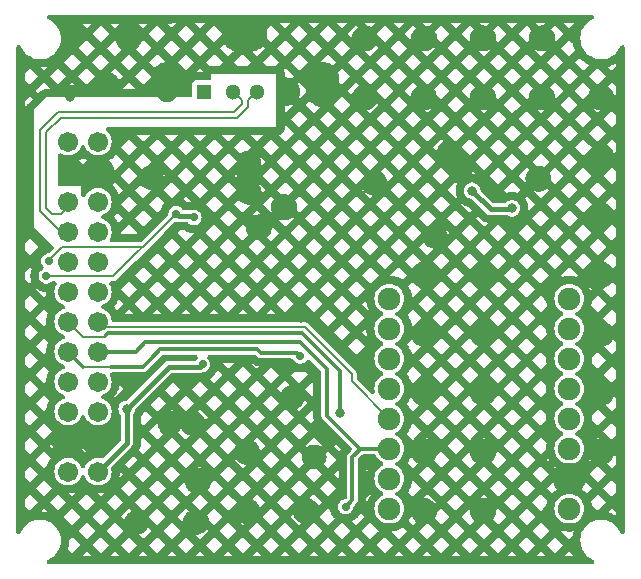
<source format=gbr>
%TF.GenerationSoftware,KiCad,Pcbnew,8.0.5*%
%TF.CreationDate,2025-04-24T16:30:45-05:00*%
%TF.ProjectId,test_board,74657374-5f62-46f6-9172-642e6b696361,rev?*%
%TF.SameCoordinates,Original*%
%TF.FileFunction,Copper,L2,Bot*%
%TF.FilePolarity,Positive*%
%FSLAX46Y46*%
G04 Gerber Fmt 4.6, Leading zero omitted, Abs format (unit mm)*
G04 Created by KiCad (PCBNEW 8.0.5) date 2025-04-24 16:30:45*
%MOMM*%
%LPD*%
G01*
G04 APERTURE LIST*
%TA.AperFunction,ComponentPad*%
%ADD10C,1.701800*%
%TD*%
%TA.AperFunction,ComponentPad*%
%ADD11R,1.300000X1.300000*%
%TD*%
%TA.AperFunction,ComponentPad*%
%ADD12C,1.300000*%
%TD*%
%TA.AperFunction,ComponentPad*%
%ADD13O,1.900000X2.900000*%
%TD*%
%TA.AperFunction,ComponentPad*%
%ADD14O,2.900000X1.900000*%
%TD*%
%TA.AperFunction,ComponentPad*%
%ADD15C,1.905000*%
%TD*%
%TA.AperFunction,ViaPad*%
%ADD16C,0.690000*%
%TD*%
%TA.AperFunction,ViaPad*%
%ADD17C,0.800000*%
%TD*%
%TA.AperFunction,ViaPad*%
%ADD18C,0.700000*%
%TD*%
%TA.AperFunction,Conductor*%
%ADD19C,0.400000*%
%TD*%
%TA.AperFunction,Conductor*%
%ADD20C,0.200000*%
%TD*%
%TA.AperFunction,Conductor*%
%ADD21C,0.300000*%
%TD*%
G04 APERTURE END LIST*
D10*
%TO.P,J1,1,Pin_1*%
%TO.N,/VCC_3V3_GPIO_FIL*%
X119868099Y-81676600D03*
%TO.P,J1,2,Pin_2*%
X122408099Y-81676600D03*
%TO.P,J1,3,Pin_3*%
%TO.N,GND*%
X119868099Y-79136600D03*
%TO.P,J1,4,Pin_4*%
X122408099Y-79136600D03*
%TO.P,J1,5,Pin_5*%
%TO.N,/GPIO_CN2_SPI_SCLK*%
X119868099Y-76596600D03*
%TO.P,J1,6,Pin_6*%
%TO.N,/GPIO_CN2_SPI_MOSI*%
X122408099Y-76596600D03*
%TO.P,J1,7,Pin_7*%
%TO.N,/GPIO_CN2_SPI_MISO*%
X119868099Y-74056600D03*
%TO.P,J1,8,Pin_8*%
%TO.N,/GPIO_CN2_SPI_SS*%
X122408099Y-74056600D03*
%TO.P,J1,9,Pin_9*%
%TO.N,/GPIO_CN2_2*%
X119868099Y-71516600D03*
%TO.P,J1,10,Pin_10*%
%TO.N,/GPIO_CN2_1*%
X122408099Y-71516600D03*
%TO.P,J1,11,Pin_11*%
%TO.N,/GPIO_CN2_3*%
X119868099Y-68976600D03*
%TO.P,J1,12,Pin_12*%
%TO.N,/GPIO_CN2_0*%
X122408099Y-68976600D03*
%TO.P,J1,13,Pin_13*%
%TO.N,/B{slash}RS485_RX-{slash}RS232_CTS_CN2*%
X119868099Y-66436600D03*
%TO.P,J1,14,Pin_14*%
%TO.N,/A{slash}RS485_RX+{slash}RS232_RXD_CN2*%
X122408099Y-66436600D03*
%TO.P,J1,15,Pin_15*%
%TO.N,/A_RS485_TX+{slash}RS232_RTS_CN2*%
X119868099Y-63896600D03*
%TO.P,J1,16,Pin_16*%
%TO.N,/B_RS485_TX-{slash}RS232_TXD_CN2*%
X122408099Y-63896600D03*
%TO.P,J1,17,Pin_17*%
%TO.N,/USB_HUB_CN2_DN*%
X119868099Y-61356600D03*
%TO.P,J1,18,Pin_18*%
%TO.N,/I2C_SCL_CN2*%
X122408099Y-61356600D03*
%TO.P,J1,19,Pin_19*%
%TO.N,/USB_HUB_CN2_DP*%
X119868099Y-58816600D03*
%TO.P,J1,20,Pin_20*%
%TO.N,/I2C_SDA_CN2*%
X122408099Y-58816600D03*
%TO.P,J1,21,Pin_21*%
%TO.N,GND*%
X119868099Y-56276600D03*
%TO.P,J1,22,Pin_22*%
X122408099Y-56276600D03*
%TO.P,J1,23,Pin_23*%
%TO.N,/VCC_USB_FIL*%
X119868099Y-53736600D03*
%TO.P,J1,24,Pin_24*%
%TO.N,/VCC_5V_GPIO_FIL*%
X122408099Y-53736600D03*
%TD*%
D11*
%TO.P,J2,1,VCC*%
%TO.N,/VCC_USB_FIL*%
X131340001Y-49500000D03*
D12*
%TO.P,J2,2,D-*%
%TO.N,/USB_HUB_CN2_DN*%
X133840001Y-49500000D03*
%TO.P,J2,3,D+*%
%TO.N,/USB_HUB_CN2_DP*%
X135840002Y-49500000D03*
%TO.P,J2,4,GND*%
%TO.N,GND*%
X138340000Y-49500000D03*
D13*
%TO.P,J2,5,SHIELD*%
X128270001Y-48900000D03*
D14*
X134840001Y-44720000D03*
D13*
X141410001Y-48900000D03*
%TD*%
D15*
%TO.P,U5,0,GPIO0*%
%TO.N,unconnected-(U5-GPIO0-Pad0)*%
X162300000Y-67030000D03*
%TO.P,U5,1,GPIO1*%
%TO.N,unconnected-(U5-GPIO1-Pad1)*%
X162300000Y-69570000D03*
%TO.P,U5,2,GPIO2*%
%TO.N,unconnected-(U5-GPIO2-Pad2)*%
X162300000Y-72110000D03*
%TO.P,U5,3,GPIO3*%
%TO.N,unconnected-(U5-GPIO3-Pad3)*%
X162300000Y-74650000D03*
%TO.P,U5,3.3,3V3*%
%TO.N,unconnected-(U5-3V3-Pad3.3)*%
X162300000Y-79730000D03*
%TO.P,U5,4,GPIO4*%
%TO.N,unconnected-(U5-GPIO4-Pad4)*%
X162300000Y-77190000D03*
%TO.P,U5,5,GPIO5*%
%TO.N,/ECHO_GPIO_CN2_0*%
X147060000Y-84810000D03*
%TO.P,U5,5V,5V*%
%TO.N,/VCC_5V_GPIO_FIL*%
X162300000Y-84810000D03*
%TO.P,U5,6,GPIO6*%
%TO.N,/ECHO_GPIO_CN2_1*%
X147060000Y-82270000D03*
%TO.P,U5,7,GPIO7*%
%TO.N,/GPIO_CN2_1*%
X147060000Y-79730000D03*
%TO.P,U5,8,GPIO8*%
%TO.N,/GPIO_CN2_0*%
X147060000Y-77190000D03*
%TO.P,U5,9,GPIO9*%
%TO.N,/485TX*%
X147060000Y-74650000D03*
%TO.P,U5,10,GPIO10*%
%TO.N,/485DE*%
X147060000Y-72110000D03*
%TO.P,U5,20,GPIO20*%
%TO.N,/485RX*%
X147060000Y-69570000D03*
%TO.P,U5,21,GPIO21*%
%TO.N,/485RE*%
X147060000Y-67030000D03*
%TO.P,U5,G,GND*%
%TO.N,GND*%
X162300000Y-82270000D03*
%TD*%
D16*
%TO.N,GND*%
X125690000Y-85960000D03*
D17*
%TO.N,/VCC_5V_GPIO_FIL*%
X157442502Y-59382500D03*
X154090000Y-57890000D03*
%TO.N,GND*%
X155000000Y-80000000D03*
X150000000Y-75000000D03*
X150000000Y-65000000D03*
X150000000Y-85000000D03*
X120000000Y-50000000D03*
X160000000Y-45000000D03*
X160000000Y-50000000D03*
X125000000Y-45000000D03*
X165000000Y-55000000D03*
X136015000Y-61005000D03*
X145000000Y-50000000D03*
D18*
X140710000Y-80430000D03*
D17*
X165000000Y-50000000D03*
X155000000Y-65000000D03*
X135000000Y-85000000D03*
D18*
X123190000Y-48890000D03*
D17*
X120000000Y-45000000D03*
D18*
X141440000Y-78000000D03*
D17*
X155000000Y-75000000D03*
X165000000Y-75000000D03*
X152170000Y-54670000D03*
X135000000Y-80000000D03*
X130880000Y-82500000D03*
X139600000Y-68630000D03*
D18*
X135210000Y-58050000D03*
D17*
X153140000Y-55790000D03*
X145800000Y-57240000D03*
D18*
X138810013Y-75419974D03*
D17*
X130710000Y-85940000D03*
X155000000Y-50000000D03*
D18*
X135190000Y-55540000D03*
D17*
X159690000Y-56870000D03*
X145000000Y-45000000D03*
X165000000Y-65000000D03*
X165000000Y-70000000D03*
X140000000Y-85000000D03*
X150000000Y-80000000D03*
X138145000Y-59305000D03*
D18*
X126900000Y-56770000D03*
D17*
X150000000Y-70000000D03*
X155000000Y-70000000D03*
X150000000Y-45000000D03*
D18*
X150930000Y-61740000D03*
X128490000Y-77570000D03*
D17*
X155000000Y-85000000D03*
X150000000Y-50000000D03*
D18*
X135210000Y-56800000D03*
D17*
X165000000Y-60000000D03*
D18*
X144660000Y-73118004D03*
D17*
X165000000Y-80000000D03*
D18*
X130410000Y-77560000D03*
D17*
X155000000Y-45000000D03*
D18*
%TO.N,/VCC_3V3_GPIO_FIL*%
X118250000Y-63840000D03*
X131260000Y-72590000D03*
X129020000Y-59840000D03*
X130520000Y-60150000D03*
D17*
X124830000Y-76370000D03*
D18*
X118030000Y-65120000D03*
%TO.N,/GPIO_CN2_1*%
X143360000Y-84650000D03*
%TO.N,/GPIO_CN2_2*%
X139537869Y-71899242D03*
D17*
%TO.N,/GPIO_CN2_3*%
X142900000Y-76702500D03*
%TD*%
D19*
%TO.N,/VCC_5V_GPIO_FIL*%
X157382502Y-59442500D02*
X157442502Y-59382500D01*
X155642500Y-59442500D02*
X157382502Y-59442500D01*
X154090000Y-57890000D02*
X155642500Y-59442500D01*
D20*
%TO.N,/VCC_3V3_GPIO_FIL*%
X129020000Y-59840000D02*
X126214300Y-62645700D01*
D19*
X124830000Y-79254699D02*
X124830000Y-77640000D01*
X131060000Y-72790000D02*
X131260000Y-72590000D01*
X128410000Y-72790000D02*
X130270000Y-72790000D01*
D20*
X126214300Y-62645700D02*
X119349959Y-62645700D01*
D19*
X124830000Y-76370000D02*
X128410000Y-72790000D01*
X129240000Y-60060000D02*
X129020000Y-59840000D01*
D20*
X119349959Y-62645700D02*
X118250000Y-63745659D01*
D19*
X130270000Y-72790000D02*
X130830000Y-72790000D01*
X122408099Y-81676600D02*
X124830000Y-79254699D01*
X130430000Y-60060000D02*
X129240000Y-60060000D01*
D20*
X123712500Y-65147500D02*
X129020000Y-59840000D01*
D19*
X124830000Y-77640000D02*
X124830000Y-76370000D01*
X130520000Y-60150000D02*
X130430000Y-60060000D01*
D20*
X118250000Y-63745659D02*
X118250000Y-63840000D01*
X118030000Y-65120000D02*
X118057500Y-65147500D01*
D19*
X130270000Y-72790000D02*
X131060000Y-72790000D01*
D20*
X118057500Y-65147500D02*
X123712500Y-65147500D01*
%TO.N,/GPIO_CN2_0*%
X122408099Y-68976600D02*
X122861499Y-69430000D01*
X122861499Y-69430000D02*
X139927818Y-69430000D01*
X143910000Y-73412182D02*
X143910000Y-74040000D01*
X143910000Y-74040000D02*
X147060000Y-77190000D01*
X139927818Y-69430000D02*
X143910000Y-73412182D01*
D21*
%TO.N,/GPIO_CN2_1*%
X143930000Y-80430000D02*
X143930000Y-84080000D01*
X139499998Y-70730000D02*
X141770000Y-73000002D01*
X126410000Y-70730000D02*
X139499998Y-70730000D01*
X122408099Y-71516600D02*
X125623400Y-71516600D01*
X144570000Y-79730000D02*
X147060000Y-79730000D01*
X125623400Y-71516600D02*
X126410000Y-70730000D01*
X147060000Y-79730000D02*
X144630000Y-79730000D01*
X141770000Y-76930000D02*
X144570000Y-79730000D01*
X141770000Y-73000002D02*
X141770000Y-76930000D01*
X143930000Y-84080000D02*
X143360000Y-84650000D01*
X144630000Y-79730000D02*
X143930000Y-80430000D01*
%TO.N,/GPIO_CN2_2*%
X119868099Y-71516600D02*
X121157199Y-72805700D01*
X127692183Y-71330000D02*
X126871092Y-72151092D01*
X136190000Y-71630000D02*
X135890000Y-71330000D01*
X135890000Y-71330000D02*
X127692183Y-71330000D01*
X123515700Y-72800000D02*
X123510000Y-72805700D01*
X139268627Y-71630000D02*
X136190000Y-71630000D01*
X139537869Y-71899242D02*
X139268627Y-71630000D01*
X126871092Y-72151092D02*
X126222184Y-72800000D01*
D20*
X121157199Y-72805700D02*
X123510000Y-72805700D01*
D21*
X126222184Y-72800000D02*
X123515700Y-72800000D01*
D20*
%TO.N,/GPIO_CN2_3*%
X119868099Y-68976600D02*
X121157199Y-70265700D01*
X122958750Y-70265700D02*
X123112225Y-70112225D01*
D21*
X139700000Y-69980000D02*
X123244450Y-69980000D01*
X123244450Y-69980000D02*
X123112225Y-70112225D01*
X142900000Y-76702500D02*
X142870000Y-76672500D01*
D20*
X121157199Y-70265700D02*
X122958750Y-70265700D01*
D21*
X142870000Y-73150000D02*
X139700000Y-69980000D01*
X142870000Y-76672500D02*
X142870000Y-73150000D01*
D20*
%TO.N,/USB_HUB_CN2_DP*%
X118010000Y-59376446D02*
X118536777Y-59903223D01*
X118536777Y-59903223D02*
X119276777Y-59903223D01*
X135090001Y-50763553D02*
X134153554Y-51700000D01*
X135840002Y-49500000D02*
X135090001Y-50250001D01*
X119868099Y-59311901D02*
X119868099Y-58816600D01*
X118010000Y-59120000D02*
X118010000Y-59376446D01*
X134153554Y-51700000D02*
X119233554Y-51700000D01*
X118010000Y-52923554D02*
X118010000Y-59376446D01*
X135090001Y-50250001D02*
X135090001Y-50763553D01*
X119276777Y-59903223D02*
X119868099Y-59311901D01*
X119233554Y-51700000D02*
X118010000Y-52923554D01*
%TO.N,/USB_HUB_CN2_DN*%
X117510000Y-59120000D02*
X117510000Y-59583554D01*
X117510000Y-52716446D02*
X117510000Y-59583554D01*
X117510000Y-59583554D02*
X118183223Y-60256777D01*
X134590001Y-50250000D02*
X134590001Y-50556445D01*
X133840001Y-49500000D02*
X134590001Y-50250000D01*
X119026446Y-51200000D02*
X117510000Y-52716446D01*
X119266600Y-61356600D02*
X119868099Y-61356600D01*
X118183223Y-60273223D02*
X119266600Y-61356600D01*
X118183223Y-60256777D02*
X118183223Y-60273223D01*
X134590001Y-50556445D02*
X133946446Y-51200000D01*
X133946446Y-51200000D02*
X119026446Y-51200000D01*
%TD*%
%TA.AperFunction,Conductor*%
%TO.N,GND*%
G36*
X164331981Y-43020207D02*
G01*
X164401222Y-43075426D01*
X164439649Y-43155218D01*
X164439649Y-43243782D01*
X164401222Y-43323574D01*
X164331981Y-43378793D01*
X164122296Y-43479771D01*
X164122288Y-43479776D01*
X163905523Y-43627564D01*
X163713198Y-43806015D01*
X163713192Y-43806021D01*
X163549615Y-44011141D01*
X163549614Y-44011141D01*
X163418430Y-44238359D01*
X163418430Y-44238360D01*
X163322580Y-44482584D01*
X163264198Y-44738366D01*
X163244592Y-45000000D01*
X163264198Y-45261633D01*
X163296743Y-45404218D01*
X163322580Y-45517416D01*
X163356025Y-45602633D01*
X163418430Y-45761639D01*
X163418430Y-45761640D01*
X163459923Y-45833508D01*
X163520167Y-45937854D01*
X163549615Y-45988858D01*
X163713192Y-46193978D01*
X163713198Y-46193984D01*
X163905523Y-46372435D01*
X164122288Y-46520223D01*
X164122290Y-46520224D01*
X164122296Y-46520228D01*
X164290192Y-46601082D01*
X164358672Y-46634061D01*
X164358674Y-46634061D01*
X164358677Y-46634063D01*
X164609385Y-46711396D01*
X164831756Y-46744913D01*
X164868817Y-46750500D01*
X164868818Y-46750500D01*
X165131183Y-46750500D01*
X165163611Y-46745612D01*
X165390615Y-46711396D01*
X165641323Y-46634063D01*
X165877704Y-46520228D01*
X166094479Y-46372433D01*
X166286805Y-46193981D01*
X166450386Y-45988857D01*
X166581568Y-45761643D01*
X166615256Y-45675808D01*
X166665145Y-45602633D01*
X166741843Y-45558351D01*
X166830159Y-45551733D01*
X166912600Y-45584088D01*
X166972839Y-45649009D01*
X166998944Y-45733638D01*
X166999500Y-45748510D01*
X166999500Y-86751489D01*
X166979793Y-86837832D01*
X166924574Y-86907073D01*
X166844782Y-86945500D01*
X166756218Y-86945500D01*
X166676426Y-86907073D01*
X166621207Y-86837832D01*
X166615256Y-86824192D01*
X166588550Y-86756148D01*
X166581568Y-86738357D01*
X166450386Y-86511143D01*
X166352465Y-86388354D01*
X166286807Y-86306021D01*
X166286801Y-86306015D01*
X166094476Y-86127564D01*
X165877711Y-85979776D01*
X165877706Y-85979773D01*
X165877704Y-85979772D01*
X165751923Y-85919199D01*
X165641327Y-85865938D01*
X165390623Y-85788606D01*
X165390618Y-85788605D01*
X165390615Y-85788604D01*
X165170737Y-85755462D01*
X165131183Y-85749500D01*
X165131182Y-85749500D01*
X164868818Y-85749500D01*
X164868817Y-85749500D01*
X164609391Y-85788603D01*
X164609389Y-85788603D01*
X164609385Y-85788604D01*
X164609383Y-85788604D01*
X164609376Y-85788606D01*
X164358672Y-85865938D01*
X164122296Y-85979772D01*
X164122288Y-85979776D01*
X163905523Y-86127564D01*
X163713198Y-86306015D01*
X163713192Y-86306021D01*
X163549615Y-86511141D01*
X163549614Y-86511141D01*
X163418430Y-86738359D01*
X163418430Y-86738360D01*
X163322580Y-86982584D01*
X163264198Y-87238366D01*
X163244592Y-87500000D01*
X163264198Y-87761633D01*
X163296743Y-87904218D01*
X163322580Y-88017416D01*
X163349491Y-88085983D01*
X163418430Y-88261639D01*
X163418430Y-88261640D01*
X163549615Y-88488858D01*
X163713192Y-88693978D01*
X163713198Y-88693984D01*
X163905523Y-88872435D01*
X164122288Y-89020223D01*
X164122296Y-89020228D01*
X164331981Y-89121207D01*
X164401223Y-89176426D01*
X164439649Y-89256218D01*
X164439649Y-89344782D01*
X164401222Y-89424575D01*
X164331981Y-89479793D01*
X164245638Y-89499500D01*
X118254362Y-89499500D01*
X118168019Y-89479793D01*
X118098778Y-89424574D01*
X118060351Y-89344782D01*
X118060351Y-89256218D01*
X118098778Y-89176426D01*
X118168019Y-89121207D01*
X118240483Y-89086310D01*
X118377704Y-89020228D01*
X118594479Y-88872433D01*
X118670927Y-88801500D01*
X121011200Y-88801500D01*
X121852145Y-88801500D01*
X123415363Y-88801500D01*
X124256308Y-88801500D01*
X125819526Y-88801500D01*
X126660471Y-88801500D01*
X128223689Y-88801500D01*
X129064634Y-88801500D01*
X130627852Y-88801500D01*
X131468797Y-88801500D01*
X133032015Y-88801500D01*
X133872960Y-88801500D01*
X135436178Y-88801500D01*
X136277123Y-88801500D01*
X137840341Y-88801500D01*
X138681286Y-88801500D01*
X140244504Y-88801500D01*
X141085449Y-88801500D01*
X142648667Y-88801500D01*
X143489612Y-88801500D01*
X145052830Y-88801500D01*
X145893775Y-88801500D01*
X147456994Y-88801500D01*
X148297939Y-88801500D01*
X149861157Y-88801500D01*
X150702102Y-88801500D01*
X152265320Y-88801500D01*
X153106265Y-88801500D01*
X154669483Y-88801500D01*
X155510428Y-88801500D01*
X157073646Y-88801500D01*
X157914591Y-88801500D01*
X159477809Y-88801500D01*
X160318754Y-88801500D01*
X161881972Y-88801500D01*
X162722917Y-88801500D01*
X162302444Y-88381027D01*
X161881972Y-88801500D01*
X160318754Y-88801500D01*
X159898281Y-88381027D01*
X159477809Y-88801500D01*
X157914591Y-88801500D01*
X157494118Y-88381027D01*
X157073646Y-88801500D01*
X155510428Y-88801500D01*
X155089955Y-88381027D01*
X154669483Y-88801500D01*
X153106265Y-88801500D01*
X152685792Y-88381027D01*
X152265320Y-88801500D01*
X150702102Y-88801500D01*
X150281629Y-88381027D01*
X149861157Y-88801500D01*
X148297939Y-88801500D01*
X147877466Y-88381027D01*
X147456994Y-88801500D01*
X145893775Y-88801500D01*
X145473302Y-88381027D01*
X145052830Y-88801500D01*
X143489612Y-88801500D01*
X143069139Y-88381027D01*
X142648667Y-88801500D01*
X141085449Y-88801500D01*
X140664976Y-88381027D01*
X140244504Y-88801500D01*
X138681286Y-88801500D01*
X138260813Y-88381027D01*
X137840341Y-88801500D01*
X136277123Y-88801500D01*
X135856650Y-88381027D01*
X135436178Y-88801500D01*
X133872960Y-88801500D01*
X133452487Y-88381027D01*
X133032015Y-88801500D01*
X131468797Y-88801500D01*
X131048324Y-88381027D01*
X130627852Y-88801500D01*
X129064634Y-88801500D01*
X128644161Y-88381027D01*
X128223689Y-88801500D01*
X126660471Y-88801500D01*
X126239998Y-88381027D01*
X125819526Y-88801500D01*
X124256308Y-88801500D01*
X123835835Y-88381027D01*
X123415363Y-88801500D01*
X121852145Y-88801500D01*
X121431672Y-88381027D01*
X121011200Y-88801500D01*
X118670927Y-88801500D01*
X118786805Y-88693981D01*
X118950386Y-88488857D01*
X119081568Y-88261643D01*
X119100377Y-88213718D01*
X119847320Y-88213718D01*
X120229590Y-88595988D01*
X120938112Y-87887467D01*
X121925232Y-87887467D01*
X122633753Y-88595988D01*
X123342275Y-87887467D01*
X124329395Y-87887467D01*
X125037916Y-88595988D01*
X125746438Y-87887467D01*
X126733558Y-87887467D01*
X127442080Y-88595988D01*
X128150601Y-87887467D01*
X129137721Y-87887467D01*
X129846243Y-88595988D01*
X130554764Y-87887467D01*
X131541884Y-87887467D01*
X132250406Y-88595988D01*
X132958927Y-87887467D01*
X133946047Y-87887467D01*
X134654569Y-88595988D01*
X135363090Y-87887467D01*
X136350210Y-87887467D01*
X137058732Y-88595988D01*
X137767253Y-87887467D01*
X138754373Y-87887467D01*
X139462895Y-88595988D01*
X140171416Y-87887467D01*
X141158536Y-87887467D01*
X141867058Y-88595988D01*
X142575579Y-87887467D01*
X143562699Y-87887467D01*
X144271221Y-88595988D01*
X144979742Y-87887467D01*
X145966862Y-87887467D01*
X146675384Y-88595988D01*
X147383905Y-87887467D01*
X148371026Y-87887467D01*
X149079547Y-88595988D01*
X149788069Y-87887467D01*
X150775189Y-87887467D01*
X151483710Y-88595988D01*
X152192232Y-87887467D01*
X153179352Y-87887467D01*
X153887873Y-88595988D01*
X154596395Y-87887467D01*
X155583515Y-87887467D01*
X156292036Y-88595988D01*
X157000558Y-87887467D01*
X157987678Y-87887467D01*
X158696199Y-88595988D01*
X159404721Y-87887467D01*
X160391841Y-87887467D01*
X161100362Y-88595988D01*
X161808884Y-87887467D01*
X161100362Y-87178945D01*
X160391841Y-87887467D01*
X159404721Y-87887467D01*
X158696199Y-87178945D01*
X157987678Y-87887467D01*
X157000558Y-87887467D01*
X156292036Y-87178945D01*
X155583515Y-87887467D01*
X154596395Y-87887467D01*
X153887873Y-87178945D01*
X153179352Y-87887467D01*
X152192232Y-87887467D01*
X151483710Y-87178945D01*
X150775189Y-87887467D01*
X149788069Y-87887467D01*
X149079547Y-87178945D01*
X148371026Y-87887467D01*
X147383905Y-87887467D01*
X146675384Y-87178945D01*
X145966862Y-87887467D01*
X144979742Y-87887467D01*
X144271221Y-87178945D01*
X143562699Y-87887467D01*
X142575579Y-87887467D01*
X141867058Y-87178945D01*
X141158536Y-87887467D01*
X140171416Y-87887467D01*
X139462895Y-87178945D01*
X138754373Y-87887467D01*
X137767253Y-87887467D01*
X137058732Y-87178945D01*
X136350210Y-87887467D01*
X135363090Y-87887467D01*
X134654569Y-87178945D01*
X133946047Y-87887467D01*
X132958927Y-87887467D01*
X132250406Y-87178945D01*
X131541884Y-87887467D01*
X130554764Y-87887467D01*
X129846243Y-87178945D01*
X129137721Y-87887467D01*
X128150601Y-87887467D01*
X127442080Y-87178945D01*
X126733558Y-87887467D01*
X125746438Y-87887467D01*
X125037916Y-87178945D01*
X124329395Y-87887467D01*
X123342275Y-87887467D01*
X122633753Y-87178945D01*
X121925232Y-87887467D01*
X120938112Y-87887467D01*
X120229591Y-87178946D01*
X119952099Y-87456436D01*
X119952431Y-87460858D01*
X119952849Y-87468281D01*
X119953269Y-87479494D01*
X119953408Y-87486943D01*
X119953408Y-87513057D01*
X119953269Y-87520506D01*
X119952849Y-87531719D01*
X119952432Y-87539141D01*
X119930875Y-87826808D01*
X119930181Y-87834205D01*
X119928926Y-87845350D01*
X119927955Y-87852734D01*
X119924064Y-87878556D01*
X119922814Y-87885911D01*
X119920726Y-87896943D01*
X119919208Y-87904218D01*
X119855014Y-88185467D01*
X119853223Y-88192688D01*
X119850318Y-88203530D01*
X119848257Y-88210683D01*
X119847320Y-88213718D01*
X119100377Y-88213718D01*
X119177420Y-88017416D01*
X119235802Y-87761630D01*
X119255408Y-87500000D01*
X119235802Y-87238370D01*
X119177420Y-86982584D01*
X119081568Y-86738357D01*
X119050985Y-86685385D01*
X120723150Y-86685385D01*
X121431672Y-87393907D01*
X122140193Y-86685385D01*
X123127313Y-86685385D01*
X123835835Y-87393907D01*
X124230355Y-86999386D01*
X125845478Y-86999386D01*
X126239998Y-87393907D01*
X126948520Y-86685385D01*
X127935640Y-86685385D01*
X128644161Y-87393907D01*
X128999068Y-87039000D01*
X130693417Y-87039000D01*
X131048324Y-87393907D01*
X131756846Y-86685386D01*
X131756845Y-86685385D01*
X132743966Y-86685385D01*
X133452487Y-87393907D01*
X134161009Y-86685385D01*
X135148129Y-86685385D01*
X135856650Y-87393907D01*
X136565172Y-86685385D01*
X137552292Y-86685385D01*
X138260813Y-87393907D01*
X138969335Y-86685385D01*
X139956455Y-86685385D01*
X140664976Y-87393907D01*
X141373498Y-86685385D01*
X142360617Y-86685385D01*
X143069139Y-87393907D01*
X143777661Y-86685385D01*
X144764781Y-86685385D01*
X145473302Y-87393907D01*
X146114205Y-86753004D01*
X147236563Y-86753004D01*
X147877466Y-87393907D01*
X148585987Y-86685385D01*
X149573107Y-86685385D01*
X150281629Y-87393907D01*
X150990150Y-86685385D01*
X151977270Y-86685385D01*
X152685792Y-87393907D01*
X153394313Y-86685385D01*
X154381433Y-86685385D01*
X155089955Y-87393907D01*
X155798476Y-86685385D01*
X156785596Y-86685385D01*
X157494118Y-87393907D01*
X158202639Y-86685385D01*
X159189759Y-86685385D01*
X159898281Y-87393907D01*
X160606801Y-86685386D01*
X161593923Y-86685386D01*
X162302443Y-87393906D01*
X162576146Y-87120203D01*
X162577186Y-87114089D01*
X162579274Y-87103057D01*
X162580792Y-87095782D01*
X162644986Y-86814533D01*
X162646777Y-86807312D01*
X162649682Y-86796470D01*
X162651743Y-86789317D01*
X162659440Y-86764364D01*
X162661770Y-86757283D01*
X162665476Y-86746694D01*
X162668061Y-86739729D01*
X162671967Y-86729774D01*
X162663130Y-86731734D01*
X162654619Y-86733427D01*
X162624614Y-86738718D01*
X162616024Y-86740040D01*
X162603047Y-86741748D01*
X162594424Y-86742693D01*
X162345660Y-86764458D01*
X162336994Y-86765026D01*
X162323914Y-86765597D01*
X162315235Y-86765786D01*
X162284765Y-86765786D01*
X162276086Y-86765597D01*
X162263006Y-86765026D01*
X162254340Y-86764458D01*
X162005576Y-86742693D01*
X161996953Y-86741748D01*
X161983976Y-86740040D01*
X161975386Y-86738718D01*
X161945381Y-86733427D01*
X161936870Y-86731734D01*
X161924086Y-86728900D01*
X161915651Y-86726836D01*
X161674440Y-86662205D01*
X161666100Y-86659774D01*
X161653608Y-86655835D01*
X161645383Y-86653043D01*
X161631367Y-86647941D01*
X161593923Y-86685386D01*
X160606801Y-86685386D01*
X160606802Y-86685385D01*
X159898281Y-85976864D01*
X159189759Y-86685385D01*
X158202639Y-86685385D01*
X157494118Y-85976864D01*
X156785596Y-86685385D01*
X155798476Y-86685385D01*
X155195160Y-86082069D01*
X155135970Y-86094651D01*
X155094594Y-86099000D01*
X154967818Y-86099000D01*
X154381433Y-86685385D01*
X153394313Y-86685385D01*
X152685792Y-85976864D01*
X151977270Y-86685385D01*
X150990150Y-86685385D01*
X150350502Y-86045737D01*
X150321022Y-86055316D01*
X150171366Y-86087126D01*
X149573107Y-86685385D01*
X148585987Y-86685385D01*
X148255344Y-86354742D01*
X148076768Y-86479783D01*
X148069542Y-86484611D01*
X148058492Y-86491650D01*
X148051071Y-86496153D01*
X148024683Y-86511387D01*
X148017068Y-86515565D01*
X148005462Y-86521606D01*
X147997683Y-86525441D01*
X147771370Y-86630972D01*
X147763425Y-86634468D01*
X147751335Y-86639476D01*
X147743248Y-86642621D01*
X147714617Y-86653043D01*
X147706392Y-86655835D01*
X147693900Y-86659774D01*
X147685560Y-86662205D01*
X147444349Y-86726836D01*
X147435914Y-86728900D01*
X147423130Y-86731734D01*
X147414619Y-86733427D01*
X147384614Y-86738718D01*
X147376024Y-86740040D01*
X147363047Y-86741748D01*
X147354424Y-86742693D01*
X147236563Y-86753004D01*
X146114205Y-86753004D01*
X146181824Y-86685385D01*
X145814107Y-86317668D01*
X145791177Y-86298428D01*
X145784650Y-86292705D01*
X145774997Y-86283860D01*
X145768723Y-86277853D01*
X145592147Y-86101277D01*
X145586140Y-86095003D01*
X145577295Y-86085350D01*
X145571572Y-86078823D01*
X145552331Y-86055892D01*
X145473303Y-85976864D01*
X144764781Y-86685385D01*
X143777661Y-86685385D01*
X143069139Y-85976863D01*
X142360617Y-86685385D01*
X141373498Y-86685385D01*
X140664976Y-85976864D01*
X139956455Y-86685385D01*
X138969335Y-86685385D01*
X138260813Y-85976864D01*
X137552292Y-86685385D01*
X136565172Y-86685385D01*
X135856650Y-85976864D01*
X135148129Y-86685385D01*
X134161009Y-86685385D01*
X133452487Y-85976864D01*
X132743966Y-86685385D01*
X131756845Y-86685385D01*
X131624865Y-86553405D01*
X131614465Y-86571419D01*
X131590012Y-86605077D01*
X131463420Y-86745671D01*
X131432504Y-86773508D01*
X131279449Y-86884710D01*
X131243419Y-86905512D01*
X131070587Y-86982461D01*
X131031022Y-86995316D01*
X130845969Y-87034651D01*
X130804594Y-87039000D01*
X130693417Y-87039000D01*
X128999068Y-87039000D01*
X129352683Y-86685385D01*
X128644161Y-85976864D01*
X127935640Y-86685385D01*
X126948520Y-86685385D01*
X126651489Y-86388354D01*
X126643130Y-86407130D01*
X126553791Y-86561869D01*
X126529339Y-86595525D01*
X126409781Y-86728309D01*
X126378863Y-86756148D01*
X126234310Y-86861171D01*
X126198282Y-86881971D01*
X126035052Y-86954646D01*
X125995485Y-86967502D01*
X125845478Y-86999386D01*
X124230355Y-86999386D01*
X124544356Y-86685385D01*
X123835835Y-85976864D01*
X123127313Y-86685385D01*
X122140193Y-86685385D01*
X121431672Y-85976864D01*
X120723150Y-86685385D01*
X119050985Y-86685385D01*
X118950386Y-86511143D01*
X118852465Y-86388354D01*
X118786807Y-86306021D01*
X118786801Y-86306015D01*
X118594476Y-86127564D01*
X118377711Y-85979776D01*
X118377706Y-85979773D01*
X118377704Y-85979772D01*
X118251923Y-85919199D01*
X118141327Y-85865938D01*
X117890623Y-85788606D01*
X117890618Y-85788605D01*
X117890615Y-85788604D01*
X117670737Y-85755462D01*
X117631183Y-85749500D01*
X117631182Y-85749500D01*
X117368818Y-85749500D01*
X117368817Y-85749500D01*
X117109391Y-85788603D01*
X117109389Y-85788603D01*
X117109385Y-85788604D01*
X117109383Y-85788604D01*
X117109376Y-85788606D01*
X116858672Y-85865938D01*
X116622296Y-85979772D01*
X116622288Y-85979776D01*
X116405523Y-86127564D01*
X116213198Y-86306015D01*
X116213192Y-86306021D01*
X116049615Y-86511141D01*
X116049614Y-86511141D01*
X115918430Y-86738359D01*
X115918430Y-86738360D01*
X115884744Y-86824192D01*
X115834854Y-86897366D01*
X115758156Y-86941648D01*
X115669841Y-86948266D01*
X115587399Y-86915910D01*
X115527161Y-86850989D01*
X115501056Y-86766360D01*
X115500500Y-86751489D01*
X115500500Y-85483304D01*
X119521069Y-85483304D01*
X120229590Y-86191825D01*
X120938112Y-85483304D01*
X121925232Y-85483304D01*
X122633753Y-86191825D01*
X123342275Y-85483304D01*
X124329395Y-85483304D01*
X124651472Y-85805381D01*
X124656085Y-85761501D01*
X124664735Y-85720808D01*
X124719949Y-85550876D01*
X124736870Y-85512870D01*
X124753940Y-85483304D01*
X126733558Y-85483304D01*
X127442080Y-86191825D01*
X128150601Y-85483304D01*
X129137721Y-85483304D01*
X129607133Y-85952715D01*
X129607133Y-85919199D01*
X129626908Y-85731048D01*
X129635558Y-85690354D01*
X129694021Y-85510426D01*
X129710942Y-85472422D01*
X129768149Y-85373336D01*
X131651851Y-85373336D01*
X131709058Y-85472422D01*
X131725979Y-85510426D01*
X131784442Y-85690354D01*
X131793092Y-85731050D01*
X131793498Y-85734917D01*
X132250406Y-86191825D01*
X132558891Y-85883340D01*
X134346084Y-85883340D01*
X134654568Y-86191825D01*
X134771427Y-86074967D01*
X134678978Y-86055316D01*
X134639413Y-86042461D01*
X134466581Y-85965512D01*
X134430551Y-85944710D01*
X134346084Y-85883340D01*
X132558891Y-85883340D01*
X132958927Y-85483304D01*
X132958926Y-85483303D01*
X133946047Y-85483303D01*
X134099180Y-85636436D01*
X134095535Y-85631419D01*
X134010021Y-85483304D01*
X136350210Y-85483304D01*
X137058732Y-86191825D01*
X137767253Y-85483304D01*
X137767252Y-85483303D01*
X138754373Y-85483303D01*
X139462895Y-86191825D01*
X139620624Y-86034096D01*
X139466581Y-85965512D01*
X139430551Y-85944710D01*
X139277496Y-85833508D01*
X139246580Y-85805671D01*
X139119988Y-85665077D01*
X139095535Y-85631419D01*
X139010021Y-85483304D01*
X141158536Y-85483304D01*
X141867057Y-86191825D01*
X142193075Y-85865807D01*
X143945202Y-85865807D01*
X144271221Y-86191825D01*
X144979743Y-85483304D01*
X144621901Y-85125462D01*
X144585378Y-85221768D01*
X144580782Y-85232865D01*
X144573342Y-85249398D01*
X144568074Y-85260217D01*
X144548460Y-85297587D01*
X144542560Y-85308048D01*
X144533181Y-85323564D01*
X144526651Y-85333665D01*
X144412939Y-85498405D01*
X144405812Y-85508090D01*
X144394631Y-85522361D01*
X144386940Y-85531590D01*
X144358953Y-85563182D01*
X144350711Y-85571937D01*
X144337889Y-85584759D01*
X144329136Y-85592999D01*
X144179302Y-85725739D01*
X144170065Y-85733437D01*
X144155793Y-85744618D01*
X144146111Y-85751741D01*
X144111379Y-85775714D01*
X144101288Y-85782239D01*
X144085775Y-85791617D01*
X144075306Y-85797522D01*
X143945202Y-85865807D01*
X142193075Y-85865807D01*
X142430643Y-85628239D01*
X142390864Y-85592999D01*
X142382111Y-85584759D01*
X142369289Y-85571937D01*
X142361047Y-85563182D01*
X142333060Y-85531590D01*
X142325369Y-85522361D01*
X142314188Y-85508090D01*
X142307061Y-85498405D01*
X142193349Y-85333665D01*
X142186819Y-85323564D01*
X142177440Y-85308048D01*
X142171540Y-85297587D01*
X142151926Y-85260217D01*
X142146658Y-85249398D01*
X142139218Y-85232865D01*
X142134622Y-85221768D01*
X142063638Y-85034600D01*
X142059716Y-85023233D01*
X142054322Y-85005922D01*
X142051094Y-84994344D01*
X142040994Y-84953365D01*
X142039724Y-84947448D01*
X141867058Y-84774782D01*
X141158536Y-85483304D01*
X139010021Y-85483304D01*
X139000942Y-85467578D01*
X138984021Y-85429574D01*
X138940878Y-85296798D01*
X138754373Y-85483303D01*
X137767252Y-85483303D01*
X137058732Y-84774782D01*
X136350210Y-85483304D01*
X134010021Y-85483304D01*
X134000942Y-85467578D01*
X133988875Y-85440476D01*
X133946047Y-85483303D01*
X132958926Y-85483303D01*
X132250405Y-84774782D01*
X131651851Y-85373336D01*
X129768149Y-85373336D01*
X129805535Y-85308581D01*
X129829988Y-85274923D01*
X129956580Y-85134329D01*
X129987497Y-85106492D01*
X130097806Y-85026346D01*
X129846243Y-84774783D01*
X129137721Y-85483304D01*
X128150601Y-85483304D01*
X127442080Y-84774782D01*
X126733558Y-85483304D01*
X124753940Y-85483304D01*
X124826209Y-85358131D01*
X124850661Y-85324475D01*
X124970219Y-85191691D01*
X125001137Y-85163852D01*
X125145690Y-85058829D01*
X125181718Y-85038029D01*
X125264365Y-85001231D01*
X125037916Y-84774782D01*
X124329395Y-85483304D01*
X123342275Y-85483304D01*
X122633753Y-84774782D01*
X121925232Y-85483304D01*
X120938112Y-85483304D01*
X120229590Y-84774782D01*
X119521069Y-85483304D01*
X115500500Y-85483304D01*
X115500500Y-85051500D01*
X117548710Y-85051500D01*
X117644239Y-85051500D01*
X117651687Y-85051639D01*
X117662901Y-85052059D01*
X117670320Y-85052476D01*
X117696361Y-85054427D01*
X117703785Y-85055123D01*
X117714936Y-85056380D01*
X117722305Y-85057351D01*
X118007556Y-85100347D01*
X118014877Y-85101590D01*
X118025896Y-85103674D01*
X118033192Y-85105196D01*
X118058650Y-85111006D01*
X118065875Y-85112798D01*
X118076721Y-85115704D01*
X118083875Y-85117765D01*
X118206116Y-85155471D01*
X117825427Y-84774782D01*
X117548710Y-85051500D01*
X115500500Y-85051500D01*
X115500500Y-83997547D01*
X116198500Y-83997547D01*
X116198500Y-84564898D01*
X116623346Y-84989744D01*
X117331867Y-84281222D01*
X118318987Y-84281222D01*
X119027509Y-84989744D01*
X119736030Y-84281222D01*
X120723150Y-84281222D01*
X121431672Y-84989744D01*
X122140193Y-84281222D01*
X123127313Y-84281222D01*
X123835835Y-84989744D01*
X124544356Y-84281222D01*
X125531477Y-84281222D01*
X126239998Y-84989744D01*
X126948520Y-84281222D01*
X127935640Y-84281222D01*
X128644161Y-84989744D01*
X129352682Y-84281223D01*
X130339803Y-84281223D01*
X130919574Y-84860994D01*
X131031022Y-84884684D01*
X131070587Y-84897539D01*
X131118982Y-84919085D01*
X131756845Y-84281222D01*
X132743966Y-84281222D01*
X133452487Y-84989743D01*
X134161008Y-84281222D01*
X133871589Y-83991803D01*
X135437548Y-83991803D01*
X135533419Y-84034488D01*
X135569449Y-84055290D01*
X135722504Y-84166492D01*
X135753420Y-84194329D01*
X135880012Y-84334923D01*
X135904465Y-84368581D01*
X135999058Y-84532422D01*
X136015979Y-84570426D01*
X136074442Y-84750354D01*
X136078228Y-84768166D01*
X136565171Y-84281222D01*
X137552292Y-84281222D01*
X138260813Y-84989744D01*
X138969335Y-84281222D01*
X138627883Y-83939770D01*
X140297906Y-83939770D01*
X140321022Y-83944684D01*
X140360587Y-83957539D01*
X140533419Y-84034488D01*
X140569449Y-84055290D01*
X140722504Y-84166492D01*
X140753420Y-84194329D01*
X140880012Y-84334923D01*
X140904465Y-84368581D01*
X140999058Y-84532422D01*
X141015979Y-84570426D01*
X141032732Y-84621987D01*
X141373497Y-84281222D01*
X140664976Y-83572700D01*
X140297906Y-83939770D01*
X138627883Y-83939770D01*
X138260813Y-83572701D01*
X137552292Y-84281222D01*
X136565171Y-84281222D01*
X135856650Y-83572701D01*
X135437548Y-83991803D01*
X133871589Y-83991803D01*
X133452487Y-83572701D01*
X132743966Y-84281222D01*
X131756845Y-84281222D01*
X131060755Y-83585131D01*
X131029183Y-83591842D01*
X130339803Y-84281223D01*
X129352682Y-84281223D01*
X129352683Y-84281222D01*
X128644161Y-83572701D01*
X127935640Y-84281222D01*
X126948520Y-84281222D01*
X126239998Y-83572701D01*
X125531477Y-84281222D01*
X124544356Y-84281222D01*
X123835835Y-83572701D01*
X123127313Y-84281222D01*
X122140193Y-84281222D01*
X121431672Y-83572701D01*
X120723150Y-84281222D01*
X119736030Y-84281222D01*
X119027509Y-83572701D01*
X118318987Y-84281222D01*
X117331867Y-84281222D01*
X116623346Y-83572701D01*
X116198500Y-83997547D01*
X115500500Y-83997547D01*
X115500500Y-83079141D01*
X117116906Y-83079141D01*
X117825427Y-83787662D01*
X118087089Y-83526000D01*
X119967928Y-83526000D01*
X120229590Y-83787662D01*
X120491252Y-83526000D01*
X122372091Y-83526000D01*
X122633753Y-83787662D01*
X122984964Y-83436452D01*
X122961648Y-83445485D01*
X122953008Y-83448605D01*
X122939858Y-83453013D01*
X122931060Y-83455737D01*
X122900027Y-83464565D01*
X122891130Y-83466875D01*
X122877641Y-83470047D01*
X122868653Y-83471943D01*
X122627191Y-83517079D01*
X122618121Y-83518558D01*
X122604394Y-83520473D01*
X122595267Y-83521532D01*
X122563141Y-83524510D01*
X122553960Y-83525148D01*
X122540111Y-83525788D01*
X122530924Y-83526000D01*
X122372091Y-83526000D01*
X120491252Y-83526000D01*
X120667839Y-83349413D01*
X120659199Y-83353229D01*
X120650708Y-83356746D01*
X120421648Y-83445485D01*
X120413008Y-83448605D01*
X120399858Y-83453013D01*
X120391060Y-83455737D01*
X120360027Y-83464565D01*
X120351130Y-83466875D01*
X120337641Y-83470047D01*
X120328653Y-83471943D01*
X120087191Y-83517079D01*
X120078121Y-83518558D01*
X120064394Y-83520473D01*
X120055267Y-83521532D01*
X120023141Y-83524510D01*
X120013960Y-83525148D01*
X120000111Y-83525788D01*
X119990924Y-83526000D01*
X119967928Y-83526000D01*
X118087089Y-83526000D01*
X118533949Y-83079141D01*
X124329395Y-83079141D01*
X125037916Y-83787662D01*
X125746438Y-83079141D01*
X126733558Y-83079141D01*
X127442080Y-83787662D01*
X128150601Y-83079141D01*
X129137721Y-83079141D01*
X129846242Y-83787662D01*
X130240262Y-83393642D01*
X130157496Y-83333508D01*
X130126580Y-83305671D01*
X130062619Y-83234636D01*
X131697380Y-83234636D01*
X132250406Y-83787662D01*
X132958927Y-83079141D01*
X133946047Y-83079141D01*
X134654569Y-83787662D01*
X135363090Y-83079141D01*
X136350210Y-83079141D01*
X137058732Y-83787662D01*
X137767253Y-83079141D01*
X138754373Y-83079141D01*
X139462895Y-83787662D01*
X140171416Y-83079141D01*
X141158536Y-83079141D01*
X141867058Y-83787662D01*
X142575579Y-83079141D01*
X141867058Y-82370619D01*
X141158536Y-83079141D01*
X140171416Y-83079141D01*
X139462895Y-82370619D01*
X138754373Y-83079141D01*
X137767253Y-83079141D01*
X137058732Y-82370619D01*
X136350210Y-83079141D01*
X135363090Y-83079141D01*
X134654569Y-82370619D01*
X133946047Y-83079141D01*
X132958927Y-83079141D01*
X132250405Y-82370619D01*
X131969083Y-82651941D01*
X131963092Y-82708951D01*
X131954442Y-82749646D01*
X131895979Y-82929574D01*
X131879058Y-82967578D01*
X131784465Y-83131419D01*
X131760012Y-83165077D01*
X131697380Y-83234636D01*
X130062619Y-83234636D01*
X129999988Y-83165077D01*
X129975535Y-83131419D01*
X129880942Y-82967578D01*
X129864021Y-82929574D01*
X129805558Y-82749646D01*
X129796908Y-82708952D01*
X129777133Y-82520801D01*
X129777133Y-82479199D01*
X129781768Y-82435094D01*
X129137721Y-83079141D01*
X128150601Y-83079141D01*
X127442080Y-82370619D01*
X126733558Y-83079141D01*
X125746438Y-83079141D01*
X125037916Y-82370619D01*
X124329395Y-83079141D01*
X118533949Y-83079141D01*
X117825427Y-82370619D01*
X117116906Y-83079141D01*
X115500500Y-83079141D01*
X115500500Y-81593384D01*
X116198500Y-81593384D01*
X116198500Y-82160735D01*
X116623346Y-82585581D01*
X117331867Y-81877059D01*
X116623346Y-81168538D01*
X116198500Y-81593384D01*
X115500500Y-81593384D01*
X115500500Y-80674977D01*
X117116906Y-80674977D01*
X117825427Y-81383498D01*
X118109524Y-81099401D01*
X118122912Y-81052350D01*
X118125631Y-81043571D01*
X118130036Y-81030428D01*
X118133159Y-81021778D01*
X118144814Y-80991694D01*
X118148330Y-80983205D01*
X118153929Y-80970524D01*
X118157836Y-80962201D01*
X118267331Y-80742303D01*
X118271618Y-80734170D01*
X118278366Y-80722055D01*
X118283027Y-80714124D01*
X118300012Y-80686694D01*
X118305029Y-80678995D01*
X118312861Y-80667562D01*
X118318229Y-80660101D01*
X118404642Y-80545671D01*
X117825427Y-79966456D01*
X117116906Y-80674977D01*
X115500500Y-80674977D01*
X115500500Y-79189221D01*
X116198500Y-79189221D01*
X116198500Y-79756571D01*
X116623346Y-80181417D01*
X117331867Y-79472896D01*
X117331866Y-79472895D01*
X118318987Y-79472895D01*
X118794888Y-79948796D01*
X118730003Y-79862875D01*
X118710671Y-79831654D01*
X118691928Y-79794014D01*
X121044269Y-79794014D01*
X121385074Y-80134820D01*
X121456675Y-80090486D01*
X121422833Y-80059634D01*
X121398094Y-80032495D01*
X121270003Y-79862875D01*
X121250671Y-79831654D01*
X121155928Y-79641386D01*
X121142662Y-79607141D01*
X121138099Y-79591103D01*
X121133536Y-79607141D01*
X121120270Y-79641386D01*
X121044269Y-79794014D01*
X118691928Y-79794014D01*
X118615928Y-79641386D01*
X118602662Y-79607141D01*
X118544495Y-79402703D01*
X118537747Y-79366607D01*
X118528208Y-79263674D01*
X118318987Y-79472895D01*
X117331866Y-79472895D01*
X116623346Y-78764374D01*
X116198500Y-79189221D01*
X115500500Y-79189221D01*
X115500500Y-78270814D01*
X117116906Y-78270814D01*
X117825427Y-78979336D01*
X118533949Y-78270814D01*
X117825427Y-77562293D01*
X117116906Y-78270814D01*
X115500500Y-78270814D01*
X115500500Y-76785058D01*
X116198500Y-76785058D01*
X116198500Y-77352408D01*
X116623346Y-77777254D01*
X117331867Y-77068733D01*
X116623346Y-76360211D01*
X116198500Y-76785058D01*
X115500500Y-76785058D01*
X115500500Y-75866651D01*
X117116906Y-75866651D01*
X117825427Y-76575172D01*
X118031892Y-76368707D01*
X118037921Y-76303657D01*
X118038980Y-76294527D01*
X118040895Y-76280798D01*
X118042376Y-76271720D01*
X118048305Y-76240006D01*
X118050202Y-76231015D01*
X118053376Y-76217520D01*
X118055687Y-76208622D01*
X118122912Y-75972351D01*
X118125631Y-75963571D01*
X118130036Y-75950428D01*
X118133159Y-75941778D01*
X118144814Y-75911694D01*
X118148330Y-75903205D01*
X118153929Y-75890524D01*
X118157836Y-75882201D01*
X118267331Y-75662303D01*
X118271618Y-75654170D01*
X118278366Y-75642055D01*
X118283027Y-75634124D01*
X118290061Y-75622763D01*
X117825428Y-75158130D01*
X117116906Y-75866651D01*
X115500500Y-75866651D01*
X115500500Y-74380895D01*
X116198500Y-74380895D01*
X116198500Y-74948245D01*
X116623346Y-75373091D01*
X117331867Y-74664570D01*
X116623346Y-73956048D01*
X116198500Y-74380895D01*
X115500500Y-74380895D01*
X115500500Y-73462488D01*
X117116906Y-73462488D01*
X117825427Y-74171010D01*
X118018020Y-73978417D01*
X118037921Y-73763657D01*
X118038980Y-73754527D01*
X118040895Y-73740798D01*
X118042376Y-73731720D01*
X118048305Y-73700006D01*
X118050202Y-73691015D01*
X118053376Y-73677520D01*
X118055687Y-73668622D01*
X118122912Y-73432351D01*
X118125631Y-73423571D01*
X118130036Y-73410428D01*
X118133159Y-73401778D01*
X118144814Y-73371694D01*
X118148330Y-73363205D01*
X118153929Y-73350524D01*
X118157836Y-73342201D01*
X118242875Y-73171415D01*
X117825427Y-72753967D01*
X117116906Y-73462488D01*
X115500500Y-73462488D01*
X115500500Y-71976732D01*
X116198500Y-71976732D01*
X116198500Y-72544082D01*
X116623346Y-72968928D01*
X117331867Y-72260407D01*
X116623346Y-71551885D01*
X116198500Y-71976732D01*
X115500500Y-71976732D01*
X115500500Y-71058325D01*
X117116906Y-71058325D01*
X117825427Y-71766846D01*
X118016279Y-71575994D01*
X118015255Y-71564939D01*
X118014618Y-71555766D01*
X118013978Y-71541918D01*
X118013766Y-71532731D01*
X118013766Y-71500469D01*
X118013978Y-71491282D01*
X118014618Y-71477434D01*
X118015255Y-71468259D01*
X118037921Y-71223657D01*
X118038980Y-71214527D01*
X118040895Y-71200798D01*
X118042376Y-71191720D01*
X118048305Y-71160006D01*
X118050202Y-71151015D01*
X118053376Y-71137520D01*
X118055687Y-71128622D01*
X118122912Y-70892351D01*
X118125631Y-70883571D01*
X118130036Y-70870428D01*
X118133159Y-70861778D01*
X118144814Y-70831694D01*
X118148330Y-70823205D01*
X118153929Y-70810524D01*
X118157836Y-70802201D01*
X118197721Y-70722098D01*
X117825427Y-70349804D01*
X117116906Y-71058325D01*
X115500500Y-71058325D01*
X115500500Y-69572569D01*
X116198500Y-69572569D01*
X116198500Y-70139919D01*
X116623346Y-70564765D01*
X117331867Y-69856244D01*
X116623346Y-69147722D01*
X116198500Y-69572569D01*
X115500500Y-69572569D01*
X115500500Y-68654162D01*
X117116906Y-68654162D01*
X117825427Y-69362683D01*
X118027798Y-69160312D01*
X118015255Y-69024940D01*
X118014618Y-69015766D01*
X118013978Y-69001918D01*
X118013766Y-68992731D01*
X118013766Y-68960469D01*
X118013978Y-68951282D01*
X118014618Y-68937434D01*
X118015255Y-68928259D01*
X118037921Y-68683657D01*
X118038980Y-68674527D01*
X118040895Y-68660798D01*
X118042376Y-68651720D01*
X118048305Y-68620006D01*
X118050202Y-68611015D01*
X118053376Y-68597520D01*
X118055687Y-68588622D01*
X118122912Y-68352351D01*
X118125631Y-68343571D01*
X118130036Y-68330428D01*
X118133159Y-68321778D01*
X118144814Y-68291694D01*
X118148330Y-68283205D01*
X118152820Y-68273033D01*
X117825428Y-67945641D01*
X117116906Y-68654162D01*
X115500500Y-68654162D01*
X115500500Y-67168406D01*
X116198500Y-67168406D01*
X116198500Y-67735756D01*
X116623346Y-68160602D01*
X117331867Y-67452081D01*
X116623346Y-66743559D01*
X116198500Y-67168406D01*
X115500500Y-67168406D01*
X115500500Y-66249999D01*
X117116906Y-66249999D01*
X117825427Y-66958520D01*
X118039750Y-66744197D01*
X118038980Y-66738673D01*
X118037921Y-66729543D01*
X118015255Y-66484941D01*
X118014618Y-66475766D01*
X118014282Y-66468500D01*
X117929913Y-66468500D01*
X117917895Y-66468137D01*
X117899797Y-66467042D01*
X117887829Y-66465954D01*
X117845932Y-66460867D01*
X117834044Y-66459058D01*
X117816213Y-66455790D01*
X117804465Y-66453268D01*
X117610108Y-66405365D01*
X117598524Y-66402136D01*
X117581215Y-66396742D01*
X117569858Y-66392822D01*
X117530394Y-66377856D01*
X117519283Y-66373254D01*
X117502748Y-66365812D01*
X117491940Y-66360550D01*
X117314694Y-66267522D01*
X117304225Y-66261617D01*
X117288712Y-66252239D01*
X117278621Y-66245714D01*
X117243889Y-66221741D01*
X117234207Y-66214618D01*
X117219935Y-66203437D01*
X117210698Y-66195739D01*
X117189736Y-66177169D01*
X117116906Y-66249999D01*
X115500500Y-66249999D01*
X115500500Y-64764243D01*
X116198500Y-64764243D01*
X116198500Y-65331593D01*
X116623345Y-65756439D01*
X116772559Y-65607226D01*
X116733638Y-65504600D01*
X116729716Y-65493233D01*
X116724322Y-65475922D01*
X116721094Y-65464344D01*
X116710994Y-65423365D01*
X116708471Y-65411609D01*
X116705204Y-65393779D01*
X116703396Y-65381900D01*
X116679268Y-65183186D01*
X116678180Y-65171218D01*
X116677085Y-65153121D01*
X116676722Y-65141102D01*
X116676722Y-65098898D01*
X116677085Y-65086879D01*
X116678180Y-65068782D01*
X116679268Y-65056814D01*
X116703396Y-64858100D01*
X116705204Y-64846221D01*
X116708471Y-64828391D01*
X116710994Y-64816635D01*
X116721094Y-64775656D01*
X116724322Y-64764078D01*
X116729716Y-64746767D01*
X116733638Y-64735400D01*
X116804622Y-64548232D01*
X116809218Y-64537135D01*
X116812900Y-64528951D01*
X116623346Y-64339397D01*
X116198500Y-64764243D01*
X115500500Y-64764243D01*
X115500500Y-62360080D01*
X116198500Y-62360080D01*
X116198500Y-62927430D01*
X116623346Y-63352276D01*
X117331867Y-62643755D01*
X116623346Y-61935233D01*
X116198500Y-62360080D01*
X115500500Y-62360080D01*
X115500500Y-59955917D01*
X116198500Y-59955917D01*
X116198500Y-60523267D01*
X116302000Y-60626767D01*
X116302000Y-59852417D01*
X116198500Y-59955917D01*
X115500500Y-59955917D01*
X115500500Y-57551753D01*
X116198500Y-57551753D01*
X116198500Y-58119104D01*
X116302000Y-58222604D01*
X116302000Y-57448253D01*
X116198500Y-57551753D01*
X115500500Y-57551753D01*
X115500500Y-55147590D01*
X116198500Y-55147590D01*
X116198500Y-55714941D01*
X116302000Y-55818441D01*
X116302000Y-55044090D01*
X116198500Y-55147590D01*
X115500500Y-55147590D01*
X115500500Y-52743427D01*
X116198500Y-52743427D01*
X116198500Y-53310778D01*
X116302000Y-53414278D01*
X116302000Y-52639927D01*
X116198500Y-52743427D01*
X115500500Y-52743427D01*
X115500500Y-50339264D01*
X116198500Y-50339264D01*
X116198500Y-50906615D01*
X116302000Y-51010115D01*
X116302000Y-50999999D01*
X117000000Y-50999999D01*
X117000000Y-51000000D01*
X117000000Y-61000000D01*
X118500000Y-62500000D01*
X118500001Y-62500000D01*
X118528382Y-62511756D01*
X118600611Y-62563004D01*
X118643451Y-62640517D01*
X118648418Y-62728941D01*
X118614526Y-62810763D01*
X118592943Y-62836322D01*
X118297825Y-63131440D01*
X118222837Y-63178559D01*
X118181105Y-63188274D01*
X118171022Y-63189498D01*
X118017633Y-63227304D01*
X117877760Y-63300717D01*
X117877756Y-63300720D01*
X117759518Y-63405468D01*
X117669780Y-63535477D01*
X117669777Y-63535481D01*
X117613763Y-63683178D01*
X117613763Y-63683180D01*
X117594722Y-63839999D01*
X117594722Y-63840000D01*
X117613763Y-63996819D01*
X117613763Y-63996821D01*
X117669777Y-64144518D01*
X117669779Y-64144520D01*
X117669780Y-64144523D01*
X117713323Y-64207606D01*
X117759997Y-64275225D01*
X117792826Y-64357479D01*
X117786716Y-64445832D01*
X117742876Y-64522783D01*
X117688708Y-64564473D01*
X117657765Y-64580714D01*
X117657756Y-64580720D01*
X117539518Y-64685468D01*
X117449780Y-64815477D01*
X117449777Y-64815481D01*
X117393763Y-64963178D01*
X117393763Y-64963180D01*
X117374722Y-65119999D01*
X117374722Y-65120000D01*
X117393763Y-65276819D01*
X117393763Y-65276821D01*
X117449777Y-65424518D01*
X117449779Y-65424520D01*
X117449780Y-65424523D01*
X117539517Y-65554530D01*
X117657760Y-65659283D01*
X117797635Y-65732696D01*
X117951015Y-65770500D01*
X117951017Y-65770500D01*
X118108983Y-65770500D01*
X118108985Y-65770500D01*
X118262365Y-65732696D01*
X118402240Y-65659283D01*
X118471363Y-65598045D01*
X118549061Y-65555541D01*
X118603324Y-65548000D01*
X118702927Y-65548000D01*
X118789270Y-65567707D01*
X118858511Y-65622926D01*
X118896938Y-65702718D01*
X118896938Y-65791282D01*
X118881065Y-65835701D01*
X118789851Y-66018884D01*
X118789850Y-66018886D01*
X118731456Y-66224117D01*
X118731454Y-66224127D01*
X118711766Y-66436599D01*
X118711766Y-66436600D01*
X118731454Y-66649072D01*
X118731456Y-66649082D01*
X118789850Y-66854313D01*
X118789851Y-66854316D01*
X118884964Y-67045330D01*
X118884965Y-67045332D01*
X119013556Y-67215613D01*
X119013564Y-67215623D01*
X119132916Y-67324425D01*
X119171253Y-67359374D01*
X119171255Y-67359375D01*
X119171256Y-67359376D01*
X119352670Y-67471703D01*
X119352669Y-67471703D01*
X119352673Y-67471704D01*
X119352677Y-67471707D01*
X119480015Y-67521038D01*
X119553408Y-67570606D01*
X119598026Y-67647109D01*
X119605033Y-67735394D01*
X119573040Y-67817977D01*
X119508383Y-67878500D01*
X119480016Y-67892161D01*
X119352677Y-67941493D01*
X119352675Y-67941493D01*
X119352670Y-67941496D01*
X119171256Y-68053823D01*
X119171251Y-68053827D01*
X119013564Y-68197576D01*
X119013556Y-68197586D01*
X118884965Y-68367867D01*
X118884964Y-68367869D01*
X118789851Y-68558883D01*
X118789850Y-68558886D01*
X118731456Y-68764117D01*
X118731454Y-68764127D01*
X118711766Y-68976599D01*
X118711766Y-68976600D01*
X118731454Y-69189072D01*
X118731456Y-69189082D01*
X118789850Y-69394313D01*
X118789851Y-69394316D01*
X118884964Y-69585330D01*
X118884965Y-69585332D01*
X119013556Y-69755613D01*
X119013564Y-69755623D01*
X119133766Y-69865200D01*
X119171253Y-69899374D01*
X119171255Y-69899375D01*
X119171256Y-69899376D01*
X119352670Y-70011703D01*
X119352669Y-70011703D01*
X119352673Y-70011704D01*
X119352677Y-70011707D01*
X119480015Y-70061038D01*
X119553408Y-70110606D01*
X119598026Y-70187109D01*
X119605033Y-70275394D01*
X119573040Y-70357977D01*
X119508383Y-70418500D01*
X119480016Y-70432161D01*
X119352677Y-70481493D01*
X119352675Y-70481493D01*
X119352670Y-70481496D01*
X119171256Y-70593823D01*
X119171251Y-70593827D01*
X119013564Y-70737576D01*
X119013556Y-70737586D01*
X118884965Y-70907867D01*
X118884964Y-70907869D01*
X118789851Y-71098883D01*
X118789850Y-71098886D01*
X118731456Y-71304117D01*
X118731454Y-71304127D01*
X118711766Y-71516599D01*
X118711766Y-71516600D01*
X118731454Y-71729072D01*
X118731456Y-71729082D01*
X118789850Y-71934313D01*
X118789851Y-71934316D01*
X118884964Y-72125330D01*
X118884965Y-72125332D01*
X119013556Y-72295613D01*
X119013564Y-72295623D01*
X119133766Y-72405200D01*
X119171253Y-72439374D01*
X119171255Y-72439375D01*
X119171256Y-72439376D01*
X119352670Y-72551703D01*
X119352669Y-72551703D01*
X119352673Y-72551704D01*
X119352677Y-72551707D01*
X119480015Y-72601038D01*
X119553408Y-72650606D01*
X119598026Y-72727109D01*
X119605033Y-72815394D01*
X119573040Y-72897977D01*
X119508383Y-72958500D01*
X119480016Y-72972161D01*
X119352677Y-73021493D01*
X119352675Y-73021493D01*
X119352670Y-73021496D01*
X119171256Y-73133823D01*
X119171251Y-73133827D01*
X119013564Y-73277576D01*
X119013556Y-73277586D01*
X118884965Y-73447867D01*
X118884964Y-73447869D01*
X118789851Y-73638883D01*
X118789850Y-73638886D01*
X118731456Y-73844117D01*
X118731454Y-73844127D01*
X118711766Y-74056599D01*
X118711766Y-74056600D01*
X118731454Y-74269072D01*
X118731456Y-74269082D01*
X118789850Y-74474313D01*
X118789851Y-74474316D01*
X118884964Y-74665330D01*
X118884965Y-74665332D01*
X119013556Y-74835613D01*
X119013564Y-74835623D01*
X119137106Y-74948245D01*
X119171253Y-74979374D01*
X119171255Y-74979375D01*
X119171256Y-74979376D01*
X119352670Y-75091703D01*
X119352669Y-75091703D01*
X119352673Y-75091704D01*
X119352677Y-75091707D01*
X119480015Y-75141038D01*
X119553408Y-75190606D01*
X119598026Y-75267109D01*
X119605033Y-75355394D01*
X119573040Y-75437977D01*
X119508383Y-75498500D01*
X119480016Y-75512161D01*
X119352677Y-75561493D01*
X119352675Y-75561493D01*
X119352670Y-75561496D01*
X119171256Y-75673823D01*
X119171251Y-75673827D01*
X119013564Y-75817576D01*
X119013556Y-75817586D01*
X118884965Y-75987867D01*
X118884964Y-75987869D01*
X118789851Y-76178883D01*
X118789850Y-76178886D01*
X118731456Y-76384117D01*
X118731454Y-76384127D01*
X118711766Y-76596599D01*
X118711766Y-76596600D01*
X118731454Y-76809072D01*
X118731456Y-76809082D01*
X118789850Y-77014313D01*
X118789851Y-77014316D01*
X118884964Y-77205330D01*
X118884965Y-77205332D01*
X119013556Y-77375613D01*
X119013564Y-77375623D01*
X119147277Y-77497517D01*
X119171253Y-77519374D01*
X119171255Y-77519375D01*
X119171256Y-77519376D01*
X119352670Y-77631703D01*
X119352669Y-77631703D01*
X119352673Y-77631704D01*
X119352677Y-77631707D01*
X119551653Y-77708791D01*
X119761406Y-77748000D01*
X119761409Y-77748000D01*
X119974788Y-77748000D01*
X119974792Y-77748000D01*
X120184545Y-77708791D01*
X120383521Y-77631707D01*
X120564945Y-77519374D01*
X120686665Y-77408412D01*
X120722633Y-77375623D01*
X120722634Y-77375621D01*
X120722639Y-77375617D01*
X120851233Y-77205331D01*
X120946347Y-77014316D01*
X120946696Y-77013088D01*
X120947124Y-77012307D01*
X120949670Y-77005737D01*
X120950542Y-77006074D01*
X120989278Y-76935437D01*
X121061336Y-76883948D01*
X121148598Y-76868824D01*
X121233781Y-76893059D01*
X121300013Y-76951854D01*
X121326050Y-77005921D01*
X121326528Y-77005737D01*
X121328858Y-77011752D01*
X121329501Y-77013088D01*
X121329850Y-77014313D01*
X121329851Y-77014316D01*
X121424964Y-77205330D01*
X121424965Y-77205332D01*
X121553556Y-77375613D01*
X121553564Y-77375623D01*
X121687277Y-77497517D01*
X121711253Y-77519374D01*
X121711255Y-77519375D01*
X121711256Y-77519376D01*
X121892670Y-77631703D01*
X121892669Y-77631703D01*
X121892673Y-77631704D01*
X121892677Y-77631707D01*
X122091653Y-77708791D01*
X122301406Y-77748000D01*
X122301409Y-77748000D01*
X122514788Y-77748000D01*
X122514792Y-77748000D01*
X122724545Y-77708791D01*
X122923521Y-77631707D01*
X123104945Y-77519374D01*
X123226665Y-77408412D01*
X123262633Y-77375623D01*
X123262634Y-77375621D01*
X123262639Y-77375617D01*
X123391233Y-77205331D01*
X123486347Y-77014316D01*
X123544743Y-76809076D01*
X123564432Y-76596600D01*
X123564052Y-76592504D01*
X123548859Y-76428546D01*
X123544743Y-76384124D01*
X123486347Y-76178884D01*
X123391233Y-75987869D01*
X123391232Y-75987867D01*
X123303223Y-75871325D01*
X123262639Y-75817583D01*
X123262637Y-75817581D01*
X123262633Y-75817576D01*
X123104946Y-75673827D01*
X123104941Y-75673823D01*
X122923527Y-75561496D01*
X122923528Y-75561496D01*
X122923522Y-75561493D01*
X122923521Y-75561493D01*
X122796180Y-75512160D01*
X122722789Y-75462594D01*
X122678171Y-75386092D01*
X122672213Y-75311019D01*
X123773762Y-75311019D01*
X123835835Y-75373092D01*
X124544356Y-74664570D01*
X124237347Y-74357560D01*
X124237218Y-74358673D01*
X124235303Y-74372402D01*
X124233822Y-74381480D01*
X124227893Y-74413194D01*
X124225996Y-74422185D01*
X124222822Y-74435680D01*
X124220511Y-74444578D01*
X124153286Y-74680849D01*
X124150567Y-74689629D01*
X124146162Y-74702772D01*
X124143039Y-74711422D01*
X124131384Y-74741506D01*
X124127868Y-74749995D01*
X124122269Y-74762676D01*
X124118362Y-74770999D01*
X124008867Y-74990897D01*
X124004580Y-74999030D01*
X123997832Y-75011145D01*
X123993171Y-75019076D01*
X123976186Y-75046506D01*
X123971169Y-75054205D01*
X123963337Y-75065638D01*
X123957969Y-75073099D01*
X123809935Y-75269127D01*
X123804234Y-75276324D01*
X123795383Y-75286984D01*
X123789347Y-75293922D01*
X123773762Y-75311019D01*
X122672213Y-75311019D01*
X122671164Y-75297806D01*
X122703157Y-75215223D01*
X122767813Y-75154700D01*
X122796175Y-75141040D01*
X122923521Y-75091707D01*
X122923526Y-75091703D01*
X122923528Y-75091703D01*
X123073199Y-74999030D01*
X123104945Y-74979374D01*
X123226665Y-74868412D01*
X123262633Y-74835623D01*
X123262634Y-74835621D01*
X123262639Y-74835617D01*
X123391233Y-74665331D01*
X123486347Y-74474316D01*
X123544743Y-74269076D01*
X123564432Y-74056600D01*
X123544743Y-73844124D01*
X123486347Y-73638884D01*
X123436497Y-73538773D01*
X123415653Y-73452699D01*
X123434219Y-73366104D01*
X123488519Y-73296139D01*
X123563143Y-73257851D01*
X123565282Y-73257278D01*
X123616775Y-73250500D01*
X126281491Y-73250500D01*
X126281493Y-73250500D01*
X126371857Y-73226286D01*
X126371857Y-73226287D01*
X126371866Y-73226283D01*
X126396071Y-73219799D01*
X126498798Y-73160489D01*
X127231581Y-72427706D01*
X127231581Y-72427705D01*
X127820500Y-71838786D01*
X127895489Y-71791667D01*
X127961214Y-71780500D01*
X130668051Y-71780500D01*
X130754394Y-71800207D01*
X130823635Y-71855426D01*
X130862062Y-71935218D01*
X130862062Y-72023782D01*
X130823635Y-72103574D01*
X130800012Y-72128454D01*
X130769518Y-72155468D01*
X130769515Y-72155472D01*
X130736334Y-72203544D01*
X130671068Y-72263408D01*
X130586290Y-72289026D01*
X130572560Y-72289500D01*
X128344108Y-72289500D01*
X128216815Y-72323607D01*
X128171547Y-72349743D01*
X128171546Y-72349742D01*
X128102688Y-72389497D01*
X128102687Y-72389498D01*
X124880972Y-75611214D01*
X124805984Y-75658333D01*
X124756731Y-75666701D01*
X124756895Y-75668049D01*
X124744946Y-75669499D01*
X124579771Y-75710210D01*
X124435959Y-75785690D01*
X124429148Y-75789266D01*
X124429146Y-75789267D01*
X124429144Y-75789269D01*
X124301818Y-75902069D01*
X124301817Y-75902070D01*
X124205183Y-76042067D01*
X124205180Y-76042072D01*
X124144860Y-76201124D01*
X124144860Y-76201126D01*
X124124355Y-76370000D01*
X124144860Y-76538873D01*
X124144860Y-76538875D01*
X124205180Y-76697927D01*
X124205183Y-76697933D01*
X124294273Y-76827000D01*
X124327103Y-76909254D01*
X124329500Y-76940046D01*
X124329500Y-78964956D01*
X124309793Y-79051299D01*
X124271214Y-79105670D01*
X122872798Y-80504085D01*
X122797809Y-80551204D01*
X122709803Y-80561120D01*
X122695519Y-80558983D01*
X122624304Y-80545671D01*
X122514792Y-80525200D01*
X122301406Y-80525200D01*
X122091653Y-80564409D01*
X122091650Y-80564410D01*
X122091649Y-80564410D01*
X121967031Y-80612688D01*
X121892677Y-80641493D01*
X121892675Y-80641493D01*
X121892670Y-80641496D01*
X121711256Y-80753823D01*
X121711251Y-80753827D01*
X121553564Y-80897576D01*
X121553556Y-80897586D01*
X121424965Y-81067867D01*
X121424964Y-81067869D01*
X121332665Y-81253232D01*
X121329851Y-81258884D01*
X121329500Y-81260115D01*
X121329070Y-81260899D01*
X121326528Y-81267463D01*
X121325656Y-81267125D01*
X121286917Y-81337766D01*
X121214857Y-81389253D01*
X121127594Y-81404375D01*
X121042412Y-81380137D01*
X120976182Y-81321341D01*
X120950146Y-81267278D01*
X120949670Y-81267463D01*
X120947343Y-81261457D01*
X120946697Y-81260116D01*
X120946347Y-81258884D01*
X120851233Y-81067869D01*
X120851232Y-81067867D01*
X120733476Y-80911934D01*
X120722639Y-80897583D01*
X120722637Y-80897581D01*
X120722633Y-80897576D01*
X120564946Y-80753827D01*
X120564941Y-80753823D01*
X120383527Y-80641496D01*
X120383528Y-80641496D01*
X120383522Y-80641493D01*
X120383521Y-80641493D01*
X120184545Y-80564409D01*
X119974792Y-80525200D01*
X119761406Y-80525200D01*
X119551653Y-80564409D01*
X119551650Y-80564410D01*
X119551649Y-80564410D01*
X119427031Y-80612688D01*
X119352677Y-80641493D01*
X119352675Y-80641493D01*
X119352670Y-80641496D01*
X119171256Y-80753823D01*
X119171251Y-80753827D01*
X119013564Y-80897576D01*
X119013556Y-80897586D01*
X118884965Y-81067867D01*
X118884964Y-81067869D01*
X118789851Y-81258883D01*
X118789850Y-81258886D01*
X118731456Y-81464117D01*
X118731454Y-81464127D01*
X118711766Y-81676599D01*
X118711766Y-81676600D01*
X118731454Y-81889072D01*
X118731456Y-81889082D01*
X118789850Y-82094313D01*
X118789851Y-82094316D01*
X118884964Y-82285330D01*
X118884965Y-82285332D01*
X119013556Y-82455613D01*
X119013564Y-82455623D01*
X119142374Y-82573047D01*
X119171253Y-82599374D01*
X119171255Y-82599375D01*
X119171256Y-82599376D01*
X119352670Y-82711703D01*
X119352669Y-82711703D01*
X119352673Y-82711704D01*
X119352677Y-82711707D01*
X119551653Y-82788791D01*
X119761406Y-82828000D01*
X119761409Y-82828000D01*
X119974788Y-82828000D01*
X119974792Y-82828000D01*
X120184545Y-82788791D01*
X120383521Y-82711707D01*
X120564945Y-82599374D01*
X120696771Y-82479199D01*
X120722633Y-82455623D01*
X120722634Y-82455621D01*
X120722639Y-82455617D01*
X120851233Y-82285331D01*
X120946347Y-82094316D01*
X120946696Y-82093088D01*
X120947124Y-82092307D01*
X120949670Y-82085737D01*
X120950542Y-82086074D01*
X120989278Y-82015437D01*
X121061336Y-81963948D01*
X121148598Y-81948824D01*
X121233781Y-81973059D01*
X121300013Y-82031854D01*
X121326050Y-82085921D01*
X121326528Y-82085737D01*
X121328858Y-82091752D01*
X121329501Y-82093088D01*
X121329850Y-82094313D01*
X121329851Y-82094316D01*
X121424964Y-82285330D01*
X121424965Y-82285332D01*
X121553556Y-82455613D01*
X121553564Y-82455623D01*
X121682374Y-82573047D01*
X121711253Y-82599374D01*
X121711255Y-82599375D01*
X121711256Y-82599376D01*
X121892670Y-82711703D01*
X121892669Y-82711703D01*
X121892673Y-82711704D01*
X121892677Y-82711707D01*
X122091653Y-82788791D01*
X122301406Y-82828000D01*
X122301409Y-82828000D01*
X122514788Y-82828000D01*
X122514792Y-82828000D01*
X122724545Y-82788791D01*
X122923521Y-82711707D01*
X123104945Y-82599374D01*
X123236771Y-82479199D01*
X123262633Y-82455623D01*
X123262634Y-82455621D01*
X123262639Y-82455617D01*
X123391233Y-82285331D01*
X123406277Y-82255119D01*
X124166297Y-82255119D01*
X124544356Y-81877059D01*
X125531477Y-81877059D01*
X126239998Y-82585581D01*
X126948520Y-81877059D01*
X127935640Y-81877059D01*
X128644161Y-82585581D01*
X129352683Y-81877059D01*
X132743966Y-81877059D01*
X133452487Y-82585581D01*
X134161009Y-81877059D01*
X135148129Y-81877059D01*
X135856650Y-82585581D01*
X136565172Y-81877059D01*
X137552292Y-81877059D01*
X138260813Y-82585581D01*
X138969335Y-81877059D01*
X139956454Y-81877059D01*
X140664976Y-82585581D01*
X141373498Y-81877059D01*
X142360618Y-81877059D01*
X142781500Y-82297941D01*
X142781500Y-81456178D01*
X142360618Y-81877059D01*
X141373498Y-81877059D01*
X140948235Y-81451796D01*
X140840713Y-81474651D01*
X140799339Y-81479000D01*
X140620661Y-81479000D01*
X140579287Y-81474651D01*
X140404515Y-81437502D01*
X140398097Y-81435416D01*
X139956454Y-81877059D01*
X138969335Y-81877059D01*
X138260813Y-81168538D01*
X137552292Y-81877059D01*
X136565172Y-81877059D01*
X135856650Y-81168538D01*
X135148129Y-81877059D01*
X134161009Y-81877059D01*
X133452487Y-81168538D01*
X132743966Y-81877059D01*
X129352683Y-81877059D01*
X128876623Y-81401000D01*
X130815863Y-81401000D01*
X130974594Y-81401000D01*
X131015969Y-81405349D01*
X131201022Y-81444684D01*
X131240587Y-81457539D01*
X131413419Y-81534488D01*
X131415443Y-81535656D01*
X131048324Y-81168538D01*
X130815863Y-81401000D01*
X128876623Y-81401000D01*
X128644161Y-81168538D01*
X127935640Y-81877059D01*
X126948520Y-81877059D01*
X126239998Y-81168538D01*
X125531477Y-81877059D01*
X124544356Y-81877059D01*
X124257408Y-81590111D01*
X124260943Y-81628259D01*
X124261580Y-81637434D01*
X124262220Y-81651282D01*
X124262432Y-81660469D01*
X124262432Y-81692731D01*
X124262220Y-81701918D01*
X124261580Y-81715766D01*
X124260943Y-81724941D01*
X124238277Y-81969543D01*
X124237218Y-81978673D01*
X124235303Y-81992402D01*
X124233822Y-82001480D01*
X124227893Y-82033194D01*
X124225996Y-82042185D01*
X124222822Y-82055680D01*
X124220511Y-82064578D01*
X124166297Y-82255119D01*
X123406277Y-82255119D01*
X123486347Y-82094316D01*
X123544743Y-81889076D01*
X123564432Y-81676600D01*
X123544743Y-81464124D01*
X123528822Y-81408170D01*
X123524148Y-81319733D01*
X123558309Y-81238024D01*
X123579506Y-81213005D01*
X123729906Y-81062605D01*
X124717023Y-81062605D01*
X125037916Y-81383499D01*
X125746438Y-80674978D01*
X125746437Y-80674977D01*
X126733558Y-80674977D01*
X127442080Y-81383499D01*
X128150601Y-80674977D01*
X129137721Y-80674977D01*
X129846243Y-81383499D01*
X130554764Y-80674977D01*
X131541884Y-80674977D01*
X132250406Y-81383499D01*
X132958926Y-80674978D01*
X133946048Y-80674978D01*
X134654569Y-81383499D01*
X134939068Y-81099000D01*
X134905406Y-81099000D01*
X134864031Y-81094651D01*
X134678978Y-81055316D01*
X134639413Y-81042461D01*
X134466581Y-80965512D01*
X134430551Y-80944710D01*
X134277496Y-80833508D01*
X134246580Y-80805671D01*
X134128902Y-80674977D01*
X136350210Y-80674977D01*
X137058732Y-81383499D01*
X137767253Y-80674977D01*
X138754373Y-80674977D01*
X139462894Y-81383498D01*
X139780733Y-81065659D01*
X141549218Y-81065659D01*
X141867058Y-81383499D01*
X142575579Y-80674977D01*
X141867058Y-79966456D01*
X141712566Y-80120947D01*
X141735265Y-80190808D01*
X141743915Y-80231501D01*
X141762592Y-80409199D01*
X141762592Y-80450801D01*
X141743915Y-80628499D01*
X141735265Y-80669192D01*
X141680051Y-80839124D01*
X141663130Y-80877130D01*
X141573791Y-81031869D01*
X141549339Y-81065525D01*
X141549218Y-81065659D01*
X139780733Y-81065659D01*
X139834611Y-81011781D01*
X139756870Y-80877130D01*
X139739949Y-80839124D01*
X139684735Y-80669192D01*
X139676085Y-80628499D01*
X139657408Y-80450801D01*
X139657408Y-80409199D01*
X139676085Y-80231501D01*
X139684734Y-80190809D01*
X139685350Y-80188911D01*
X139462895Y-79966456D01*
X138754373Y-80674977D01*
X137767253Y-80674977D01*
X137058732Y-79966456D01*
X136350210Y-80674977D01*
X134128902Y-80674977D01*
X134119988Y-80665077D01*
X134095535Y-80631419D01*
X134056762Y-80564263D01*
X133946048Y-80674978D01*
X132958926Y-80674978D01*
X132958927Y-80674977D01*
X132250406Y-79966456D01*
X131541884Y-80674977D01*
X130554764Y-80674977D01*
X129846243Y-79966456D01*
X129137721Y-80674977D01*
X128150601Y-80674977D01*
X127442080Y-79966456D01*
X126733558Y-80674977D01*
X125746437Y-80674977D01*
X125425544Y-80354084D01*
X124717023Y-81062605D01*
X123729906Y-81062605D01*
X124966835Y-79825675D01*
X125884256Y-79825675D01*
X126239998Y-80181417D01*
X126948520Y-79472896D01*
X127935640Y-79472896D01*
X128644161Y-80181417D01*
X129352683Y-79472896D01*
X130339803Y-79472896D01*
X131048324Y-80181417D01*
X131756846Y-79472896D01*
X132743966Y-79472896D01*
X133452487Y-80181417D01*
X133945776Y-79688128D01*
X133984021Y-79570426D01*
X134000942Y-79532422D01*
X134081318Y-79393205D01*
X133742043Y-79053930D01*
X135567094Y-79053930D01*
X135569449Y-79055290D01*
X135722504Y-79166492D01*
X135753420Y-79194329D01*
X135880012Y-79334923D01*
X135904465Y-79368581D01*
X135999058Y-79532422D01*
X136015979Y-79570426D01*
X136074442Y-79750354D01*
X136083092Y-79791048D01*
X136098682Y-79939386D01*
X136565172Y-79472896D01*
X137552292Y-79472896D01*
X138260813Y-80181417D01*
X138969335Y-79472896D01*
X139956455Y-79472896D01*
X140076898Y-79593339D01*
X140165690Y-79528829D01*
X140201718Y-79508029D01*
X140364948Y-79435354D01*
X140404515Y-79422498D01*
X140579287Y-79385349D01*
X140620661Y-79381000D01*
X140799339Y-79381000D01*
X140840713Y-79385349D01*
X141015485Y-79422498D01*
X141055052Y-79435354D01*
X141218282Y-79508029D01*
X141254310Y-79528829D01*
X141290946Y-79555447D01*
X141373498Y-79472896D01*
X141373497Y-79472895D01*
X142360617Y-79472895D01*
X142867354Y-79979632D01*
X142871271Y-79970177D01*
X142882786Y-79946828D01*
X142976460Y-79784583D01*
X142983332Y-79773530D01*
X142985725Y-79769948D01*
X142524645Y-79308868D01*
X142360617Y-79472895D01*
X141373497Y-79472895D01*
X140664976Y-78764374D01*
X139956455Y-79472896D01*
X138969335Y-79472896D01*
X138260813Y-78764374D01*
X137552292Y-79472896D01*
X136565172Y-79472896D01*
X135856650Y-78764374D01*
X135567094Y-79053930D01*
X133742043Y-79053930D01*
X133452487Y-78764374D01*
X132743966Y-79472896D01*
X131756846Y-79472896D01*
X131048324Y-78764374D01*
X130339803Y-79472896D01*
X129352683Y-79472896D01*
X128644161Y-78764374D01*
X127935640Y-79472896D01*
X126948520Y-79472896D01*
X126239998Y-78764374D01*
X126028500Y-78975873D01*
X126028500Y-79343455D01*
X126028074Y-79356473D01*
X126026789Y-79376074D01*
X126025513Y-79389028D01*
X126019545Y-79434364D01*
X126017423Y-79447218D01*
X126013591Y-79466481D01*
X126010634Y-79479159D01*
X125964691Y-79650623D01*
X125960912Y-79663084D01*
X125954598Y-79681685D01*
X125950010Y-79693875D01*
X125932510Y-79736123D01*
X125927139Y-79747977D01*
X125918452Y-79765594D01*
X125912309Y-79777087D01*
X125884256Y-79825675D01*
X124966835Y-79825675D01*
X125120929Y-79671581D01*
X125120934Y-79671578D01*
X125137312Y-79655199D01*
X125137314Y-79655199D01*
X125230500Y-79562013D01*
X125296392Y-79447885D01*
X125330500Y-79320591D01*
X125330500Y-78270814D01*
X126733558Y-78270814D01*
X127442080Y-78979336D01*
X127948577Y-78472838D01*
X127945690Y-78471171D01*
X127801137Y-78366148D01*
X127772620Y-78340471D01*
X129207378Y-78340471D01*
X129846243Y-78979336D01*
X130231158Y-78594420D01*
X130104515Y-78567502D01*
X130064948Y-78554646D01*
X129901718Y-78481971D01*
X129865690Y-78461171D01*
X129721137Y-78356148D01*
X129690219Y-78328309D01*
X129638451Y-78270814D01*
X131541884Y-78270814D01*
X132250406Y-78979336D01*
X132958927Y-78270814D01*
X133946047Y-78270814D01*
X134634817Y-78959584D01*
X134639413Y-78957539D01*
X134678977Y-78944684D01*
X134691985Y-78941918D01*
X135363090Y-78270814D01*
X136350210Y-78270814D01*
X137058732Y-78979336D01*
X137767253Y-78270814D01*
X138754373Y-78270814D01*
X139462895Y-78979336D01*
X140171416Y-78270814D01*
X139462895Y-77562293D01*
X138754373Y-78270814D01*
X137767253Y-78270814D01*
X137058732Y-77562293D01*
X136350210Y-78270814D01*
X135363090Y-78270814D01*
X134654569Y-77562293D01*
X133946047Y-78270814D01*
X132958927Y-78270814D01*
X132250406Y-77562293D01*
X131541884Y-78270814D01*
X129638451Y-78270814D01*
X129570661Y-78195525D01*
X129546209Y-78161869D01*
X129456870Y-78007130D01*
X129452226Y-77996699D01*
X129443130Y-78017130D01*
X129353791Y-78171869D01*
X129329339Y-78205525D01*
X129209781Y-78338309D01*
X129207378Y-78340471D01*
X127772620Y-78340471D01*
X127770219Y-78338309D01*
X127650661Y-78205525D01*
X127626209Y-78171869D01*
X127536870Y-78017130D01*
X127519949Y-77979124D01*
X127464735Y-77809192D01*
X127456085Y-77768499D01*
X127437408Y-77590801D01*
X127437408Y-77566965D01*
X126733558Y-78270814D01*
X125330500Y-78270814D01*
X125330500Y-77574108D01*
X125330500Y-77095541D01*
X126028500Y-77095541D01*
X126028500Y-77565756D01*
X126239998Y-77777254D01*
X126948520Y-77068733D01*
X126387359Y-76507572D01*
X126194114Y-76700816D01*
X126187809Y-76726398D01*
X126184582Y-76737972D01*
X126179188Y-76755284D01*
X126175265Y-76766653D01*
X126099977Y-76965172D01*
X126095381Y-76976269D01*
X126087942Y-76992800D01*
X126082676Y-77003616D01*
X126063062Y-77040988D01*
X126057159Y-77051455D01*
X126047778Y-77066974D01*
X126041247Y-77077075D01*
X126028500Y-77095541D01*
X125330500Y-77095541D01*
X125330500Y-76940046D01*
X125350207Y-76853703D01*
X125365727Y-76827000D01*
X125454816Y-76697933D01*
X125454819Y-76697927D01*
X125515139Y-76538875D01*
X125515139Y-76538874D01*
X125515140Y-76538872D01*
X125527067Y-76440636D01*
X125557037Y-76357300D01*
X125583897Y-76323915D01*
X125893800Y-76014012D01*
X126880919Y-76014012D01*
X127442080Y-76575173D01*
X127496253Y-76521000D01*
X128483374Y-76521000D01*
X128579339Y-76521000D01*
X128620713Y-76525349D01*
X128795485Y-76562498D01*
X128835052Y-76575354D01*
X128878767Y-76594817D01*
X128876454Y-76592504D01*
X130816032Y-76592504D01*
X130918282Y-76638029D01*
X130954310Y-76658829D01*
X131098863Y-76763852D01*
X131129781Y-76791691D01*
X131249339Y-76924475D01*
X131273791Y-76958131D01*
X131363130Y-77112870D01*
X131380051Y-77150876D01*
X131435265Y-77320808D01*
X131443915Y-77361501D01*
X131445832Y-77379745D01*
X131756844Y-77068733D01*
X132743966Y-77068733D01*
X133452487Y-77777254D01*
X134161009Y-77068733D01*
X135148129Y-77068733D01*
X135856650Y-77777254D01*
X136565172Y-77068733D01*
X137552292Y-77068733D01*
X138260813Y-77777254D01*
X138969335Y-77068733D01*
X139956455Y-77068733D01*
X140472613Y-77584891D01*
X140486870Y-77552870D01*
X140576209Y-77398131D01*
X140600661Y-77364475D01*
X140675216Y-77281672D01*
X140657638Y-77216071D01*
X140639367Y-77147884D01*
X140636411Y-77135208D01*
X140632578Y-77115942D01*
X140630455Y-77103082D01*
X140624487Y-77057743D01*
X140623211Y-77044792D01*
X140621926Y-77025193D01*
X140621500Y-77012174D01*
X140621500Y-76403688D01*
X139956455Y-77068733D01*
X138969335Y-77068733D01*
X138269850Y-76369248D01*
X139256970Y-76369248D01*
X139462895Y-76575173D01*
X140171416Y-75866651D01*
X139851471Y-75546706D01*
X139843928Y-75618473D01*
X139835278Y-75659166D01*
X139780064Y-75829098D01*
X139763143Y-75867104D01*
X139673804Y-76021843D01*
X139649352Y-76055499D01*
X139529794Y-76188283D01*
X139498876Y-76216122D01*
X139354323Y-76321145D01*
X139318295Y-76341945D01*
X139256970Y-76369248D01*
X138269850Y-76369248D01*
X138260813Y-76360211D01*
X137552292Y-77068733D01*
X136565172Y-77068733D01*
X135856650Y-76360211D01*
X135148129Y-77068733D01*
X134161009Y-77068733D01*
X133452487Y-76360211D01*
X132743966Y-77068733D01*
X131756844Y-77068733D01*
X131756845Y-77068732D01*
X131048324Y-76360211D01*
X130816032Y-76592504D01*
X128876454Y-76592504D01*
X128644161Y-76360211D01*
X128483374Y-76521000D01*
X127496253Y-76521000D01*
X128150601Y-75866651D01*
X129137721Y-75866651D01*
X129846243Y-76575173D01*
X130554764Y-75866651D01*
X131541884Y-75866651D01*
X132250406Y-76575173D01*
X132958927Y-75866651D01*
X133946047Y-75866651D01*
X134654569Y-76575173D01*
X135363090Y-75866651D01*
X136350210Y-75866651D01*
X137058732Y-76575173D01*
X137767253Y-75866651D01*
X137058732Y-75158130D01*
X136350210Y-75866651D01*
X135363090Y-75866651D01*
X134654569Y-75158130D01*
X133946047Y-75866651D01*
X132958927Y-75866651D01*
X132250406Y-75158130D01*
X131541884Y-75866651D01*
X130554764Y-75866651D01*
X129846243Y-75158130D01*
X129137721Y-75866651D01*
X128150601Y-75866651D01*
X127589440Y-75305490D01*
X126880919Y-76014012D01*
X125893800Y-76014012D01*
X127095882Y-74811931D01*
X128083001Y-74811931D01*
X128644161Y-75373091D01*
X129352683Y-74664570D01*
X130339803Y-74664570D01*
X131048324Y-75373091D01*
X131756846Y-74664570D01*
X132743966Y-74664570D01*
X133452487Y-75373091D01*
X134161009Y-74664570D01*
X135148129Y-74664570D01*
X135856650Y-75373091D01*
X136565172Y-74664570D01*
X137552292Y-74664570D01*
X137858231Y-74970509D01*
X137946222Y-74818105D01*
X137970674Y-74784449D01*
X138078612Y-74664570D01*
X139956455Y-74664570D01*
X140621500Y-75329615D01*
X140621500Y-73999525D01*
X139956455Y-74664570D01*
X138078612Y-74664570D01*
X138090232Y-74651665D01*
X138121150Y-74623826D01*
X138265703Y-74518803D01*
X138301731Y-74498003D01*
X138464961Y-74425328D01*
X138504528Y-74412472D01*
X138679300Y-74375323D01*
X138680013Y-74375248D01*
X138260813Y-73956048D01*
X137552292Y-74664570D01*
X136565172Y-74664570D01*
X135856650Y-73956048D01*
X135148129Y-74664570D01*
X134161009Y-74664570D01*
X133452487Y-73956048D01*
X132743966Y-74664570D01*
X131756846Y-74664570D01*
X131080776Y-73988500D01*
X131015874Y-73988500D01*
X130339803Y-74664570D01*
X129352683Y-74664570D01*
X128791522Y-74103409D01*
X128083001Y-74811931D01*
X127095882Y-74811931D01*
X128115776Y-73792038D01*
X131871434Y-73792038D01*
X132250406Y-74171010D01*
X132958927Y-73462488D01*
X133946047Y-73462488D01*
X134654569Y-74171010D01*
X135363090Y-73462488D01*
X136350210Y-73462488D01*
X137058732Y-74171010D01*
X137767252Y-73462489D01*
X138754374Y-73462489D01*
X139462895Y-74171010D01*
X140171416Y-73462488D01*
X139906234Y-73197306D01*
X139763404Y-73232510D01*
X139751656Y-73235032D01*
X139733825Y-73238300D01*
X139721937Y-73240109D01*
X139680040Y-73245196D01*
X139668072Y-73246284D01*
X139649974Y-73247379D01*
X139637956Y-73247742D01*
X139437782Y-73247742D01*
X139425764Y-73247379D01*
X139407666Y-73246284D01*
X139395698Y-73245196D01*
X139353801Y-73240109D01*
X139341913Y-73238300D01*
X139324082Y-73235032D01*
X139312334Y-73232510D01*
X139117977Y-73184607D01*
X139106393Y-73181378D01*
X139089084Y-73175984D01*
X139077727Y-73172064D01*
X139053852Y-73163009D01*
X138754374Y-73462489D01*
X137767252Y-73462489D01*
X137767253Y-73462488D01*
X137083265Y-72778500D01*
X137034199Y-72778500D01*
X136350210Y-73462488D01*
X135363090Y-73462488D01*
X134654569Y-72753967D01*
X133946047Y-73462488D01*
X132958927Y-73462488D01*
X132532900Y-73036461D01*
X132485378Y-73161768D01*
X132480782Y-73172865D01*
X132473342Y-73189398D01*
X132468074Y-73200217D01*
X132448460Y-73237587D01*
X132442560Y-73248048D01*
X132433181Y-73263564D01*
X132426651Y-73273665D01*
X132312939Y-73438405D01*
X132305812Y-73448090D01*
X132294631Y-73462361D01*
X132286940Y-73471590D01*
X132258953Y-73503182D01*
X132250711Y-73511937D01*
X132237889Y-73524759D01*
X132229136Y-73532999D01*
X132079302Y-73665739D01*
X132070065Y-73673437D01*
X132055793Y-73684618D01*
X132046111Y-73691741D01*
X132011379Y-73715714D01*
X132001288Y-73722239D01*
X131985775Y-73731617D01*
X131975306Y-73737522D01*
X131871434Y-73792038D01*
X128115776Y-73792038D01*
X128559028Y-73348786D01*
X128634017Y-73301667D01*
X128699742Y-73290500D01*
X131125890Y-73290500D01*
X131125892Y-73290500D01*
X131253186Y-73256392D01*
X131253190Y-73256389D01*
X131254983Y-73255648D01*
X131258783Y-73254892D01*
X131265785Y-73253016D01*
X131265907Y-73253474D01*
X131331137Y-73240500D01*
X131338983Y-73240500D01*
X131338985Y-73240500D01*
X131492365Y-73202696D01*
X131632240Y-73129283D01*
X131750483Y-73024530D01*
X131840220Y-72894523D01*
X131886950Y-72771306D01*
X131896236Y-72746821D01*
X131896236Y-72746820D01*
X131896237Y-72746818D01*
X131915278Y-72590000D01*
X131901740Y-72478500D01*
X132962059Y-72478500D01*
X133452487Y-72968928D01*
X133942916Y-72478500D01*
X135366222Y-72478500D01*
X135856650Y-72968928D01*
X136051484Y-72774094D01*
X136030304Y-72771306D01*
X136030480Y-72769968D01*
X136005339Y-72769499D01*
X136001728Y-72768567D01*
X135813374Y-72718098D01*
X135800914Y-72714319D01*
X135782316Y-72708006D01*
X135770131Y-72703420D01*
X135727882Y-72685921D01*
X135716018Y-72680546D01*
X135698398Y-72671857D01*
X135686910Y-72665716D01*
X135544581Y-72583540D01*
X135533525Y-72576665D01*
X135517194Y-72565753D01*
X135506609Y-72558168D01*
X135470331Y-72530331D01*
X135460260Y-72522066D01*
X135445493Y-72509115D01*
X135435993Y-72500216D01*
X135414277Y-72478500D01*
X135366222Y-72478500D01*
X133942916Y-72478500D01*
X132962059Y-72478500D01*
X131901740Y-72478500D01*
X131896237Y-72433182D01*
X131896236Y-72433179D01*
X131896236Y-72433178D01*
X131840222Y-72285481D01*
X131840221Y-72285479D01*
X131840220Y-72285477D01*
X131750483Y-72155470D01*
X131750433Y-72155426D01*
X131719988Y-72128454D01*
X131668428Y-72056448D01*
X131653216Y-71969201D01*
X131677365Y-71883993D01*
X131736093Y-71817702D01*
X131817768Y-71783458D01*
X131851949Y-71780500D01*
X135620969Y-71780500D01*
X135707312Y-71800207D01*
X135761683Y-71838786D01*
X135913386Y-71990489D01*
X136016111Y-72049798D01*
X136016114Y-72049800D01*
X136039418Y-72056044D01*
X136039452Y-72056052D01*
X136039480Y-72056060D01*
X136130691Y-72080500D01*
X138773541Y-72080500D01*
X138859884Y-72100207D01*
X138929125Y-72155426D01*
X138950928Y-72193697D01*
X138952055Y-72193106D01*
X138957647Y-72203761D01*
X138957649Y-72203765D01*
X139047386Y-72333772D01*
X139165629Y-72438525D01*
X139305504Y-72511938D01*
X139458884Y-72549742D01*
X139458886Y-72549742D01*
X139616852Y-72549742D01*
X139616854Y-72549742D01*
X139770234Y-72511938D01*
X139910109Y-72438525D01*
X140028352Y-72333772D01*
X140071703Y-72270967D01*
X140136969Y-72211103D01*
X140221747Y-72185485D01*
X140309244Y-72199188D01*
X140376191Y-72243297D01*
X141261214Y-73128319D01*
X141308333Y-73203307D01*
X141319500Y-73269033D01*
X141319500Y-76989310D01*
X141331853Y-77035409D01*
X141331854Y-77035413D01*
X141350201Y-77103889D01*
X141409510Y-77206613D01*
X143822183Y-79619286D01*
X143869302Y-79694274D01*
X143879218Y-79782281D01*
X143849967Y-79865874D01*
X143822183Y-79900714D01*
X143569512Y-80153384D01*
X143510201Y-80256112D01*
X143510202Y-80256112D01*
X143510201Y-80256114D01*
X143479500Y-80370690D01*
X143479500Y-83800500D01*
X143459793Y-83886843D01*
X143404574Y-83956084D01*
X143324782Y-83994511D01*
X143287656Y-83998693D01*
X143281017Y-83999499D01*
X143127633Y-84037304D01*
X142987760Y-84110717D01*
X142987756Y-84110720D01*
X142869518Y-84215468D01*
X142779780Y-84345477D01*
X142779777Y-84345481D01*
X142723763Y-84493178D01*
X142723763Y-84493180D01*
X142704722Y-84649999D01*
X142704722Y-84650000D01*
X142723763Y-84806819D01*
X142723763Y-84806821D01*
X142779777Y-84954518D01*
X142779779Y-84954520D01*
X142779780Y-84954523D01*
X142869517Y-85084530D01*
X142987760Y-85189283D01*
X143127635Y-85262696D01*
X143281015Y-85300500D01*
X143281017Y-85300500D01*
X143438983Y-85300500D01*
X143438985Y-85300500D01*
X143592365Y-85262696D01*
X143732240Y-85189283D01*
X143850483Y-85084530D01*
X143940220Y-84954523D01*
X143961831Y-84897539D01*
X143996236Y-84806821D01*
X143996236Y-84806820D01*
X143996237Y-84806818D01*
X144009512Y-84697482D01*
X144039482Y-84614146D01*
X144066342Y-84580761D01*
X144129031Y-84518072D01*
X145001630Y-84518072D01*
X145116995Y-84633436D01*
X145127307Y-84515576D01*
X145128252Y-84506953D01*
X145129960Y-84493976D01*
X145131282Y-84485386D01*
X145136573Y-84455381D01*
X145138266Y-84446870D01*
X145141100Y-84434086D01*
X145143164Y-84425651D01*
X145207795Y-84184440D01*
X145210226Y-84176100D01*
X145214165Y-84163608D01*
X145216957Y-84155383D01*
X145227379Y-84126752D01*
X145230524Y-84118665D01*
X145235532Y-84106575D01*
X145239028Y-84098630D01*
X145344559Y-83872317D01*
X145348394Y-83864538D01*
X145354435Y-83852932D01*
X145358613Y-83845317D01*
X145373847Y-83818929D01*
X145378350Y-83811508D01*
X145385389Y-83800458D01*
X145390217Y-83793232D01*
X145515257Y-83614656D01*
X145473302Y-83572701D01*
X145078500Y-83967504D01*
X145078500Y-84162174D01*
X145078074Y-84175193D01*
X145076789Y-84194792D01*
X145075513Y-84207743D01*
X145069545Y-84253082D01*
X145067422Y-84265942D01*
X145063589Y-84285208D01*
X145060633Y-84297886D01*
X145025747Y-84428075D01*
X145018111Y-84456584D01*
X145018084Y-84456667D01*
X145001630Y-84518072D01*
X144129031Y-84518072D01*
X144290490Y-84356614D01*
X144349799Y-84253887D01*
X144356283Y-84229683D01*
X144356288Y-84229673D01*
X144356286Y-84229673D01*
X144380500Y-84139309D01*
X144380500Y-81563341D01*
X145078500Y-81563341D01*
X145078500Y-82190778D01*
X145106066Y-82218344D01*
X145127307Y-81975576D01*
X145128252Y-81966953D01*
X145129960Y-81953976D01*
X145131282Y-81945386D01*
X145136573Y-81915381D01*
X145138266Y-81906870D01*
X145141100Y-81894086D01*
X145143164Y-81885651D01*
X145207795Y-81644440D01*
X145210226Y-81636100D01*
X145214165Y-81623608D01*
X145216957Y-81615383D01*
X145227379Y-81586752D01*
X145230524Y-81578665D01*
X145235532Y-81566575D01*
X145239028Y-81558630D01*
X145344559Y-81332317D01*
X145348394Y-81324538D01*
X145354435Y-81312932D01*
X145358613Y-81305317D01*
X145373847Y-81278929D01*
X145378350Y-81271508D01*
X145385389Y-81260458D01*
X145390217Y-81253232D01*
X145393972Y-81247868D01*
X145078500Y-81563341D01*
X144380500Y-81563341D01*
X144380500Y-80699031D01*
X144400207Y-80612688D01*
X144438786Y-80558317D01*
X144758317Y-80238786D01*
X144833305Y-80191667D01*
X144899031Y-80180500D01*
X145760762Y-80180500D01*
X145847105Y-80200207D01*
X145916346Y-80255426D01*
X145941118Y-80295400D01*
X145970724Y-80358892D01*
X145970727Y-80358897D01*
X146096480Y-80538490D01*
X146251509Y-80693519D01*
X146337638Y-80753827D01*
X146431098Y-80819269D01*
X146431100Y-80819270D01*
X146431102Y-80819272D01*
X146431104Y-80819272D01*
X146431107Y-80819275D01*
X146431904Y-80819646D01*
X146432345Y-80819989D01*
X146438622Y-80823613D01*
X146438121Y-80824479D01*
X146501826Y-80873996D01*
X146541244Y-80953304D01*
X146542347Y-81041860D01*
X146504919Y-81122126D01*
X146438612Y-81176369D01*
X146438622Y-81176387D01*
X146438516Y-81176448D01*
X146436371Y-81178203D01*
X146431948Y-81180332D01*
X146431356Y-81180608D01*
X146431102Y-81180727D01*
X146431100Y-81180729D01*
X146251509Y-81306480D01*
X146096480Y-81461509D01*
X145970729Y-81641100D01*
X145970725Y-81641106D01*
X145878066Y-81839816D01*
X145878065Y-81839818D01*
X145821324Y-82051581D01*
X145821323Y-82051585D01*
X145821323Y-82051588D01*
X145802214Y-82270000D01*
X145818454Y-82455623D01*
X145821324Y-82488418D01*
X145878065Y-82700181D01*
X145878066Y-82700183D01*
X145878067Y-82700186D01*
X145878068Y-82700188D01*
X145919298Y-82788607D01*
X145970725Y-82898893D01*
X145970729Y-82898899D01*
X146096480Y-83078490D01*
X146251509Y-83233519D01*
X146354553Y-83305671D01*
X146431098Y-83359269D01*
X146431100Y-83359270D01*
X146431102Y-83359272D01*
X146431104Y-83359272D01*
X146431107Y-83359275D01*
X146431904Y-83359646D01*
X146432345Y-83359989D01*
X146438622Y-83363613D01*
X146438121Y-83364479D01*
X146501826Y-83413996D01*
X146541244Y-83493304D01*
X146542347Y-83581860D01*
X146504919Y-83662126D01*
X146438612Y-83716369D01*
X146438622Y-83716387D01*
X146438516Y-83716448D01*
X146436371Y-83718203D01*
X146431948Y-83720332D01*
X146431356Y-83720608D01*
X146431102Y-83720727D01*
X146431100Y-83720729D01*
X146251509Y-83846480D01*
X146096480Y-84001509D01*
X145970729Y-84181100D01*
X145970725Y-84181106D01*
X145878066Y-84379816D01*
X145878065Y-84379818D01*
X145821324Y-84591581D01*
X145821323Y-84591585D01*
X145821323Y-84591588D01*
X145802214Y-84810000D01*
X145821142Y-85026346D01*
X145821324Y-85028418D01*
X145878065Y-85240181D01*
X145878066Y-85240183D01*
X145878067Y-85240186D01*
X145878068Y-85240188D01*
X145945902Y-85385659D01*
X145970725Y-85438893D01*
X145970729Y-85438899D01*
X146096480Y-85618490D01*
X146251509Y-85773519D01*
X146337182Y-85833508D01*
X146431107Y-85899275D01*
X146629812Y-85991932D01*
X146629816Y-85991933D01*
X146629818Y-85991934D01*
X146787171Y-86034096D01*
X146841588Y-86048677D01*
X147060000Y-86067786D01*
X147278412Y-86048677D01*
X147490188Y-85991932D01*
X147688893Y-85899275D01*
X147779599Y-85835762D01*
X148723484Y-85835762D01*
X149079547Y-86191825D01*
X149370379Y-85900992D01*
X149277496Y-85833508D01*
X149246580Y-85805671D01*
X149119988Y-85665077D01*
X149095535Y-85631419D01*
X149088639Y-85619475D01*
X150911360Y-85619475D01*
X151483710Y-86191825D01*
X152192232Y-85483304D01*
X153179352Y-85483304D01*
X153887873Y-86191825D01*
X154261023Y-85818675D01*
X154246580Y-85805671D01*
X154174344Y-85725445D01*
X155825656Y-85725445D01*
X156292036Y-86191825D01*
X157000558Y-85483304D01*
X157987678Y-85483304D01*
X158696199Y-86191825D01*
X159404721Y-85483304D01*
X158696199Y-84774782D01*
X157987678Y-85483304D01*
X157000558Y-85483304D01*
X156292037Y-84774783D01*
X156101416Y-84965402D01*
X156102867Y-84979198D01*
X156102867Y-85020801D01*
X156083092Y-85208952D01*
X156074442Y-85249646D01*
X156015979Y-85429574D01*
X155999058Y-85467578D01*
X155904465Y-85631419D01*
X155880012Y-85665077D01*
X155825656Y-85725445D01*
X154174344Y-85725445D01*
X154119988Y-85665077D01*
X154095535Y-85631419D01*
X154000942Y-85467578D01*
X153984021Y-85429574D01*
X153925558Y-85249646D01*
X153916908Y-85208952D01*
X153897133Y-85020801D01*
X153897133Y-84979199D01*
X153915693Y-84802602D01*
X153887873Y-84774782D01*
X153179352Y-85483304D01*
X152192232Y-85483304D01*
X151483710Y-84774782D01*
X151087032Y-85171460D01*
X151083092Y-85208951D01*
X151074442Y-85249646D01*
X151015979Y-85429574D01*
X150999058Y-85467578D01*
X150911360Y-85619475D01*
X149088639Y-85619475D01*
X149000942Y-85467578D01*
X148984021Y-85429574D01*
X148945540Y-85311146D01*
X148912205Y-85435560D01*
X148909774Y-85443900D01*
X148905835Y-85456392D01*
X148903043Y-85464617D01*
X148892621Y-85493248D01*
X148889476Y-85501335D01*
X148884468Y-85513425D01*
X148880972Y-85521370D01*
X148775441Y-85747683D01*
X148771606Y-85755462D01*
X148765565Y-85767068D01*
X148761387Y-85774683D01*
X148746153Y-85801071D01*
X148741650Y-85808492D01*
X148734611Y-85819542D01*
X148729783Y-85826768D01*
X148723484Y-85835762D01*
X147779599Y-85835762D01*
X147868489Y-85773520D01*
X148023520Y-85618489D01*
X148149275Y-85438893D01*
X148241932Y-85240188D01*
X148246325Y-85223795D01*
X148270297Y-85134329D01*
X148298677Y-85028412D01*
X148317786Y-84810000D01*
X148298677Y-84591588D01*
X148254864Y-84428075D01*
X148241934Y-84379818D01*
X148241933Y-84379816D01*
X148241932Y-84379812D01*
X148149275Y-84181107D01*
X148111215Y-84126752D01*
X148023519Y-84001509D01*
X147923010Y-83901000D01*
X149953330Y-83901000D01*
X150094594Y-83901000D01*
X150135969Y-83905349D01*
X150321022Y-83944684D01*
X150360587Y-83957539D01*
X150533419Y-84034488D01*
X150569449Y-84055290D01*
X150722504Y-84166492D01*
X150753420Y-84194329D01*
X150880012Y-84334923D01*
X150903761Y-84367612D01*
X150990150Y-84281222D01*
X151977270Y-84281222D01*
X152685792Y-84989744D01*
X153394313Y-84281222D01*
X156785596Y-84281222D01*
X157494118Y-84989744D01*
X158202639Y-84281222D01*
X159189759Y-84281222D01*
X159898281Y-84989744D01*
X160078025Y-84810000D01*
X161042214Y-84810000D01*
X161061142Y-85026346D01*
X161061324Y-85028418D01*
X161118065Y-85240181D01*
X161118066Y-85240183D01*
X161118067Y-85240186D01*
X161118068Y-85240188D01*
X161185902Y-85385659D01*
X161210725Y-85438893D01*
X161210729Y-85438899D01*
X161336480Y-85618490D01*
X161491509Y-85773519D01*
X161577182Y-85833508D01*
X161671107Y-85899275D01*
X161869812Y-85991932D01*
X161869816Y-85991933D01*
X161869818Y-85991934D01*
X162027171Y-86034096D01*
X162081588Y-86048677D01*
X162300000Y-86067786D01*
X162518412Y-86048677D01*
X162730188Y-85991932D01*
X162928893Y-85899275D01*
X163108489Y-85773520D01*
X163263520Y-85618489D01*
X163389275Y-85438893D01*
X163481932Y-85240188D01*
X163486325Y-85223795D01*
X163510297Y-85134329D01*
X163515795Y-85113811D01*
X165569658Y-85113811D01*
X165576721Y-85115704D01*
X165583875Y-85117765D01*
X165859535Y-85202795D01*
X165866597Y-85205118D01*
X165877181Y-85208821D01*
X165884158Y-85211410D01*
X165908466Y-85220949D01*
X165915338Y-85223795D01*
X165925631Y-85228285D01*
X165932407Y-85231393D01*
X166192319Y-85356561D01*
X166198964Y-85359916D01*
X166208884Y-85365159D01*
X166215392Y-85368755D01*
X166238007Y-85381811D01*
X166244392Y-85385659D01*
X166253894Y-85391630D01*
X166260114Y-85395702D01*
X166301500Y-85423918D01*
X166301500Y-85167594D01*
X165908688Y-84774782D01*
X165569658Y-85113811D01*
X163515795Y-85113811D01*
X163538677Y-85028412D01*
X163557786Y-84810000D01*
X163538677Y-84591588D01*
X163494864Y-84428075D01*
X163481934Y-84379818D01*
X163481933Y-84379816D01*
X163481932Y-84379812D01*
X163389275Y-84181107D01*
X163361448Y-84141366D01*
X164137941Y-84141366D01*
X164143043Y-84155383D01*
X164145835Y-84163608D01*
X164149774Y-84176100D01*
X164152205Y-84184440D01*
X164216836Y-84425651D01*
X164218900Y-84434086D01*
X164221734Y-84446870D01*
X164223427Y-84455381D01*
X164228718Y-84485386D01*
X164230040Y-84493976D01*
X164231748Y-84506953D01*
X164232693Y-84515577D01*
X164232717Y-84515854D01*
X164706606Y-84989743D01*
X165415128Y-84281222D01*
X164706607Y-83572701D01*
X164137941Y-84141366D01*
X163361448Y-84141366D01*
X163351215Y-84126752D01*
X163263519Y-84001509D01*
X163108490Y-83846480D01*
X162928899Y-83720729D01*
X162928893Y-83720725D01*
X162927368Y-83720014D01*
X162730188Y-83628068D01*
X162730186Y-83628067D01*
X162730183Y-83628066D01*
X162730181Y-83628065D01*
X162518418Y-83571324D01*
X162518414Y-83571323D01*
X162518412Y-83571323D01*
X162300000Y-83552214D01*
X162081588Y-83571323D01*
X162081585Y-83571323D01*
X162081581Y-83571324D01*
X161869818Y-83628065D01*
X161869816Y-83628066D01*
X161671106Y-83720725D01*
X161671100Y-83720729D01*
X161491509Y-83846480D01*
X161336480Y-84001509D01*
X161210729Y-84181100D01*
X161210725Y-84181106D01*
X161118066Y-84379816D01*
X161118065Y-84379818D01*
X161061324Y-84591581D01*
X161061323Y-84591585D01*
X161061323Y-84591588D01*
X161042214Y-84810000D01*
X160078025Y-84810000D01*
X160366813Y-84521211D01*
X160367307Y-84515576D01*
X160368252Y-84506953D01*
X160369960Y-84493976D01*
X160371282Y-84485386D01*
X160376573Y-84455381D01*
X160378266Y-84446870D01*
X160381100Y-84434086D01*
X160383164Y-84425651D01*
X160447795Y-84184440D01*
X160450226Y-84176100D01*
X160454165Y-84163608D01*
X160456957Y-84155383D01*
X160463363Y-84137783D01*
X159898281Y-83572701D01*
X159189759Y-84281222D01*
X158202639Y-84281222D01*
X157494118Y-83572701D01*
X156785596Y-84281222D01*
X153394313Y-84281222D01*
X153047248Y-83934157D01*
X154728498Y-83934157D01*
X154864031Y-83905349D01*
X154905406Y-83901000D01*
X155094594Y-83901000D01*
X155135969Y-83905349D01*
X155321022Y-83944684D01*
X155360587Y-83957539D01*
X155533419Y-84034488D01*
X155569449Y-84055290D01*
X155580767Y-84063513D01*
X155089955Y-83572701D01*
X154728498Y-83934157D01*
X153047248Y-83934157D01*
X152685792Y-83572701D01*
X151977270Y-84281222D01*
X150990150Y-84281222D01*
X150281629Y-83572701D01*
X149953330Y-83901000D01*
X147923010Y-83901000D01*
X147868490Y-83846480D01*
X147688901Y-83720730D01*
X147688898Y-83720728D01*
X147688893Y-83720725D01*
X147688100Y-83720355D01*
X147687661Y-83720014D01*
X147681378Y-83716387D01*
X147681878Y-83715519D01*
X147618178Y-83666011D01*
X147578757Y-83586705D01*
X147577650Y-83498148D01*
X147615075Y-83417881D01*
X147666685Y-83375656D01*
X148667541Y-83375656D01*
X149079547Y-83787662D01*
X149788069Y-83079141D01*
X150775189Y-83079141D01*
X151483710Y-83787662D01*
X152192232Y-83079141D01*
X153179352Y-83079141D01*
X153887873Y-83787662D01*
X154596395Y-83079141D01*
X155583515Y-83079141D01*
X156292036Y-83787662D01*
X157000558Y-83079141D01*
X157987678Y-83079141D01*
X158696199Y-83787662D01*
X159404721Y-83079141D01*
X160391841Y-83079141D01*
X160831792Y-83519092D01*
X160832147Y-83518723D01*
X161008723Y-83342147D01*
X161014997Y-83336140D01*
X161024650Y-83327295D01*
X161031177Y-83321572D01*
X161054518Y-83301987D01*
X161061282Y-83296558D01*
X161071668Y-83288588D01*
X161078675Y-83283450D01*
X161243739Y-83167869D01*
X163356260Y-83167869D01*
X163521325Y-83283450D01*
X163528332Y-83288588D01*
X163538718Y-83296558D01*
X163545482Y-83301987D01*
X163568823Y-83321572D01*
X163575350Y-83327295D01*
X163585003Y-83336140D01*
X163591277Y-83342147D01*
X163767853Y-83518723D01*
X163770597Y-83521589D01*
X164213045Y-83079141D01*
X165200167Y-83079141D01*
X165908688Y-83787662D01*
X166301500Y-83394851D01*
X166301500Y-82763431D01*
X165908688Y-82370619D01*
X165200167Y-83079141D01*
X164213045Y-83079141D01*
X164213046Y-83079140D01*
X163663709Y-82529803D01*
X163661217Y-82543135D01*
X163601117Y-82754364D01*
X163587852Y-82788607D01*
X163489962Y-82985197D01*
X163470630Y-83016419D01*
X163356260Y-83167869D01*
X161243739Y-83167869D01*
X161129370Y-83016419D01*
X161110038Y-82985197D01*
X161012148Y-82788607D01*
X160998883Y-82754364D01*
X160938783Y-82543135D01*
X160937060Y-82533921D01*
X160391841Y-83079141D01*
X159404721Y-83079141D01*
X158696199Y-82370619D01*
X157987678Y-83079141D01*
X157000558Y-83079141D01*
X156292036Y-82370619D01*
X155583515Y-83079141D01*
X154596395Y-83079141D01*
X153887873Y-82370619D01*
X153179352Y-83079141D01*
X152192232Y-83079141D01*
X151483710Y-82370619D01*
X150775189Y-83079141D01*
X149788069Y-83079141D01*
X149079548Y-82370620D01*
X149002947Y-82447221D01*
X148992693Y-82564423D01*
X148991748Y-82573047D01*
X148990040Y-82586024D01*
X148988718Y-82594614D01*
X148983427Y-82624619D01*
X148981734Y-82633130D01*
X148978900Y-82645914D01*
X148976836Y-82654349D01*
X148912205Y-82895560D01*
X148909774Y-82903900D01*
X148905835Y-82916392D01*
X148903043Y-82924617D01*
X148892621Y-82953248D01*
X148889476Y-82961335D01*
X148884468Y-82973425D01*
X148880972Y-82981370D01*
X148775441Y-83207683D01*
X148771606Y-83215462D01*
X148765565Y-83227068D01*
X148761387Y-83234683D01*
X148746153Y-83261071D01*
X148741650Y-83268492D01*
X148734611Y-83279542D01*
X148729783Y-83286768D01*
X148667541Y-83375656D01*
X147666685Y-83375656D01*
X147681387Y-83363628D01*
X147681378Y-83363613D01*
X147681473Y-83363557D01*
X147683621Y-83361801D01*
X147688011Y-83359686D01*
X147688893Y-83359275D01*
X147868489Y-83233520D01*
X148023520Y-83078489D01*
X148149275Y-82898893D01*
X148241932Y-82700188D01*
X148298677Y-82488412D01*
X148317786Y-82270000D01*
X148298677Y-82051588D01*
X148255131Y-81889072D01*
X148251912Y-81877059D01*
X149573107Y-81877059D01*
X150281629Y-82585581D01*
X150990150Y-81877059D01*
X151977270Y-81877059D01*
X152685792Y-82585581D01*
X153394313Y-81877059D01*
X154381433Y-81877059D01*
X155089955Y-82585581D01*
X155798476Y-81877059D01*
X156785596Y-81877059D01*
X157494118Y-82585581D01*
X158202639Y-81877059D01*
X159189759Y-81877059D01*
X159898281Y-82585581D01*
X160606802Y-81877059D01*
X163998085Y-81877059D01*
X164706607Y-82585581D01*
X165415128Y-81877059D01*
X164706607Y-81168538D01*
X163998085Y-81877059D01*
X160606802Y-81877059D01*
X159898281Y-81168538D01*
X159189759Y-81877059D01*
X158202639Y-81877059D01*
X157494118Y-81168538D01*
X156785596Y-81877059D01*
X155798476Y-81877059D01*
X155089955Y-81168538D01*
X154381433Y-81877059D01*
X153394313Y-81877059D01*
X152685792Y-81168538D01*
X151977270Y-81877059D01*
X150990150Y-81877059D01*
X150281629Y-81168538D01*
X149573107Y-81877059D01*
X148251912Y-81877059D01*
X148241934Y-81839818D01*
X148241933Y-81839816D01*
X148241932Y-81839812D01*
X148149275Y-81641107D01*
X148111215Y-81586752D01*
X148023519Y-81461509D01*
X147868490Y-81306480D01*
X147688901Y-81180730D01*
X147688898Y-81180728D01*
X147688893Y-81180725D01*
X147688100Y-81180355D01*
X147687661Y-81180014D01*
X147681378Y-81176387D01*
X147681878Y-81175519D01*
X147618178Y-81126011D01*
X147578757Y-81046705D01*
X147577650Y-80958148D01*
X147597512Y-80915550D01*
X148611599Y-80915550D01*
X149079547Y-81383498D01*
X149487998Y-80975047D01*
X149466581Y-80965512D01*
X149430551Y-80944710D01*
X149277496Y-80833508D01*
X149246580Y-80805671D01*
X149174343Y-80725444D01*
X150825656Y-80725444D01*
X151483710Y-81383499D01*
X152192232Y-80674977D01*
X153179352Y-80674977D01*
X153887873Y-81383498D01*
X154370379Y-80900992D01*
X154277496Y-80833508D01*
X154267213Y-80824249D01*
X155732786Y-80824249D01*
X156292036Y-81383499D01*
X157000558Y-80674977D01*
X157987678Y-80674977D01*
X158696199Y-81383499D01*
X159404721Y-80674977D01*
X160391840Y-80674977D01*
X161100362Y-81383498D01*
X161166097Y-81317764D01*
X161163222Y-81315751D01*
X163436777Y-81315751D01*
X163504525Y-81383499D01*
X163909352Y-80978671D01*
X165503861Y-80978671D01*
X165908688Y-81383499D01*
X166301500Y-80990688D01*
X166301500Y-80359267D01*
X166089568Y-80147335D01*
X166083092Y-80208952D01*
X166074442Y-80249646D01*
X166015979Y-80429574D01*
X165999058Y-80467578D01*
X165904465Y-80631419D01*
X165880012Y-80665077D01*
X165753420Y-80805671D01*
X165722504Y-80833508D01*
X165569449Y-80944710D01*
X165533419Y-80965512D01*
X165503861Y-80978671D01*
X163909352Y-80978671D01*
X164168769Y-80719254D01*
X164119988Y-80665077D01*
X164095535Y-80631419D01*
X164060581Y-80570877D01*
X164015441Y-80667683D01*
X164011606Y-80675462D01*
X164005565Y-80687068D01*
X164001387Y-80694683D01*
X163986153Y-80721071D01*
X163981650Y-80728492D01*
X163974611Y-80739542D01*
X163969783Y-80746768D01*
X163826550Y-80951325D01*
X163821412Y-80958332D01*
X163813442Y-80968718D01*
X163808013Y-80975482D01*
X163788428Y-80998823D01*
X163782705Y-81005350D01*
X163773860Y-81015003D01*
X163767853Y-81021277D01*
X163591277Y-81197853D01*
X163585003Y-81203860D01*
X163575350Y-81212705D01*
X163568823Y-81218428D01*
X163545482Y-81238013D01*
X163538718Y-81243442D01*
X163528332Y-81251412D01*
X163521325Y-81256550D01*
X163436777Y-81315751D01*
X161163222Y-81315751D01*
X161078675Y-81256550D01*
X161071668Y-81251412D01*
X161061282Y-81243442D01*
X161054518Y-81238013D01*
X161031177Y-81218428D01*
X161024650Y-81212705D01*
X161014997Y-81203860D01*
X161008723Y-81197853D01*
X160832147Y-81021277D01*
X160826140Y-81015003D01*
X160817295Y-81005350D01*
X160811572Y-80998823D01*
X160791987Y-80975482D01*
X160786558Y-80968718D01*
X160778588Y-80958332D01*
X160773450Y-80951325D01*
X160630217Y-80746768D01*
X160625389Y-80739542D01*
X160618350Y-80728492D01*
X160613847Y-80721071D01*
X160598613Y-80694683D01*
X160594435Y-80687068D01*
X160588394Y-80675462D01*
X160584559Y-80667683D01*
X160525591Y-80541226D01*
X160391840Y-80674977D01*
X159404721Y-80674977D01*
X158696199Y-79966456D01*
X157987678Y-80674977D01*
X157000558Y-80674977D01*
X156292036Y-79966455D01*
X156087032Y-80171459D01*
X156083092Y-80208951D01*
X156074442Y-80249646D01*
X156015979Y-80429574D01*
X155999058Y-80467578D01*
X155904465Y-80631419D01*
X155880012Y-80665077D01*
X155753420Y-80805671D01*
X155732786Y-80824249D01*
X154267213Y-80824249D01*
X154246580Y-80805671D01*
X154119988Y-80665077D01*
X154095535Y-80631419D01*
X154000942Y-80467578D01*
X153984021Y-80429574D01*
X153925558Y-80249646D01*
X153916908Y-80208952D01*
X153897133Y-80020801D01*
X153897133Y-79979201D01*
X153897464Y-79976046D01*
X153887874Y-79966456D01*
X153179352Y-80674977D01*
X152192232Y-80674977D01*
X151483710Y-79966455D01*
X151012276Y-80437889D01*
X150999058Y-80467578D01*
X150904465Y-80631419D01*
X150880012Y-80665077D01*
X150825656Y-80725444D01*
X149174343Y-80725444D01*
X149119988Y-80665077D01*
X149095535Y-80631419D01*
X149000942Y-80467578D01*
X148984021Y-80429574D01*
X148933793Y-80274990D01*
X148912205Y-80355560D01*
X148909774Y-80363900D01*
X148905835Y-80376392D01*
X148903043Y-80384617D01*
X148892621Y-80413248D01*
X148889476Y-80421335D01*
X148884468Y-80433425D01*
X148880972Y-80441370D01*
X148775441Y-80667683D01*
X148771606Y-80675462D01*
X148765565Y-80687068D01*
X148761387Y-80694683D01*
X148746153Y-80721071D01*
X148741650Y-80728492D01*
X148734611Y-80739542D01*
X148729783Y-80746768D01*
X148611599Y-80915550D01*
X147597512Y-80915550D01*
X147615075Y-80877881D01*
X147681387Y-80823628D01*
X147681378Y-80823613D01*
X147681473Y-80823557D01*
X147683621Y-80821801D01*
X147688011Y-80819686D01*
X147688893Y-80819275D01*
X147868489Y-80693520D01*
X148023520Y-80538489D01*
X148149275Y-80358893D01*
X148241932Y-80160188D01*
X148298677Y-79948412D01*
X148317786Y-79730000D01*
X148298677Y-79511588D01*
X148275999Y-79426953D01*
X148272168Y-79412657D01*
X150929912Y-79412657D01*
X150974009Y-79489036D01*
X150990149Y-79472896D01*
X151977270Y-79472896D01*
X152685792Y-80181417D01*
X153394313Y-79472896D01*
X156785596Y-79472896D01*
X157494118Y-80181417D01*
X158202639Y-79472896D01*
X159189759Y-79472896D01*
X159898280Y-80181417D01*
X160344214Y-79735484D01*
X160344214Y-79714765D01*
X160344403Y-79706086D01*
X160344974Y-79693006D01*
X160345542Y-79684340D01*
X160367307Y-79435576D01*
X160368252Y-79426953D01*
X160369960Y-79413976D01*
X160371282Y-79405386D01*
X160376573Y-79375381D01*
X160378266Y-79366870D01*
X160381100Y-79354086D01*
X160383163Y-79345652D01*
X160403533Y-79269627D01*
X159898281Y-78764375D01*
X159189759Y-79472896D01*
X158202639Y-79472896D01*
X157494118Y-78764374D01*
X156785596Y-79472896D01*
X153394313Y-79472896D01*
X152685792Y-78764374D01*
X151977270Y-79472896D01*
X150990149Y-79472896D01*
X150990150Y-79472895D01*
X150929912Y-79412657D01*
X148272168Y-79412657D01*
X148241934Y-79299818D01*
X148241933Y-79299816D01*
X148241932Y-79299812D01*
X148149275Y-79101107D01*
X148039746Y-78944684D01*
X148023519Y-78921509D01*
X147868490Y-78766480D01*
X147688901Y-78640730D01*
X147688898Y-78640728D01*
X147688893Y-78640725D01*
X147688100Y-78640355D01*
X147687661Y-78640014D01*
X147681378Y-78636387D01*
X147681878Y-78635519D01*
X147618178Y-78586011D01*
X147578757Y-78506705D01*
X147578086Y-78453055D01*
X148553267Y-78453055D01*
X149079547Y-78979336D01*
X149152713Y-78906170D01*
X150139833Y-78906170D01*
X150321022Y-78944684D01*
X150360587Y-78957539D01*
X150533419Y-79034488D01*
X150569449Y-79055290D01*
X150580768Y-79063514D01*
X150281628Y-78764374D01*
X150139833Y-78906170D01*
X149152713Y-78906170D01*
X149788069Y-78270814D01*
X150775189Y-78270814D01*
X151483710Y-78979336D01*
X152192232Y-78270814D01*
X153179352Y-78270814D01*
X153887873Y-78979336D01*
X153966209Y-78901000D01*
X154953330Y-78901000D01*
X155094594Y-78901000D01*
X155135969Y-78905349D01*
X155256562Y-78930982D01*
X155089955Y-78764374D01*
X154953330Y-78901000D01*
X153966209Y-78901000D01*
X154596395Y-78270814D01*
X155583515Y-78270814D01*
X156292036Y-78979336D01*
X157000558Y-78270814D01*
X157987678Y-78270814D01*
X158696199Y-78979336D01*
X159404721Y-78270814D01*
X158696199Y-77562293D01*
X157987678Y-78270814D01*
X157000558Y-78270814D01*
X156292036Y-77562293D01*
X155583515Y-78270814D01*
X154596395Y-78270814D01*
X153887873Y-77562293D01*
X153179352Y-78270814D01*
X152192232Y-78270814D01*
X151483710Y-77562293D01*
X150775189Y-78270814D01*
X149788069Y-78270814D01*
X149079547Y-77562292D01*
X148943655Y-77698184D01*
X148912206Y-77815560D01*
X148909774Y-77823900D01*
X148905835Y-77836392D01*
X148903043Y-77844617D01*
X148892621Y-77873248D01*
X148889476Y-77881335D01*
X148884468Y-77893425D01*
X148880972Y-77901370D01*
X148775441Y-78127683D01*
X148771606Y-78135462D01*
X148765565Y-78147068D01*
X148761387Y-78154683D01*
X148746153Y-78181071D01*
X148741650Y-78188492D01*
X148734611Y-78199542D01*
X148729783Y-78206768D01*
X148586550Y-78411325D01*
X148581412Y-78418332D01*
X148573442Y-78428718D01*
X148568013Y-78435482D01*
X148553267Y-78453055D01*
X147578086Y-78453055D01*
X147577650Y-78418148D01*
X147615075Y-78337881D01*
X147681387Y-78283628D01*
X147681378Y-78283613D01*
X147681473Y-78283557D01*
X147683621Y-78281801D01*
X147688011Y-78279686D01*
X147688893Y-78279275D01*
X147868489Y-78153520D01*
X148023520Y-77998489D01*
X148149275Y-77818893D01*
X148241932Y-77620188D01*
X148298677Y-77408412D01*
X148317786Y-77190000D01*
X148307176Y-77068733D01*
X149573107Y-77068733D01*
X150281629Y-77777254D01*
X150990150Y-77068733D01*
X151977270Y-77068733D01*
X152685792Y-77777254D01*
X153394313Y-77068733D01*
X154381433Y-77068733D01*
X155089955Y-77777254D01*
X155798476Y-77068733D01*
X156785596Y-77068733D01*
X157494118Y-77777254D01*
X158202639Y-77068733D01*
X159189759Y-77068733D01*
X159898280Y-77777254D01*
X160353131Y-77322403D01*
X160345542Y-77235659D01*
X160344974Y-77226994D01*
X160344403Y-77213914D01*
X160344214Y-77205235D01*
X160344214Y-77174765D01*
X160344403Y-77166086D01*
X160344974Y-77153006D01*
X160345542Y-77144340D01*
X160367307Y-76895576D01*
X160368252Y-76886953D01*
X160369960Y-76873976D01*
X160371282Y-76865386D01*
X160376104Y-76838035D01*
X159898281Y-76360211D01*
X159189759Y-77068733D01*
X158202639Y-77068733D01*
X157494118Y-76360211D01*
X156785596Y-77068733D01*
X155798476Y-77068733D01*
X155089955Y-76360211D01*
X154381433Y-77068733D01*
X153394313Y-77068733D01*
X152685792Y-76360211D01*
X151977270Y-77068733D01*
X150990150Y-77068733D01*
X150281629Y-76360211D01*
X149573107Y-77068733D01*
X148307176Y-77068733D01*
X148298677Y-76971588D01*
X148270220Y-76865386D01*
X148241934Y-76759818D01*
X148241933Y-76759816D01*
X148241932Y-76759812D01*
X148149275Y-76561107D01*
X148064922Y-76440639D01*
X148023519Y-76381509D01*
X147868490Y-76226480D01*
X147688901Y-76100730D01*
X147688898Y-76100728D01*
X147688893Y-76100725D01*
X147688100Y-76100355D01*
X147687661Y-76100014D01*
X147681378Y-76096387D01*
X147681878Y-76095519D01*
X147618178Y-76046011D01*
X147578757Y-75966705D01*
X147578173Y-75920000D01*
X148547395Y-75920000D01*
X148548428Y-75921177D01*
X148568013Y-75944518D01*
X148573442Y-75951282D01*
X148581412Y-75961668D01*
X148586550Y-75968675D01*
X148729783Y-76173232D01*
X148734611Y-76180458D01*
X148741650Y-76191508D01*
X148746153Y-76198929D01*
X148761387Y-76225317D01*
X148765565Y-76232932D01*
X148771606Y-76244538D01*
X148775442Y-76252319D01*
X148791822Y-76287448D01*
X149079547Y-76575173D01*
X149620624Y-76034096D01*
X149466581Y-75965512D01*
X149430551Y-75944710D01*
X149323113Y-75866651D01*
X150775189Y-75866651D01*
X151483710Y-76575173D01*
X152192232Y-75866651D01*
X153179352Y-75866651D01*
X153887873Y-76575172D01*
X154487998Y-75975047D01*
X154466581Y-75965512D01*
X154430551Y-75944710D01*
X154377193Y-75905943D01*
X155622806Y-75905943D01*
X156292036Y-76575173D01*
X157000558Y-75866651D01*
X157987678Y-75866651D01*
X158696199Y-76575173D01*
X159404721Y-75866651D01*
X158696199Y-75158130D01*
X157987678Y-75866651D01*
X157000558Y-75866651D01*
X156292036Y-75158129D01*
X156012276Y-75437889D01*
X155999058Y-75467578D01*
X155904465Y-75631419D01*
X155880012Y-75665077D01*
X155753420Y-75805671D01*
X155722504Y-75833508D01*
X155622806Y-75905943D01*
X154377193Y-75905943D01*
X154277496Y-75833508D01*
X154246580Y-75805671D01*
X154119988Y-75665077D01*
X154095535Y-75631419D01*
X154000942Y-75467578D01*
X153984021Y-75429574D01*
X153925558Y-75249646D01*
X153916908Y-75208952D01*
X153914349Y-75184605D01*
X153887874Y-75158130D01*
X153179352Y-75866651D01*
X152192232Y-75866651D01*
X151483710Y-75158130D01*
X150775189Y-75866651D01*
X149323113Y-75866651D01*
X149277496Y-75833508D01*
X149246580Y-75805671D01*
X149119988Y-75665077D01*
X149095535Y-75631419D01*
X149000942Y-75467578D01*
X148984021Y-75429574D01*
X148940878Y-75296798D01*
X148884620Y-75353056D01*
X148884468Y-75353425D01*
X148880972Y-75361370D01*
X148775441Y-75587683D01*
X148771606Y-75595462D01*
X148765565Y-75607068D01*
X148761387Y-75614683D01*
X148746153Y-75641071D01*
X148741650Y-75648492D01*
X148734611Y-75659542D01*
X148729783Y-75666768D01*
X148586550Y-75871325D01*
X148581412Y-75878332D01*
X148573442Y-75888718D01*
X148568013Y-75895482D01*
X148548428Y-75918823D01*
X148547395Y-75920000D01*
X147578173Y-75920000D01*
X147577650Y-75878148D01*
X147615075Y-75797881D01*
X147681387Y-75743628D01*
X147681378Y-75743613D01*
X147681473Y-75743557D01*
X147683621Y-75741801D01*
X147688011Y-75739686D01*
X147688893Y-75739275D01*
X147868489Y-75613520D01*
X148023520Y-75458489D01*
X148149275Y-75278893D01*
X148241932Y-75080188D01*
X148243832Y-75073099D01*
X148271320Y-74970509D01*
X148298677Y-74868412D01*
X148316511Y-74664570D01*
X151977270Y-74664570D01*
X152685792Y-75373091D01*
X153394313Y-74664570D01*
X156785596Y-74664570D01*
X157494118Y-75373091D01*
X158202639Y-74664570D01*
X159189759Y-74664570D01*
X159898280Y-75373091D01*
X160364059Y-74907312D01*
X160345542Y-74695660D01*
X160344974Y-74686994D01*
X160344403Y-74673914D01*
X160344214Y-74665235D01*
X160344214Y-74634765D01*
X160344403Y-74626086D01*
X160344974Y-74613006D01*
X160345542Y-74604340D01*
X160361715Y-74419482D01*
X159898281Y-73956048D01*
X159189759Y-74664570D01*
X158202639Y-74664570D01*
X157494118Y-73956048D01*
X156785596Y-74664570D01*
X153394313Y-74664570D01*
X152685792Y-73956048D01*
X151977270Y-74664570D01*
X148316511Y-74664570D01*
X148317786Y-74650000D01*
X148298677Y-74431588D01*
X148241932Y-74219812D01*
X148149275Y-74021107D01*
X148111215Y-73966752D01*
X148023519Y-73841509D01*
X147868490Y-73686480D01*
X147688901Y-73560730D01*
X147688898Y-73560728D01*
X147688893Y-73560725D01*
X147688100Y-73560355D01*
X147687661Y-73560014D01*
X147681378Y-73556387D01*
X147681878Y-73555519D01*
X147618178Y-73506011D01*
X147578757Y-73426705D01*
X147578173Y-73380000D01*
X148547395Y-73380000D01*
X148548428Y-73381177D01*
X148568013Y-73404518D01*
X148573442Y-73411282D01*
X148581412Y-73421668D01*
X148586550Y-73428675D01*
X148729783Y-73633232D01*
X148734611Y-73640458D01*
X148741650Y-73651508D01*
X148746153Y-73658929D01*
X148761387Y-73685317D01*
X148765565Y-73692932D01*
X148771606Y-73704538D01*
X148775441Y-73712317D01*
X148880972Y-73938630D01*
X148884468Y-73946575D01*
X148889476Y-73958665D01*
X148892621Y-73966752D01*
X148902540Y-73994002D01*
X149079548Y-74171010D01*
X149788069Y-73462488D01*
X150775189Y-73462488D01*
X151483710Y-74171010D01*
X152192232Y-73462488D01*
X153179352Y-73462488D01*
X153887873Y-74171010D01*
X154596395Y-73462488D01*
X155583515Y-73462488D01*
X156292036Y-74171010D01*
X157000558Y-73462488D01*
X157987678Y-73462488D01*
X158696199Y-74171010D01*
X159404721Y-73462488D01*
X158696199Y-72753967D01*
X157987678Y-73462488D01*
X157000558Y-73462488D01*
X156292036Y-72753967D01*
X155583515Y-73462488D01*
X154596395Y-73462488D01*
X153887873Y-72753967D01*
X153179352Y-73462488D01*
X152192232Y-73462488D01*
X151483710Y-72753967D01*
X150775189Y-73462488D01*
X149788069Y-73462488D01*
X149079547Y-72753966D01*
X148764494Y-73069020D01*
X148761387Y-73074683D01*
X148746153Y-73101071D01*
X148741650Y-73108492D01*
X148734611Y-73119542D01*
X148729783Y-73126768D01*
X148586550Y-73331325D01*
X148581412Y-73338332D01*
X148573442Y-73348718D01*
X148568013Y-73355482D01*
X148548428Y-73378823D01*
X148547395Y-73380000D01*
X147578173Y-73380000D01*
X147577650Y-73338148D01*
X147615075Y-73257881D01*
X147681387Y-73203628D01*
X147681378Y-73203613D01*
X147681473Y-73203557D01*
X147683621Y-73201801D01*
X147688011Y-73199686D01*
X147688893Y-73199275D01*
X147868489Y-73073520D01*
X148023520Y-72918489D01*
X148149275Y-72738893D01*
X148241932Y-72540188D01*
X148298677Y-72328412D01*
X148304627Y-72260407D01*
X149573107Y-72260407D01*
X150281629Y-72968928D01*
X150990150Y-72260407D01*
X151977270Y-72260407D01*
X152685792Y-72968928D01*
X153394313Y-72260407D01*
X154381433Y-72260407D01*
X155089955Y-72968928D01*
X155798476Y-72260407D01*
X156785596Y-72260407D01*
X157494118Y-72968928D01*
X158202639Y-72260407D01*
X159189759Y-72260407D01*
X159898280Y-72968928D01*
X160381138Y-72486070D01*
X160381100Y-72485914D01*
X160378266Y-72473130D01*
X160376573Y-72464619D01*
X160371282Y-72434614D01*
X160369960Y-72426024D01*
X160368252Y-72413047D01*
X160367307Y-72404424D01*
X160345542Y-72155660D01*
X160344974Y-72146994D01*
X160344403Y-72133914D01*
X160344214Y-72125235D01*
X160344214Y-72094765D01*
X160344403Y-72086086D01*
X160344974Y-72073006D01*
X160345542Y-72064340D01*
X160350787Y-72004391D01*
X159898281Y-71551885D01*
X159189759Y-72260407D01*
X158202639Y-72260407D01*
X157494118Y-71551885D01*
X156785596Y-72260407D01*
X155798476Y-72260407D01*
X155089955Y-71551885D01*
X154381433Y-72260407D01*
X153394313Y-72260407D01*
X152685792Y-71551885D01*
X151977270Y-72260407D01*
X150990150Y-72260407D01*
X150281629Y-71551885D01*
X149573107Y-72260407D01*
X148304627Y-72260407D01*
X148317786Y-72110000D01*
X148298677Y-71891588D01*
X148241932Y-71679812D01*
X148149275Y-71481107D01*
X148109135Y-71423782D01*
X148023519Y-71301509D01*
X147868490Y-71146480D01*
X147688901Y-71020730D01*
X147688898Y-71020728D01*
X147688893Y-71020725D01*
X147688100Y-71020355D01*
X147687661Y-71020014D01*
X147681378Y-71016387D01*
X147681878Y-71015519D01*
X147618178Y-70966011D01*
X147578757Y-70886705D01*
X147578458Y-70862789D01*
X148566562Y-70862789D01*
X148568013Y-70864518D01*
X148573442Y-70871282D01*
X148581412Y-70881668D01*
X148586550Y-70888675D01*
X148729783Y-71093232D01*
X148734611Y-71100458D01*
X148741650Y-71111508D01*
X148746153Y-71118929D01*
X148761387Y-71145317D01*
X148765565Y-71152932D01*
X148771606Y-71164538D01*
X148775441Y-71172317D01*
X148880972Y-71398630D01*
X148884468Y-71406575D01*
X148889476Y-71418665D01*
X148892621Y-71426752D01*
X148903043Y-71455383D01*
X148905835Y-71463608D01*
X148909774Y-71476100D01*
X148912206Y-71484441D01*
X148954320Y-71641620D01*
X149079547Y-71766847D01*
X149771427Y-71074967D01*
X149693134Y-71058325D01*
X150775189Y-71058325D01*
X151483710Y-71766847D01*
X152192232Y-71058325D01*
X153179352Y-71058325D01*
X153887873Y-71766847D01*
X154596395Y-71058326D01*
X154596394Y-71058325D01*
X155583515Y-71058325D01*
X156292036Y-71766847D01*
X157000558Y-71058325D01*
X157987678Y-71058325D01*
X158696199Y-71766847D01*
X159404721Y-71058325D01*
X158696199Y-70349804D01*
X157987678Y-71058325D01*
X157000558Y-71058325D01*
X156292036Y-70349804D01*
X155583515Y-71058325D01*
X154596394Y-71058325D01*
X154533273Y-70995204D01*
X154466582Y-70965512D01*
X154430551Y-70944710D01*
X154277496Y-70833508D01*
X154246580Y-70805671D01*
X154119988Y-70665077D01*
X154095535Y-70631419D01*
X154000942Y-70467578D01*
X153997164Y-70459094D01*
X153887874Y-70349804D01*
X153179352Y-71058325D01*
X152192232Y-71058325D01*
X151483710Y-70349804D01*
X150775189Y-71058325D01*
X149693134Y-71058325D01*
X149678978Y-71055316D01*
X149639413Y-71042461D01*
X149466581Y-70965512D01*
X149430551Y-70944710D01*
X149277496Y-70833508D01*
X149246580Y-70805671D01*
X149119988Y-70665077D01*
X149095535Y-70631419D01*
X149000942Y-70467578D01*
X148988875Y-70440476D01*
X148566562Y-70862789D01*
X147578458Y-70862789D01*
X147577650Y-70798148D01*
X147615075Y-70717881D01*
X147681387Y-70663628D01*
X147681378Y-70663613D01*
X147681473Y-70663557D01*
X147683621Y-70661801D01*
X147688011Y-70659686D01*
X147688893Y-70659275D01*
X147868489Y-70533520D01*
X148023520Y-70378489D01*
X148149275Y-70198893D01*
X148241932Y-70000188D01*
X148280502Y-69856244D01*
X151977270Y-69856244D01*
X152685792Y-70564765D01*
X153394313Y-69856244D01*
X156785596Y-69856244D01*
X157494118Y-70564765D01*
X158202639Y-69856244D01*
X159189759Y-69856244D01*
X159898280Y-70564765D01*
X160409691Y-70053355D01*
X160383163Y-69954348D01*
X160381100Y-69945914D01*
X160378266Y-69933130D01*
X160376573Y-69924619D01*
X160371282Y-69894614D01*
X160369960Y-69886024D01*
X160368252Y-69873047D01*
X160367307Y-69864424D01*
X160345542Y-69615660D01*
X160344974Y-69606994D01*
X160344403Y-69593914D01*
X160344401Y-69593842D01*
X159898281Y-69147722D01*
X159189759Y-69856244D01*
X158202639Y-69856244D01*
X157494118Y-69147722D01*
X156785596Y-69856244D01*
X153394313Y-69856244D01*
X152685792Y-69147722D01*
X151977270Y-69856244D01*
X148280502Y-69856244D01*
X148298677Y-69788412D01*
X148317786Y-69570000D01*
X148298677Y-69351588D01*
X148262181Y-69215381D01*
X148241934Y-69139818D01*
X148241933Y-69139816D01*
X148241932Y-69139812D01*
X148149275Y-68941107D01*
X148111215Y-68886752D01*
X148023519Y-68761509D01*
X147868490Y-68606480D01*
X147688901Y-68480730D01*
X147688898Y-68480728D01*
X147688893Y-68480725D01*
X147688100Y-68480355D01*
X147687661Y-68480014D01*
X147681378Y-68476387D01*
X147681878Y-68475519D01*
X147618178Y-68426011D01*
X147606037Y-68401587D01*
X148623600Y-68401587D01*
X148729783Y-68553232D01*
X148734611Y-68560458D01*
X148741650Y-68571508D01*
X148746153Y-68578929D01*
X148761387Y-68605317D01*
X148765565Y-68612932D01*
X148771606Y-68624538D01*
X148775441Y-68632317D01*
X148880972Y-68858630D01*
X148884468Y-68866575D01*
X148889476Y-68878665D01*
X148892621Y-68886752D01*
X148903043Y-68915383D01*
X148905835Y-68923608D01*
X148909774Y-68936100D01*
X148912205Y-68944440D01*
X148976836Y-69185651D01*
X148978900Y-69194086D01*
X148981734Y-69206870D01*
X148983427Y-69215381D01*
X148988718Y-69245386D01*
X148990040Y-69253976D01*
X148991748Y-69266953D01*
X148992693Y-69275576D01*
X148992717Y-69275853D01*
X149079547Y-69362683D01*
X149234624Y-69207606D01*
X149246585Y-69194324D01*
X149260003Y-69182240D01*
X149259997Y-69182234D01*
X149788068Y-68654162D01*
X150775189Y-68654162D01*
X151483710Y-69362684D01*
X152192232Y-68654162D01*
X153179352Y-68654162D01*
X153887873Y-69362684D01*
X154596395Y-68654162D01*
X155583515Y-68654162D01*
X156292036Y-69362684D01*
X157000558Y-68654162D01*
X157987678Y-68654162D01*
X158696199Y-69362684D01*
X159404721Y-68654162D01*
X158696199Y-67945641D01*
X157987678Y-68654162D01*
X157000558Y-68654162D01*
X156292036Y-67945641D01*
X155583515Y-68654162D01*
X154596395Y-68654162D01*
X153887873Y-67945641D01*
X153179352Y-68654162D01*
X152192232Y-68654162D01*
X151483710Y-67945641D01*
X150775189Y-68654162D01*
X149788068Y-68654162D01*
X149079547Y-67945640D01*
X148623600Y-68401587D01*
X147606037Y-68401587D01*
X147578757Y-68346705D01*
X147577650Y-68258148D01*
X147615075Y-68177881D01*
X147681387Y-68123628D01*
X147681378Y-68123613D01*
X147681473Y-68123557D01*
X147683621Y-68121801D01*
X147688011Y-68119686D01*
X147688893Y-68119275D01*
X147868489Y-67993520D01*
X148023520Y-67838489D01*
X148149275Y-67658893D01*
X148241932Y-67460188D01*
X148243832Y-67453099D01*
X148244105Y-67452081D01*
X149573107Y-67452081D01*
X150281629Y-68160602D01*
X150990150Y-67452081D01*
X151977270Y-67452081D01*
X152685792Y-68160602D01*
X153394313Y-67452081D01*
X154381433Y-67452081D01*
X155089955Y-68160602D01*
X155798476Y-67452081D01*
X156785596Y-67452081D01*
X157494118Y-68160602D01*
X158202639Y-67452081D01*
X159189759Y-67452081D01*
X159898280Y-68160602D01*
X160438397Y-67620485D01*
X160383164Y-67414349D01*
X160381100Y-67405914D01*
X160378266Y-67393130D01*
X160376573Y-67384619D01*
X160371282Y-67354614D01*
X160369960Y-67346024D01*
X160368252Y-67333047D01*
X160367307Y-67324425D01*
X160356583Y-67201862D01*
X160184721Y-67030000D01*
X161042214Y-67030000D01*
X161058454Y-67215623D01*
X161061324Y-67248418D01*
X161118065Y-67460181D01*
X161118066Y-67460183D01*
X161118067Y-67460186D01*
X161118068Y-67460188D01*
X161191018Y-67616630D01*
X161210725Y-67658893D01*
X161210729Y-67658899D01*
X161336480Y-67838490D01*
X161491509Y-67993519D01*
X161577638Y-68053827D01*
X161671098Y-68119269D01*
X161671100Y-68119270D01*
X161671102Y-68119272D01*
X161671104Y-68119272D01*
X161671107Y-68119275D01*
X161671904Y-68119646D01*
X161672345Y-68119989D01*
X161678622Y-68123613D01*
X161678121Y-68124479D01*
X161741826Y-68173996D01*
X161781244Y-68253304D01*
X161782347Y-68341860D01*
X161744919Y-68422126D01*
X161678612Y-68476369D01*
X161678622Y-68476387D01*
X161678516Y-68476448D01*
X161676371Y-68478203D01*
X161671948Y-68480332D01*
X161671356Y-68480608D01*
X161671102Y-68480727D01*
X161671100Y-68480729D01*
X161491509Y-68606480D01*
X161336480Y-68761509D01*
X161210729Y-68941100D01*
X161210725Y-68941106D01*
X161118066Y-69139816D01*
X161118065Y-69139818D01*
X161061324Y-69351581D01*
X161061323Y-69351585D01*
X161061323Y-69351588D01*
X161042214Y-69570000D01*
X161058454Y-69755623D01*
X161061324Y-69788418D01*
X161118065Y-70000181D01*
X161118066Y-70000183D01*
X161118067Y-70000186D01*
X161118068Y-70000188D01*
X161177667Y-70128000D01*
X161210725Y-70198893D01*
X161210729Y-70198899D01*
X161336480Y-70378490D01*
X161491509Y-70533519D01*
X161631325Y-70631419D01*
X161671098Y-70659269D01*
X161671100Y-70659270D01*
X161671102Y-70659272D01*
X161671104Y-70659272D01*
X161671107Y-70659275D01*
X161671904Y-70659646D01*
X161672345Y-70659989D01*
X161678622Y-70663613D01*
X161678121Y-70664479D01*
X161741826Y-70713996D01*
X161781244Y-70793304D01*
X161782347Y-70881860D01*
X161744919Y-70962126D01*
X161678612Y-71016369D01*
X161678622Y-71016387D01*
X161678516Y-71016448D01*
X161676371Y-71018203D01*
X161671948Y-71020332D01*
X161671356Y-71020608D01*
X161671102Y-71020727D01*
X161671100Y-71020729D01*
X161491509Y-71146480D01*
X161336480Y-71301509D01*
X161210729Y-71481100D01*
X161210725Y-71481106D01*
X161118066Y-71679816D01*
X161118065Y-71679818D01*
X161061324Y-71891581D01*
X161061323Y-71891585D01*
X161061323Y-71891588D01*
X161042214Y-72110000D01*
X161058454Y-72295623D01*
X161061324Y-72328418D01*
X161118065Y-72540181D01*
X161118066Y-72540183D01*
X161118067Y-72540186D01*
X161118068Y-72540188D01*
X161176602Y-72665716D01*
X161210725Y-72738893D01*
X161210729Y-72738899D01*
X161336480Y-72918490D01*
X161491509Y-73073519D01*
X161596134Y-73146778D01*
X161671098Y-73199269D01*
X161671100Y-73199270D01*
X161671102Y-73199272D01*
X161671104Y-73199272D01*
X161671107Y-73199275D01*
X161671904Y-73199646D01*
X161672345Y-73199989D01*
X161678622Y-73203613D01*
X161678121Y-73204479D01*
X161741826Y-73253996D01*
X161781244Y-73333304D01*
X161782347Y-73421860D01*
X161744919Y-73502126D01*
X161678612Y-73556369D01*
X161678622Y-73556387D01*
X161678516Y-73556448D01*
X161676371Y-73558203D01*
X161671948Y-73560332D01*
X161671356Y-73560608D01*
X161671102Y-73560727D01*
X161671100Y-73560729D01*
X161491509Y-73686480D01*
X161336480Y-73841509D01*
X161210729Y-74021100D01*
X161210725Y-74021106D01*
X161118066Y-74219816D01*
X161118065Y-74219818D01*
X161061324Y-74431581D01*
X161061323Y-74431585D01*
X161061323Y-74431588D01*
X161042214Y-74650000D01*
X161058454Y-74835623D01*
X161061324Y-74868418D01*
X161118065Y-75080181D01*
X161118066Y-75080183D01*
X161118067Y-75080186D01*
X161118068Y-75080188D01*
X161197087Y-75249646D01*
X161210725Y-75278893D01*
X161210729Y-75278899D01*
X161336480Y-75458490D01*
X161491509Y-75613519D01*
X161577638Y-75673827D01*
X161671098Y-75739269D01*
X161671100Y-75739270D01*
X161671102Y-75739272D01*
X161671104Y-75739272D01*
X161671107Y-75739275D01*
X161671904Y-75739646D01*
X161672345Y-75739989D01*
X161678622Y-75743613D01*
X161678121Y-75744479D01*
X161741826Y-75793996D01*
X161781244Y-75873304D01*
X161782347Y-75961860D01*
X161744919Y-76042126D01*
X161678612Y-76096369D01*
X161678622Y-76096387D01*
X161678516Y-76096448D01*
X161676371Y-76098203D01*
X161671948Y-76100332D01*
X161671356Y-76100608D01*
X161671102Y-76100727D01*
X161671100Y-76100729D01*
X161491509Y-76226480D01*
X161336480Y-76381509D01*
X161210729Y-76561100D01*
X161210725Y-76561106D01*
X161118066Y-76759816D01*
X161118065Y-76759818D01*
X161061324Y-76971581D01*
X161061323Y-76971585D01*
X161061323Y-76971588D01*
X161042214Y-77190000D01*
X161058454Y-77375623D01*
X161061324Y-77408418D01*
X161118065Y-77620181D01*
X161118066Y-77620183D01*
X161118067Y-77620186D01*
X161118068Y-77620188D01*
X161148125Y-77684645D01*
X161210725Y-77818893D01*
X161210729Y-77818899D01*
X161336480Y-77998490D01*
X161491509Y-78153519D01*
X161635636Y-78254438D01*
X161671098Y-78279269D01*
X161671100Y-78279270D01*
X161671102Y-78279272D01*
X161671104Y-78279272D01*
X161671107Y-78279275D01*
X161671904Y-78279646D01*
X161672345Y-78279989D01*
X161678622Y-78283613D01*
X161678121Y-78284479D01*
X161741826Y-78333996D01*
X161781244Y-78413304D01*
X161782347Y-78501860D01*
X161744919Y-78582126D01*
X161678612Y-78636369D01*
X161678622Y-78636387D01*
X161678516Y-78636448D01*
X161676371Y-78638203D01*
X161671948Y-78640332D01*
X161671356Y-78640608D01*
X161671102Y-78640727D01*
X161671100Y-78640729D01*
X161491509Y-78766480D01*
X161336480Y-78921509D01*
X161210729Y-79101100D01*
X161210725Y-79101106D01*
X161118066Y-79299816D01*
X161118065Y-79299818D01*
X161061324Y-79511581D01*
X161061323Y-79511585D01*
X161061323Y-79511588D01*
X161042214Y-79730000D01*
X161061184Y-79946828D01*
X161061324Y-79948418D01*
X161118065Y-80160181D01*
X161118066Y-80160183D01*
X161118067Y-80160186D01*
X161118068Y-80160188D01*
X161140807Y-80208952D01*
X161210725Y-80358893D01*
X161210729Y-80358899D01*
X161336480Y-80538490D01*
X161491509Y-80693519D01*
X161577638Y-80753827D01*
X161671107Y-80819275D01*
X161869812Y-80911932D01*
X161869816Y-80911933D01*
X161869818Y-80911934D01*
X162016829Y-80951325D01*
X162081588Y-80968677D01*
X162300000Y-80987786D01*
X162518412Y-80968677D01*
X162679209Y-80925591D01*
X162730181Y-80911934D01*
X162730181Y-80911933D01*
X162730188Y-80911932D01*
X162928893Y-80819275D01*
X163108489Y-80693520D01*
X163263520Y-80538489D01*
X163389275Y-80358893D01*
X163481932Y-80160188D01*
X163538677Y-79948412D01*
X163557786Y-79730000D01*
X163538677Y-79511588D01*
X163515999Y-79426953D01*
X163481934Y-79299818D01*
X163481933Y-79299816D01*
X163481932Y-79299812D01*
X163389275Y-79101107D01*
X163384841Y-79094775D01*
X164376205Y-79094775D01*
X164430553Y-79055290D01*
X164466582Y-79034488D01*
X164639413Y-78957539D01*
X164678978Y-78944684D01*
X164850464Y-78908232D01*
X164706607Y-78764374D01*
X164376205Y-79094775D01*
X163384841Y-79094775D01*
X163279746Y-78944684D01*
X163263519Y-78921509D01*
X163108490Y-78766480D01*
X162928901Y-78640730D01*
X162928898Y-78640728D01*
X162928893Y-78640725D01*
X162928100Y-78640355D01*
X162927661Y-78640014D01*
X162921378Y-78636387D01*
X162921878Y-78635519D01*
X162858178Y-78586011D01*
X162818757Y-78506705D01*
X162817650Y-78418148D01*
X162855075Y-78337881D01*
X162921387Y-78283628D01*
X162921378Y-78283613D01*
X162921473Y-78283557D01*
X162923621Y-78281801D01*
X162928011Y-78279686D01*
X162928893Y-78279275D01*
X162940977Y-78270814D01*
X165200167Y-78270814D01*
X165908688Y-78979336D01*
X166301500Y-78586525D01*
X166301500Y-77955104D01*
X165908689Y-77562293D01*
X165200167Y-78270814D01*
X162940977Y-78270814D01*
X163108489Y-78153520D01*
X163263520Y-77998489D01*
X163389275Y-77818893D01*
X163481932Y-77620188D01*
X163538677Y-77408412D01*
X163557786Y-77190000D01*
X163538677Y-76971588D01*
X163510220Y-76865386D01*
X163504005Y-76842190D01*
X164224627Y-76842190D01*
X164228718Y-76865386D01*
X164230040Y-76873976D01*
X164231748Y-76886953D01*
X164232693Y-76895576D01*
X164254458Y-77144340D01*
X164255026Y-77153006D01*
X164255597Y-77166086D01*
X164255786Y-77174765D01*
X164255786Y-77205235D01*
X164255597Y-77213914D01*
X164255026Y-77226994D01*
X164254458Y-77235661D01*
X164247261Y-77317909D01*
X164706607Y-77777255D01*
X165415128Y-77068733D01*
X164706606Y-76360211D01*
X164224627Y-76842190D01*
X163504005Y-76842190D01*
X163481934Y-76759818D01*
X163481933Y-76759816D01*
X163481932Y-76759812D01*
X163389275Y-76561107D01*
X163304922Y-76440639D01*
X163263519Y-76381509D01*
X163108490Y-76226480D01*
X162928901Y-76100730D01*
X162928898Y-76100728D01*
X162928893Y-76100725D01*
X162928100Y-76100355D01*
X162927661Y-76100014D01*
X162921378Y-76096387D01*
X162921878Y-76095519D01*
X162858178Y-76046011D01*
X162854057Y-76037720D01*
X165371235Y-76037720D01*
X165908688Y-76575173D01*
X166301500Y-76182362D01*
X166301500Y-75550941D01*
X166056236Y-75305677D01*
X166015979Y-75429574D01*
X165999058Y-75467578D01*
X165904465Y-75631419D01*
X165880012Y-75665077D01*
X165753420Y-75805671D01*
X165722504Y-75833508D01*
X165569449Y-75944710D01*
X165533419Y-75965512D01*
X165371235Y-76037720D01*
X162854057Y-76037720D01*
X162818757Y-75966705D01*
X162817650Y-75878148D01*
X162855075Y-75797881D01*
X162921387Y-75743628D01*
X162921378Y-75743613D01*
X162921473Y-75743557D01*
X162923621Y-75741801D01*
X162928011Y-75739686D01*
X162928893Y-75739275D01*
X163108489Y-75613520D01*
X163263520Y-75458489D01*
X163389275Y-75278893D01*
X163481932Y-75080188D01*
X163483832Y-75073099D01*
X163511320Y-74970509D01*
X163538677Y-74868412D01*
X163557786Y-74650000D01*
X163538677Y-74431588D01*
X163481932Y-74219812D01*
X163389275Y-74021107D01*
X163351215Y-73966752D01*
X163263519Y-73841509D01*
X163108490Y-73686480D01*
X162928901Y-73560730D01*
X162928898Y-73560728D01*
X162928893Y-73560725D01*
X162928100Y-73560355D01*
X162927661Y-73560014D01*
X162921378Y-73556387D01*
X162921878Y-73555519D01*
X162858178Y-73506011D01*
X162836544Y-73462488D01*
X165200167Y-73462488D01*
X165908688Y-74171010D01*
X166301500Y-73778199D01*
X166301500Y-73146778D01*
X165908689Y-72753967D01*
X165200167Y-73462488D01*
X162836544Y-73462488D01*
X162818757Y-73426705D01*
X162817650Y-73338148D01*
X162855075Y-73257881D01*
X162921387Y-73203628D01*
X162921378Y-73203613D01*
X162921473Y-73203557D01*
X162923621Y-73201801D01*
X162928011Y-73199686D01*
X162928893Y-73199275D01*
X163108489Y-73073520D01*
X163263520Y-72918489D01*
X163389275Y-72738893D01*
X163481932Y-72540188D01*
X163497504Y-72482072D01*
X164219751Y-72482072D01*
X164706607Y-72968928D01*
X165415128Y-72260407D01*
X164706606Y-71551885D01*
X164249606Y-72008885D01*
X164254458Y-72064340D01*
X164255026Y-72073006D01*
X164255597Y-72086086D01*
X164255786Y-72094765D01*
X164255786Y-72125235D01*
X164255597Y-72133914D01*
X164255026Y-72146994D01*
X164254458Y-72155660D01*
X164232693Y-72404424D01*
X164231748Y-72413047D01*
X164230040Y-72426024D01*
X164228718Y-72434614D01*
X164223427Y-72464619D01*
X164221734Y-72473130D01*
X164219751Y-72482072D01*
X163497504Y-72482072D01*
X163538677Y-72328412D01*
X163557786Y-72110000D01*
X163538677Y-71891588D01*
X163481932Y-71679812D01*
X163389275Y-71481107D01*
X163349135Y-71423782D01*
X163263519Y-71301509D01*
X163108490Y-71146480D01*
X163009304Y-71077029D01*
X165218870Y-71077029D01*
X165908688Y-71766847D01*
X166301500Y-71374036D01*
X166301500Y-70742615D01*
X166007500Y-70448615D01*
X165999058Y-70467578D01*
X165904465Y-70631419D01*
X165880012Y-70665077D01*
X165753420Y-70805671D01*
X165722504Y-70833508D01*
X165569449Y-70944710D01*
X165533419Y-70965512D01*
X165360587Y-71042461D01*
X165321022Y-71055316D01*
X165218870Y-71077029D01*
X163009304Y-71077029D01*
X162928901Y-71020730D01*
X162928898Y-71020728D01*
X162928893Y-71020725D01*
X162928100Y-71020355D01*
X162927661Y-71020014D01*
X162921378Y-71016387D01*
X162921878Y-71015519D01*
X162858178Y-70966011D01*
X162818757Y-70886705D01*
X162817650Y-70798148D01*
X162855075Y-70717881D01*
X162921387Y-70663628D01*
X162921378Y-70663613D01*
X162921473Y-70663557D01*
X162923621Y-70661801D01*
X162928011Y-70659686D01*
X162928893Y-70659275D01*
X163108489Y-70533520D01*
X163263520Y-70378489D01*
X163389275Y-70198893D01*
X163481932Y-70000188D01*
X163538677Y-69788412D01*
X163557786Y-69570000D01*
X163538677Y-69351588D01*
X163502181Y-69215381D01*
X163481934Y-69139818D01*
X163481933Y-69139816D01*
X163481932Y-69139812D01*
X163389275Y-68941107D01*
X163351215Y-68886752D01*
X163263519Y-68761509D01*
X163156173Y-68654163D01*
X165200167Y-68654163D01*
X165685905Y-69139901D01*
X165722503Y-69166491D01*
X165753420Y-69194329D01*
X165871722Y-69325717D01*
X165908689Y-69362683D01*
X166301500Y-68969873D01*
X166301500Y-68338452D01*
X165908689Y-67945641D01*
X165200167Y-68654163D01*
X163156173Y-68654163D01*
X163108490Y-68606480D01*
X162928901Y-68480730D01*
X162928898Y-68480728D01*
X162928893Y-68480725D01*
X162928100Y-68480355D01*
X162927661Y-68480014D01*
X162921378Y-68476387D01*
X162921878Y-68475519D01*
X162858178Y-68426011D01*
X162818757Y-68346705D01*
X162817650Y-68258148D01*
X162855075Y-68177881D01*
X162921387Y-68123628D01*
X162921378Y-68123613D01*
X162921473Y-68123557D01*
X162923621Y-68121801D01*
X162928011Y-68119686D01*
X162928893Y-68119275D01*
X163108489Y-67993520D01*
X163263520Y-67838489D01*
X163389275Y-67658893D01*
X163408982Y-67616630D01*
X164162635Y-67616630D01*
X164706607Y-68160602D01*
X165415128Y-67452081D01*
X164706606Y-66743559D01*
X164242947Y-67207218D01*
X164232693Y-67324423D01*
X164231748Y-67333047D01*
X164230040Y-67346024D01*
X164228718Y-67354614D01*
X164223427Y-67384619D01*
X164221734Y-67393130D01*
X164218900Y-67405914D01*
X164216836Y-67414349D01*
X164162635Y-67616630D01*
X163408982Y-67616630D01*
X163481932Y-67460188D01*
X163483832Y-67453099D01*
X163538675Y-67248418D01*
X163538677Y-67248412D01*
X163557786Y-67030000D01*
X163538677Y-66811588D01*
X163495131Y-66649072D01*
X163481934Y-66599818D01*
X163481933Y-66599816D01*
X163481932Y-66599812D01*
X163389275Y-66401107D01*
X163351215Y-66346752D01*
X163263519Y-66221509D01*
X163108490Y-66066480D01*
X163001496Y-65991562D01*
X163954609Y-65991562D01*
X163969783Y-66013232D01*
X163974611Y-66020458D01*
X163981650Y-66031508D01*
X163986153Y-66038929D01*
X164001387Y-66065317D01*
X164005565Y-66072932D01*
X164011606Y-66084538D01*
X164015441Y-66092317D01*
X164120972Y-66318630D01*
X164124468Y-66326575D01*
X164127983Y-66335062D01*
X164213046Y-66249999D01*
X165200166Y-66249999D01*
X165908688Y-66958521D01*
X166301500Y-66565710D01*
X166301500Y-65934289D01*
X165938931Y-65571720D01*
X165904465Y-65631419D01*
X165880012Y-65665077D01*
X165753420Y-65805671D01*
X165722504Y-65833508D01*
X165569449Y-65944710D01*
X165533418Y-65965512D01*
X165445520Y-66004645D01*
X165200166Y-66249999D01*
X164213046Y-66249999D01*
X163954609Y-65991562D01*
X163001496Y-65991562D01*
X162928899Y-65940729D01*
X162928893Y-65940725D01*
X162915091Y-65934289D01*
X162730188Y-65848068D01*
X162730186Y-65848067D01*
X162730183Y-65848066D01*
X162730181Y-65848065D01*
X162518418Y-65791324D01*
X162518414Y-65791323D01*
X162518412Y-65791323D01*
X162300000Y-65772214D01*
X162081588Y-65791323D01*
X162081585Y-65791323D01*
X162081581Y-65791324D01*
X161869818Y-65848065D01*
X161869816Y-65848066D01*
X161671106Y-65940725D01*
X161671100Y-65940729D01*
X161491509Y-66066480D01*
X161336480Y-66221509D01*
X161210729Y-66401100D01*
X161210725Y-66401106D01*
X161118066Y-66599816D01*
X161118065Y-66599818D01*
X161061324Y-66811581D01*
X161061323Y-66811585D01*
X161061323Y-66811588D01*
X161042214Y-67030000D01*
X160184721Y-67030000D01*
X159898281Y-66743560D01*
X159189759Y-67452081D01*
X158202639Y-67452081D01*
X157494118Y-66743559D01*
X156785596Y-67452081D01*
X155798476Y-67452081D01*
X155089955Y-66743559D01*
X154381433Y-67452081D01*
X153394313Y-67452081D01*
X152685792Y-66743559D01*
X151977270Y-67452081D01*
X150990150Y-67452081D01*
X150281629Y-66743559D01*
X149573107Y-67452081D01*
X148244105Y-67452081D01*
X148298675Y-67248418D01*
X148298677Y-67248412D01*
X148317786Y-67030000D01*
X148298677Y-66811588D01*
X148255131Y-66649072D01*
X148241934Y-66599818D01*
X148241933Y-66599816D01*
X148241932Y-66599812D01*
X148149275Y-66401107D01*
X148111215Y-66346752D01*
X148023519Y-66221509D01*
X147868490Y-66066480D01*
X147689974Y-65941482D01*
X148679543Y-65941482D01*
X148729783Y-66013232D01*
X148734611Y-66020458D01*
X148741650Y-66031508D01*
X148746153Y-66038929D01*
X148761387Y-66065317D01*
X148765565Y-66072932D01*
X148771606Y-66084538D01*
X148775441Y-66092317D01*
X148880972Y-66318630D01*
X148884468Y-66326575D01*
X148889476Y-66338665D01*
X148892621Y-66346752D01*
X148903043Y-66375383D01*
X148905835Y-66383608D01*
X148909774Y-66396100D01*
X148912205Y-66404440D01*
X148976836Y-66645651D01*
X148978900Y-66654086D01*
X148981734Y-66666870D01*
X148983427Y-66675381D01*
X148988718Y-66705386D01*
X148990040Y-66713976D01*
X148991748Y-66726953D01*
X148992693Y-66735577D01*
X149005741Y-66884714D01*
X149079548Y-66958521D01*
X149788069Y-66249999D01*
X150775189Y-66249999D01*
X151483710Y-66958521D01*
X152192232Y-66249999D01*
X153179352Y-66249999D01*
X153887873Y-66958521D01*
X154596395Y-66249999D01*
X155583515Y-66249999D01*
X156292036Y-66958521D01*
X157000558Y-66249999D01*
X157987678Y-66249999D01*
X158696199Y-66958521D01*
X159404720Y-66250000D01*
X160391841Y-66250000D01*
X160473447Y-66331606D01*
X160475532Y-66326575D01*
X160479028Y-66318630D01*
X160584559Y-66092317D01*
X160588394Y-66084538D01*
X160594435Y-66072932D01*
X160598613Y-66065317D01*
X160613847Y-66038929D01*
X160618350Y-66031508D01*
X160625389Y-66020458D01*
X160630217Y-66013232D01*
X160633972Y-66007868D01*
X160391841Y-66250000D01*
X159404720Y-66250000D01*
X159404721Y-66249999D01*
X158696199Y-65541478D01*
X157987678Y-66249999D01*
X157000558Y-66249999D01*
X156292036Y-65541478D01*
X155583515Y-66249999D01*
X154596395Y-66249999D01*
X153887873Y-65541478D01*
X153179352Y-66249999D01*
X152192232Y-66249999D01*
X151483710Y-65541478D01*
X150775189Y-66249999D01*
X149788069Y-66249999D01*
X149533274Y-65995204D01*
X149466582Y-65965512D01*
X149430551Y-65944710D01*
X149277496Y-65833508D01*
X149246580Y-65805671D01*
X149119988Y-65665077D01*
X149095535Y-65631419D01*
X149056762Y-65564263D01*
X148679543Y-65941482D01*
X147689974Y-65941482D01*
X147688899Y-65940729D01*
X147688893Y-65940725D01*
X147675091Y-65934289D01*
X147490188Y-65848068D01*
X147490186Y-65848067D01*
X147490183Y-65848066D01*
X147490181Y-65848065D01*
X147278418Y-65791324D01*
X147278414Y-65791323D01*
X147278412Y-65791323D01*
X147060000Y-65772214D01*
X146841588Y-65791323D01*
X146841585Y-65791323D01*
X146841581Y-65791324D01*
X146629818Y-65848065D01*
X146629816Y-65848066D01*
X146431106Y-65940725D01*
X146431100Y-65940729D01*
X146251509Y-66066480D01*
X146096480Y-66221509D01*
X145970729Y-66401100D01*
X145970725Y-66401106D01*
X145878066Y-66599816D01*
X145878065Y-66599818D01*
X145821324Y-66811581D01*
X145821323Y-66811585D01*
X145821323Y-66811588D01*
X145802214Y-67030000D01*
X145818454Y-67215623D01*
X145821324Y-67248418D01*
X145878065Y-67460181D01*
X145878066Y-67460183D01*
X145878067Y-67460186D01*
X145878068Y-67460188D01*
X145951018Y-67616630D01*
X145970725Y-67658893D01*
X145970729Y-67658899D01*
X146096480Y-67838490D01*
X146251509Y-67993519D01*
X146337638Y-68053827D01*
X146431098Y-68119269D01*
X146431100Y-68119270D01*
X146431102Y-68119272D01*
X146431104Y-68119272D01*
X146431107Y-68119275D01*
X146431904Y-68119646D01*
X146432345Y-68119989D01*
X146438622Y-68123613D01*
X146438121Y-68124479D01*
X146501826Y-68173996D01*
X146541244Y-68253304D01*
X146542347Y-68341860D01*
X146504919Y-68422126D01*
X146438612Y-68476369D01*
X146438622Y-68476387D01*
X146438516Y-68476448D01*
X146436371Y-68478203D01*
X146431948Y-68480332D01*
X146431356Y-68480608D01*
X146431102Y-68480727D01*
X146431100Y-68480729D01*
X146251509Y-68606480D01*
X146096480Y-68761509D01*
X145970729Y-68941100D01*
X145970725Y-68941106D01*
X145878066Y-69139816D01*
X145878065Y-69139818D01*
X145821324Y-69351581D01*
X145821323Y-69351585D01*
X145821323Y-69351588D01*
X145802214Y-69570000D01*
X145818454Y-69755623D01*
X145821324Y-69788418D01*
X145878065Y-70000181D01*
X145878066Y-70000183D01*
X145878067Y-70000186D01*
X145878068Y-70000188D01*
X145937667Y-70128000D01*
X145970725Y-70198893D01*
X145970729Y-70198899D01*
X146096480Y-70378490D01*
X146251509Y-70533519D01*
X146391325Y-70631419D01*
X146431098Y-70659269D01*
X146431100Y-70659270D01*
X146431102Y-70659272D01*
X146431104Y-70659272D01*
X146431107Y-70659275D01*
X146431904Y-70659646D01*
X146432345Y-70659989D01*
X146438622Y-70663613D01*
X146438121Y-70664479D01*
X146501826Y-70713996D01*
X146541244Y-70793304D01*
X146542347Y-70881860D01*
X146504919Y-70962126D01*
X146438612Y-71016369D01*
X146438622Y-71016387D01*
X146438516Y-71016448D01*
X146436371Y-71018203D01*
X146431948Y-71020332D01*
X146431356Y-71020608D01*
X146431102Y-71020727D01*
X146431100Y-71020729D01*
X146251509Y-71146480D01*
X146096480Y-71301509D01*
X145970729Y-71481100D01*
X145970725Y-71481106D01*
X145878066Y-71679816D01*
X145878065Y-71679818D01*
X145821324Y-71891581D01*
X145821323Y-71891585D01*
X145821323Y-71891588D01*
X145802214Y-72110000D01*
X145818454Y-72295623D01*
X145821324Y-72328418D01*
X145878065Y-72540181D01*
X145878066Y-72540183D01*
X145878067Y-72540186D01*
X145878068Y-72540188D01*
X145936602Y-72665716D01*
X145970725Y-72738893D01*
X145970729Y-72738899D01*
X146096480Y-72918490D01*
X146251509Y-73073519D01*
X146356134Y-73146778D01*
X146431098Y-73199269D01*
X146431100Y-73199270D01*
X146431102Y-73199272D01*
X146431104Y-73199272D01*
X146431107Y-73199275D01*
X146431904Y-73199646D01*
X146432345Y-73199989D01*
X146438622Y-73203613D01*
X146438121Y-73204479D01*
X146501826Y-73253996D01*
X146541244Y-73333304D01*
X146542347Y-73421860D01*
X146504919Y-73502126D01*
X146438612Y-73556369D01*
X146438622Y-73556387D01*
X146438516Y-73556448D01*
X146436371Y-73558203D01*
X146431948Y-73560332D01*
X146431356Y-73560608D01*
X146431102Y-73560727D01*
X146431100Y-73560729D01*
X146251509Y-73686480D01*
X146096480Y-73841509D01*
X145970729Y-74021100D01*
X145970725Y-74021106D01*
X145878066Y-74219816D01*
X145878065Y-74219818D01*
X145821324Y-74431581D01*
X145821323Y-74431585D01*
X145821323Y-74431588D01*
X145802214Y-74650000D01*
X145818453Y-74835613D01*
X145821324Y-74868422D01*
X145822299Y-74873949D01*
X145817883Y-74962402D01*
X145775526Y-75040179D01*
X145703617Y-75091876D01*
X145616399Y-75107253D01*
X145531146Y-75083265D01*
X145485608Y-75049215D01*
X144368786Y-73932393D01*
X144321667Y-73857405D01*
X144310500Y-73791679D01*
X144310500Y-73359456D01*
X144300969Y-73323883D01*
X144300969Y-73323882D01*
X144292024Y-73290500D01*
X144283207Y-73257594D01*
X144252541Y-73204479D01*
X144246309Y-73193685D01*
X144246309Y-73193684D01*
X144230483Y-73166274D01*
X144230482Y-73166273D01*
X144230480Y-73166269D01*
X144230476Y-73166265D01*
X144230473Y-73166261D01*
X144148975Y-73084763D01*
X144148952Y-73084742D01*
X142122536Y-71058325D01*
X143562699Y-71058325D01*
X144271221Y-71766847D01*
X144979742Y-71058325D01*
X144271221Y-70349804D01*
X143562699Y-71058325D01*
X142122536Y-71058325D01*
X140920456Y-69856244D01*
X142360618Y-69856244D01*
X143069139Y-70564765D01*
X143777661Y-69856244D01*
X144764781Y-69856244D01*
X145281946Y-70373409D01*
X145239028Y-70281370D01*
X145235532Y-70273425D01*
X145230524Y-70261335D01*
X145227379Y-70253248D01*
X145216957Y-70224617D01*
X145214165Y-70216392D01*
X145210226Y-70203900D01*
X145207795Y-70195560D01*
X145143164Y-69954349D01*
X145141100Y-69945914D01*
X145138266Y-69933130D01*
X145136573Y-69924619D01*
X145131282Y-69894614D01*
X145129960Y-69886024D01*
X145128252Y-69873047D01*
X145127307Y-69864424D01*
X145105542Y-69615660D01*
X145104974Y-69606994D01*
X145104403Y-69593914D01*
X145104214Y-69585235D01*
X145104214Y-69554765D01*
X145104403Y-69546086D01*
X145104974Y-69533006D01*
X145105542Y-69524340D01*
X145106391Y-69514633D01*
X144764781Y-69856244D01*
X143777661Y-69856244D01*
X143069139Y-69147722D01*
X142360618Y-69856244D01*
X140920456Y-69856244D01*
X140173738Y-69109526D01*
X140173732Y-69109521D01*
X140173731Y-69109520D01*
X140173728Y-69109518D01*
X140082407Y-69056793D01*
X140031475Y-69043146D01*
X139980545Y-69029500D01*
X139980544Y-69029500D01*
X123750746Y-69029500D01*
X123664403Y-69009793D01*
X123595162Y-68954574D01*
X123556735Y-68874782D01*
X123552595Y-68848861D01*
X123544743Y-68764128D01*
X123544743Y-68764127D01*
X123544743Y-68764124D01*
X123513456Y-68654162D01*
X141158536Y-68654162D01*
X141867058Y-69362684D01*
X142575579Y-68654162D01*
X143562699Y-68654162D01*
X144271221Y-69362684D01*
X144979742Y-68654162D01*
X144271221Y-67945641D01*
X143562699Y-68654162D01*
X142575579Y-68654162D01*
X141867058Y-67945641D01*
X141158536Y-68654162D01*
X123513456Y-68654162D01*
X123486347Y-68558884D01*
X123391233Y-68367869D01*
X123391232Y-68367867D01*
X123363769Y-68331500D01*
X124652058Y-68331500D01*
X125423775Y-68331500D01*
X127056222Y-68331500D01*
X127827939Y-68331500D01*
X129460385Y-68331500D01*
X130232102Y-68331500D01*
X131864548Y-68331500D01*
X132636265Y-68331500D01*
X134268711Y-68331500D01*
X135040428Y-68331500D01*
X136672874Y-68331500D01*
X137444591Y-68331500D01*
X137058732Y-67945641D01*
X136672874Y-68331500D01*
X135040428Y-68331500D01*
X134654569Y-67945641D01*
X134268711Y-68331500D01*
X132636265Y-68331500D01*
X132250406Y-67945641D01*
X131864548Y-68331500D01*
X130232102Y-68331500D01*
X129846243Y-67945641D01*
X129460385Y-68331500D01*
X127827939Y-68331500D01*
X127442080Y-67945641D01*
X127056222Y-68331500D01*
X125423775Y-68331500D01*
X125037916Y-67945641D01*
X124652058Y-68331500D01*
X123363769Y-68331500D01*
X123262641Y-68197586D01*
X123262633Y-68197576D01*
X123104946Y-68053827D01*
X123104941Y-68053823D01*
X122923527Y-67941496D01*
X122923528Y-67941496D01*
X122923522Y-67941493D01*
X122923521Y-67941493D01*
X122796180Y-67892160D01*
X122722789Y-67842594D01*
X122678171Y-67766092D01*
X122673449Y-67706600D01*
X123759078Y-67706600D01*
X123761258Y-67708780D01*
X123767612Y-67715434D01*
X123789347Y-67739278D01*
X123795383Y-67746216D01*
X123804234Y-67756876D01*
X123809935Y-67764073D01*
X123957969Y-67960101D01*
X123963337Y-67967562D01*
X123971169Y-67978995D01*
X123976186Y-67986694D01*
X123989018Y-68007418D01*
X124544356Y-67452081D01*
X125531477Y-67452081D01*
X126239998Y-68160602D01*
X126948520Y-67452081D01*
X127935640Y-67452081D01*
X128644161Y-68160602D01*
X129352683Y-67452081D01*
X130339803Y-67452081D01*
X131048324Y-68160602D01*
X131756846Y-67452081D01*
X132743966Y-67452081D01*
X133452487Y-68160602D01*
X134161009Y-67452081D01*
X135148129Y-67452081D01*
X135856650Y-68160602D01*
X136565172Y-67452081D01*
X137552292Y-67452081D01*
X138260813Y-68160602D01*
X138969335Y-67452081D01*
X139956455Y-67452081D01*
X140243373Y-67738999D01*
X140322504Y-67796492D01*
X140353420Y-67824329D01*
X140480012Y-67964923D01*
X140504466Y-67998582D01*
X140506528Y-68002154D01*
X140664976Y-68160602D01*
X141373498Y-67452081D01*
X142360618Y-67452081D01*
X143069139Y-68160602D01*
X143777661Y-67452081D01*
X144764781Y-67452081D01*
X145462036Y-68149336D01*
X145390217Y-68046768D01*
X145385389Y-68039542D01*
X145378350Y-68028492D01*
X145373847Y-68021071D01*
X145358613Y-67994683D01*
X145354435Y-67987068D01*
X145348394Y-67975462D01*
X145344559Y-67967683D01*
X145239028Y-67741370D01*
X145235532Y-67733425D01*
X145230524Y-67721335D01*
X145227379Y-67713248D01*
X145216957Y-67684617D01*
X145214165Y-67676392D01*
X145210226Y-67663900D01*
X145207795Y-67655560D01*
X145143164Y-67414349D01*
X145141100Y-67405914D01*
X145138266Y-67393130D01*
X145136573Y-67384619D01*
X145131282Y-67354614D01*
X145129960Y-67346024D01*
X145128252Y-67333047D01*
X145127307Y-67324424D01*
X145108410Y-67108451D01*
X144764781Y-67452081D01*
X143777661Y-67452081D01*
X143069139Y-66743559D01*
X142360618Y-67452081D01*
X141373498Y-67452081D01*
X140664976Y-66743559D01*
X139956455Y-67452081D01*
X138969335Y-67452081D01*
X138260813Y-66743559D01*
X137552292Y-67452081D01*
X136565172Y-67452081D01*
X135856650Y-66743559D01*
X135148129Y-67452081D01*
X134161009Y-67452081D01*
X133452487Y-66743559D01*
X132743966Y-67452081D01*
X131756846Y-67452081D01*
X131048324Y-66743559D01*
X130339803Y-67452081D01*
X129352683Y-67452081D01*
X128644161Y-66743559D01*
X127935640Y-67452081D01*
X126948520Y-67452081D01*
X126239998Y-66743559D01*
X125531477Y-67452081D01*
X124544356Y-67452081D01*
X124153247Y-67060972D01*
X124150567Y-67069629D01*
X124146162Y-67082772D01*
X124143039Y-67091422D01*
X124131384Y-67121506D01*
X124127868Y-67129995D01*
X124122269Y-67142676D01*
X124118362Y-67150999D01*
X124008867Y-67370897D01*
X124004580Y-67379030D01*
X123997832Y-67391145D01*
X123993171Y-67399076D01*
X123976186Y-67426506D01*
X123971169Y-67434205D01*
X123963337Y-67445638D01*
X123957969Y-67453099D01*
X123809935Y-67649127D01*
X123804234Y-67656324D01*
X123795383Y-67666984D01*
X123789347Y-67673922D01*
X123767612Y-67697766D01*
X123761258Y-67704420D01*
X123759078Y-67706600D01*
X122673449Y-67706600D01*
X122671164Y-67677806D01*
X122703157Y-67595223D01*
X122767813Y-67534700D01*
X122796175Y-67521040D01*
X122923521Y-67471707D01*
X122923526Y-67471703D01*
X122923528Y-67471703D01*
X123053633Y-67391145D01*
X123104945Y-67359374D01*
X123226665Y-67248412D01*
X123262633Y-67215623D01*
X123262634Y-67215621D01*
X123262639Y-67215617D01*
X123391233Y-67045331D01*
X123486347Y-66854316D01*
X123544743Y-66649076D01*
X123564432Y-66436600D01*
X123547141Y-66249999D01*
X124329394Y-66249999D01*
X125037916Y-66958521D01*
X125746438Y-66249999D01*
X126733558Y-66249999D01*
X127442080Y-66958521D01*
X128150601Y-66249999D01*
X129137721Y-66249999D01*
X129846243Y-66958521D01*
X130554764Y-66249999D01*
X131541884Y-66249999D01*
X132250406Y-66958521D01*
X132958927Y-66249999D01*
X133946047Y-66249999D01*
X134654569Y-66958521D01*
X135363090Y-66249999D01*
X136350210Y-66249999D01*
X137058732Y-66958521D01*
X137767253Y-66249999D01*
X138754373Y-66249999D01*
X139462895Y-66958521D01*
X140171416Y-66249999D01*
X141158536Y-66249999D01*
X141867058Y-66958521D01*
X142575579Y-66249999D01*
X143562699Y-66249999D01*
X144271221Y-66958521D01*
X144979742Y-66249999D01*
X144271221Y-65541478D01*
X143562699Y-66249999D01*
X142575579Y-66249999D01*
X141867058Y-65541478D01*
X141158536Y-66249999D01*
X140171416Y-66249999D01*
X139462895Y-65541478D01*
X138754373Y-66249999D01*
X137767253Y-66249999D01*
X137058732Y-65541478D01*
X136350210Y-66249999D01*
X135363090Y-66249999D01*
X134654569Y-65541478D01*
X133946047Y-66249999D01*
X132958927Y-66249999D01*
X132250406Y-65541478D01*
X131541884Y-66249999D01*
X130554764Y-66249999D01*
X129846243Y-65541478D01*
X129137721Y-66249999D01*
X128150601Y-66249999D01*
X127442080Y-65541478D01*
X126733558Y-66249999D01*
X125746438Y-66249999D01*
X125037916Y-65541477D01*
X124329394Y-66249999D01*
X123547141Y-66249999D01*
X123544743Y-66224124D01*
X123486347Y-66018884D01*
X123395133Y-65835701D01*
X123374288Y-65749626D01*
X123392854Y-65663031D01*
X123447154Y-65593066D01*
X123526433Y-65553591D01*
X123573271Y-65548000D01*
X123765226Y-65548000D01*
X123765227Y-65548000D01*
X123867088Y-65520707D01*
X123958413Y-65467980D01*
X124378475Y-65047918D01*
X125531477Y-65047918D01*
X126239998Y-65756439D01*
X126948520Y-65047918D01*
X127935640Y-65047918D01*
X128644161Y-65756439D01*
X129352683Y-65047918D01*
X130339803Y-65047918D01*
X131048324Y-65756439D01*
X131756846Y-65047918D01*
X132743966Y-65047918D01*
X133452487Y-65756439D01*
X134161009Y-65047918D01*
X135148129Y-65047918D01*
X135856650Y-65756439D01*
X136565172Y-65047918D01*
X137552292Y-65047918D01*
X138260813Y-65756439D01*
X138969335Y-65047918D01*
X139956455Y-65047918D01*
X140664976Y-65756439D01*
X141373498Y-65047918D01*
X142360618Y-65047918D01*
X143069139Y-65756439D01*
X143777661Y-65047918D01*
X144764781Y-65047918D01*
X145473302Y-65756439D01*
X146181824Y-65047918D01*
X147168945Y-65047918D01*
X147205285Y-65084258D01*
X147354424Y-65097307D01*
X147363047Y-65098252D01*
X147376024Y-65099960D01*
X147384614Y-65101282D01*
X147414619Y-65106573D01*
X147423130Y-65108266D01*
X147435914Y-65111100D01*
X147444349Y-65113164D01*
X147685560Y-65177795D01*
X147693900Y-65180226D01*
X147706392Y-65184165D01*
X147714617Y-65186957D01*
X147743248Y-65197379D01*
X147751335Y-65200524D01*
X147763425Y-65205532D01*
X147771370Y-65209028D01*
X147997683Y-65314559D01*
X148005462Y-65318394D01*
X148017068Y-65324435D01*
X148024683Y-65328613D01*
X148051071Y-65343847D01*
X148058492Y-65348350D01*
X148069542Y-65355389D01*
X148076768Y-65360217D01*
X148192589Y-65441316D01*
X148585987Y-65047918D01*
X151977270Y-65047918D01*
X152685792Y-65756439D01*
X153394313Y-65047918D01*
X156785596Y-65047918D01*
X157494118Y-65756439D01*
X158202639Y-65047918D01*
X159189759Y-65047918D01*
X159898281Y-65756439D01*
X160606802Y-65047918D01*
X161593923Y-65047918D01*
X161713369Y-65167364D01*
X161915651Y-65113164D01*
X161924086Y-65111100D01*
X161936870Y-65108266D01*
X161945381Y-65106573D01*
X161975386Y-65101282D01*
X161983976Y-65099960D01*
X161996953Y-65098252D01*
X162005576Y-65097307D01*
X162254340Y-65075542D01*
X162263006Y-65074974D01*
X162276086Y-65074403D01*
X162284765Y-65074214D01*
X162315235Y-65074214D01*
X162323914Y-65074403D01*
X162336994Y-65074974D01*
X162345660Y-65075542D01*
X162594424Y-65097307D01*
X162603047Y-65098252D01*
X162616024Y-65099960D01*
X162624614Y-65101282D01*
X162654619Y-65106573D01*
X162663130Y-65108266D01*
X162675914Y-65111100D01*
X162684349Y-65113164D01*
X162890486Y-65168397D01*
X163010965Y-65047917D01*
X162302444Y-64339396D01*
X161593923Y-65047918D01*
X160606802Y-65047918D01*
X159898281Y-64339396D01*
X159189759Y-65047918D01*
X158202639Y-65047918D01*
X157494118Y-64339396D01*
X156785596Y-65047918D01*
X153394313Y-65047918D01*
X152685792Y-64339396D01*
X151977270Y-65047918D01*
X148585987Y-65047918D01*
X147877466Y-64339396D01*
X147168945Y-65047918D01*
X146181824Y-65047918D01*
X145473302Y-64339396D01*
X144764781Y-65047918D01*
X143777661Y-65047918D01*
X143069139Y-64339396D01*
X142360618Y-65047918D01*
X141373498Y-65047918D01*
X140664976Y-64339396D01*
X139956455Y-65047918D01*
X138969335Y-65047918D01*
X138260813Y-64339396D01*
X137552292Y-65047918D01*
X136565172Y-65047918D01*
X135856650Y-64339396D01*
X135148129Y-65047918D01*
X134161009Y-65047918D01*
X133452487Y-64339396D01*
X132743966Y-65047918D01*
X131756846Y-65047918D01*
X131048324Y-64339396D01*
X130339803Y-65047918D01*
X129352683Y-65047918D01*
X128644161Y-64339396D01*
X127935640Y-65047918D01*
X126948520Y-65047918D01*
X126239998Y-64339396D01*
X125531477Y-65047918D01*
X124378475Y-65047918D01*
X125580556Y-63845836D01*
X126733558Y-63845836D01*
X127442080Y-64554358D01*
X128150601Y-63845836D01*
X129137721Y-63845836D01*
X129846243Y-64554358D01*
X130554764Y-63845836D01*
X131541884Y-63845836D01*
X132250406Y-64554358D01*
X132958927Y-63845836D01*
X133946047Y-63845836D01*
X134654569Y-64554358D01*
X135363090Y-63845836D01*
X136350210Y-63845836D01*
X137058732Y-64554358D01*
X137767253Y-63845836D01*
X138754373Y-63845836D01*
X139462895Y-64554358D01*
X140171416Y-63845836D01*
X141158536Y-63845836D01*
X141867058Y-64554358D01*
X142575579Y-63845836D01*
X143562699Y-63845836D01*
X144271221Y-64554358D01*
X144979742Y-63845836D01*
X145966862Y-63845836D01*
X146675384Y-64554358D01*
X147383905Y-63845836D01*
X148371026Y-63845836D01*
X149021684Y-64496494D01*
X149095535Y-64368581D01*
X149119988Y-64334923D01*
X149246580Y-64194329D01*
X149277497Y-64166492D01*
X149430553Y-64055290D01*
X149466582Y-64034488D01*
X149639413Y-63957539D01*
X149678975Y-63944684D01*
X149691985Y-63941918D01*
X149788068Y-63845836D01*
X150775189Y-63845836D01*
X151483710Y-64554358D01*
X152192232Y-63845836D01*
X153179352Y-63845836D01*
X153887873Y-64554357D01*
X154234624Y-64207606D01*
X154246585Y-64194324D01*
X154260003Y-64182240D01*
X154259997Y-64182234D01*
X154596394Y-63845836D01*
X155583515Y-63845836D01*
X156292036Y-64554358D01*
X157000558Y-63845836D01*
X157987678Y-63845836D01*
X158696199Y-64554358D01*
X159404721Y-63845836D01*
X160391841Y-63845836D01*
X161100362Y-64554358D01*
X161808884Y-63845836D01*
X162796004Y-63845836D01*
X163504525Y-64554358D01*
X164213046Y-63845837D01*
X165200167Y-63845837D01*
X165293072Y-63938742D01*
X165321023Y-63944684D01*
X165360587Y-63957539D01*
X165533419Y-64034488D01*
X165569449Y-64055290D01*
X165722504Y-64166492D01*
X165753420Y-64194329D01*
X165880012Y-64334923D01*
X165904465Y-64368581D01*
X165974009Y-64489037D01*
X166301500Y-64161547D01*
X166301500Y-63530126D01*
X165908689Y-63137315D01*
X165200167Y-63845837D01*
X164213046Y-63845837D01*
X164213047Y-63845836D01*
X163504525Y-63137315D01*
X162796004Y-63845836D01*
X161808884Y-63845836D01*
X161100362Y-63137315D01*
X160391841Y-63845836D01*
X159404721Y-63845836D01*
X158696199Y-63137315D01*
X157987678Y-63845836D01*
X157000558Y-63845836D01*
X156292036Y-63137315D01*
X155583515Y-63845836D01*
X154596394Y-63845836D01*
X153887873Y-63137315D01*
X153179352Y-63845836D01*
X152192232Y-63845836D01*
X151483710Y-63137315D01*
X150775189Y-63845836D01*
X149788068Y-63845836D01*
X149079547Y-63137315D01*
X148371026Y-63845836D01*
X147383905Y-63845836D01*
X146675384Y-63137315D01*
X145966862Y-63845836D01*
X144979742Y-63845836D01*
X144271221Y-63137315D01*
X143562699Y-63845836D01*
X142575579Y-63845836D01*
X141867058Y-63137315D01*
X141158536Y-63845836D01*
X140171416Y-63845836D01*
X139462895Y-63137315D01*
X138754373Y-63845836D01*
X137767253Y-63845836D01*
X137058732Y-63137315D01*
X136350210Y-63845836D01*
X135363090Y-63845836D01*
X134654569Y-63137315D01*
X133946047Y-63845836D01*
X132958927Y-63845836D01*
X132250406Y-63137315D01*
X131541884Y-63845836D01*
X130554764Y-63845836D01*
X129846243Y-63137315D01*
X129137721Y-63845836D01*
X128150601Y-63845836D01*
X127442080Y-63137315D01*
X126733558Y-63845836D01*
X125580556Y-63845836D01*
X126782637Y-62643755D01*
X127935640Y-62643755D01*
X128644161Y-63352276D01*
X129352683Y-62643755D01*
X130339803Y-62643755D01*
X131048324Y-63352276D01*
X131756846Y-62643755D01*
X132743966Y-62643755D01*
X133452487Y-63352276D01*
X134161009Y-62643755D01*
X135148129Y-62643755D01*
X135856650Y-63352276D01*
X136565172Y-62643755D01*
X137552292Y-62643755D01*
X138260813Y-63352276D01*
X138969335Y-62643755D01*
X139956455Y-62643755D01*
X140664976Y-63352276D01*
X141373498Y-62643755D01*
X142360618Y-62643755D01*
X143069139Y-63352276D01*
X143777661Y-62643755D01*
X144764781Y-62643755D01*
X145473302Y-63352276D01*
X146181824Y-62643755D01*
X147168944Y-62643755D01*
X147877466Y-63352276D01*
X148585987Y-62643755D01*
X148585986Y-62643754D01*
X149573107Y-62643754D01*
X150281629Y-63352276D01*
X150844906Y-62789000D01*
X150840661Y-62789000D01*
X150799287Y-62784651D01*
X150624515Y-62747502D01*
X150584948Y-62734646D01*
X150421718Y-62661971D01*
X150390166Y-62643755D01*
X151977270Y-62643755D01*
X152685792Y-63352276D01*
X153394313Y-62643755D01*
X154381433Y-62643755D01*
X155089955Y-63352276D01*
X155798476Y-62643755D01*
X156785596Y-62643755D01*
X157494118Y-63352276D01*
X158202639Y-62643755D01*
X159189759Y-62643755D01*
X159898281Y-63352276D01*
X160606802Y-62643755D01*
X161593922Y-62643755D01*
X162302444Y-63352276D01*
X163010965Y-62643755D01*
X163998085Y-62643755D01*
X164706607Y-63352276D01*
X165415128Y-62643755D01*
X164706607Y-61935233D01*
X163998085Y-62643755D01*
X163010965Y-62643755D01*
X162302444Y-61935233D01*
X161593922Y-62643755D01*
X160606802Y-62643755D01*
X159898281Y-61935233D01*
X159189759Y-62643755D01*
X158202639Y-62643755D01*
X157494118Y-61935233D01*
X156785596Y-62643755D01*
X155798476Y-62643755D01*
X155089955Y-61935233D01*
X154381433Y-62643755D01*
X153394313Y-62643755D01*
X152685792Y-61935233D01*
X151977270Y-62643755D01*
X150390166Y-62643755D01*
X150385690Y-62641171D01*
X150241137Y-62536148D01*
X150210219Y-62508309D01*
X150090661Y-62375525D01*
X150066209Y-62341869D01*
X149996218Y-62220643D01*
X149573107Y-62643754D01*
X148585986Y-62643754D01*
X147877466Y-61935233D01*
X147168944Y-62643755D01*
X146181824Y-62643755D01*
X145473302Y-61935233D01*
X144764781Y-62643755D01*
X143777661Y-62643755D01*
X143069139Y-61935233D01*
X142360618Y-62643755D01*
X141373498Y-62643755D01*
X140664976Y-61935233D01*
X139956455Y-62643755D01*
X138969335Y-62643755D01*
X138260813Y-61935233D01*
X137552292Y-62643755D01*
X136565172Y-62643755D01*
X136025417Y-62104000D01*
X135920406Y-62104000D01*
X135879031Y-62099651D01*
X135724978Y-62066905D01*
X135148129Y-62643755D01*
X134161009Y-62643755D01*
X133452487Y-61935233D01*
X132743966Y-62643755D01*
X131756846Y-62643755D01*
X131048324Y-61935233D01*
X130339803Y-62643755D01*
X129352683Y-62643755D01*
X128644161Y-61935233D01*
X127935640Y-62643755D01*
X126782637Y-62643755D01*
X127984717Y-61441674D01*
X129137722Y-61441674D01*
X129846243Y-62150195D01*
X130497939Y-61498500D01*
X130419913Y-61498500D01*
X130407895Y-61498137D01*
X130389797Y-61497042D01*
X130377829Y-61495954D01*
X130335932Y-61490867D01*
X130324044Y-61489058D01*
X130306213Y-61485790D01*
X130294465Y-61483268D01*
X130125701Y-61441673D01*
X131541884Y-61441673D01*
X132250406Y-62150195D01*
X132958927Y-61441673D01*
X133946047Y-61441673D01*
X134654569Y-62150195D01*
X134970776Y-61833987D01*
X136742524Y-61833987D01*
X137058732Y-62150195D01*
X137767253Y-61441673D01*
X138754373Y-61441673D01*
X139462895Y-62150195D01*
X140171416Y-61441673D01*
X141158536Y-61441673D01*
X141867058Y-62150195D01*
X142575579Y-61441673D01*
X143562699Y-61441673D01*
X144271221Y-62150195D01*
X144979742Y-61441673D01*
X145966862Y-61441673D01*
X146675384Y-62150195D01*
X147383905Y-61441673D01*
X148371026Y-61441673D01*
X149079547Y-62150195D01*
X149788069Y-61441673D01*
X149079547Y-60733152D01*
X148371026Y-61441673D01*
X147383905Y-61441673D01*
X146675384Y-60733152D01*
X145966862Y-61441673D01*
X144979742Y-61441673D01*
X144271221Y-60733152D01*
X143562699Y-61441673D01*
X142575579Y-61441673D01*
X141867058Y-60733152D01*
X141158536Y-61441673D01*
X140171416Y-61441673D01*
X139462895Y-60733152D01*
X138754373Y-61441673D01*
X137767253Y-61441673D01*
X137091738Y-60766158D01*
X137098092Y-60796048D01*
X137117867Y-60984199D01*
X137117867Y-61025801D01*
X137098092Y-61213952D01*
X137089442Y-61254646D01*
X137030979Y-61434574D01*
X137014058Y-61472578D01*
X136919465Y-61636419D01*
X136895012Y-61670077D01*
X136768420Y-61810671D01*
X136742524Y-61833987D01*
X134970776Y-61833987D01*
X135134861Y-61669902D01*
X135110535Y-61636419D01*
X135015942Y-61472578D01*
X134999021Y-61434574D01*
X134940558Y-61254646D01*
X134931908Y-61213952D01*
X134912133Y-61025801D01*
X134912133Y-60990716D01*
X134654569Y-60733152D01*
X133946047Y-61441673D01*
X132958927Y-61441673D01*
X132250406Y-60733152D01*
X131541884Y-61441673D01*
X130125701Y-61441673D01*
X130100108Y-61435365D01*
X130088524Y-61432136D01*
X130071215Y-61426742D01*
X130059858Y-61422822D01*
X130020394Y-61407856D01*
X130009283Y-61403254D01*
X129992748Y-61395812D01*
X129981940Y-61390550D01*
X129804694Y-61297522D01*
X129794225Y-61291617D01*
X129778712Y-61282239D01*
X129768621Y-61275714D01*
X129743681Y-61258500D01*
X129320896Y-61258500D01*
X129137722Y-61441674D01*
X127984717Y-61441674D01*
X128849785Y-60576606D01*
X128924771Y-60529489D01*
X129012778Y-60519573D01*
X129042001Y-60525103D01*
X129174106Y-60560500D01*
X129174108Y-60560500D01*
X129926922Y-60560500D01*
X130013265Y-60580207D01*
X130058882Y-60610545D01*
X130147760Y-60689283D01*
X130287635Y-60762696D01*
X130441015Y-60800500D01*
X130441017Y-60800500D01*
X130598983Y-60800500D01*
X130598985Y-60800500D01*
X130752365Y-60762696D01*
X130892240Y-60689283D01*
X131010483Y-60584530D01*
X131100220Y-60454523D01*
X131100222Y-60454518D01*
X131156236Y-60306821D01*
X131156236Y-60306820D01*
X131156237Y-60306818D01*
X131164400Y-60239592D01*
X132743966Y-60239592D01*
X133452487Y-60948113D01*
X134161009Y-60239592D01*
X134161008Y-60239591D01*
X135148129Y-60239591D01*
X135188750Y-60280213D01*
X135225327Y-60239591D01*
X137552292Y-60239591D01*
X138260813Y-60948113D01*
X138969335Y-60239592D01*
X139956455Y-60239592D01*
X140664976Y-60948113D01*
X141373498Y-60239592D01*
X142360618Y-60239592D01*
X143069139Y-60948113D01*
X143777661Y-60239592D01*
X144764781Y-60239592D01*
X145473302Y-60948113D01*
X146181824Y-60239592D01*
X147168945Y-60239592D01*
X147877466Y-60948113D01*
X148585987Y-60239592D01*
X149573108Y-60239592D01*
X150262121Y-60928605D01*
X150385690Y-60838829D01*
X150398047Y-60831694D01*
X150423865Y-60805876D01*
X151410986Y-60805876D01*
X151438282Y-60818029D01*
X151474310Y-60838829D01*
X151618863Y-60943852D01*
X151649781Y-60971691D01*
X151769339Y-61104475D01*
X151793791Y-61138131D01*
X151883130Y-61292870D01*
X151900051Y-61330876D01*
X151955265Y-61500808D01*
X151963915Y-61541501D01*
X151976135Y-61657770D01*
X152192232Y-61441673D01*
X153179352Y-61441673D01*
X153887873Y-62150195D01*
X154596395Y-61441673D01*
X155583515Y-61441673D01*
X156292036Y-62150195D01*
X157000558Y-61441673D01*
X157987678Y-61441673D01*
X158696199Y-62150195D01*
X159404721Y-61441673D01*
X160391841Y-61441673D01*
X161100362Y-62150195D01*
X161808884Y-61441673D01*
X162796004Y-61441673D01*
X163504525Y-62150195D01*
X164213047Y-61441673D01*
X165200167Y-61441673D01*
X165908688Y-62150195D01*
X166301500Y-61757384D01*
X166301500Y-61125963D01*
X165908689Y-60733152D01*
X165200167Y-61441673D01*
X164213047Y-61441673D01*
X163504525Y-60733152D01*
X162796004Y-61441673D01*
X161808884Y-61441673D01*
X161100362Y-60733152D01*
X160391841Y-61441673D01*
X159404721Y-61441673D01*
X158696199Y-60733152D01*
X157987678Y-61441673D01*
X157000558Y-61441673D01*
X156292036Y-60733152D01*
X155583515Y-61441673D01*
X154596395Y-61441673D01*
X153887873Y-60733152D01*
X153179352Y-61441673D01*
X152192232Y-61441673D01*
X151483710Y-60733151D01*
X151410986Y-60805876D01*
X150423865Y-60805876D01*
X150990149Y-60239592D01*
X151977271Y-60239592D01*
X152685792Y-60948113D01*
X153394313Y-60239592D01*
X154381434Y-60239592D01*
X155089955Y-60948113D01*
X155415590Y-60622477D01*
X155246576Y-60577191D01*
X155234115Y-60573412D01*
X155215514Y-60567098D01*
X155203324Y-60562510D01*
X155161076Y-60545010D01*
X155149222Y-60539639D01*
X155131605Y-60530952D01*
X155120112Y-60524809D01*
X154966382Y-60436051D01*
X154955330Y-60429179D01*
X154938998Y-60418267D01*
X154928409Y-60410679D01*
X154892131Y-60382842D01*
X154882060Y-60374577D01*
X154867293Y-60361626D01*
X154857793Y-60352727D01*
X154744658Y-60239592D01*
X159189760Y-60239592D01*
X159898281Y-60948113D01*
X160606802Y-60239592D01*
X161593923Y-60239592D01*
X162302444Y-60948113D01*
X163010965Y-60239592D01*
X162302444Y-59531070D01*
X161593923Y-60239592D01*
X160606802Y-60239592D01*
X159898281Y-59531070D01*
X159189760Y-60239592D01*
X154744658Y-60239592D01*
X154563046Y-60057980D01*
X154381434Y-60239592D01*
X153394313Y-60239592D01*
X152685792Y-59531070D01*
X151977271Y-60239592D01*
X150990149Y-60239592D01*
X150990150Y-60239591D01*
X150281629Y-59531070D01*
X149573108Y-60239592D01*
X148585987Y-60239592D01*
X147877466Y-59531070D01*
X147168945Y-60239592D01*
X146181824Y-60239592D01*
X145473302Y-59531070D01*
X144764781Y-60239592D01*
X143777661Y-60239592D01*
X143069139Y-59531070D01*
X142360618Y-60239592D01*
X141373498Y-60239592D01*
X140664976Y-59531070D01*
X139956455Y-60239592D01*
X138969335Y-60239592D01*
X138867897Y-60138154D01*
X138867504Y-60138508D01*
X138714449Y-60249710D01*
X138678419Y-60270512D01*
X138505587Y-60347461D01*
X138466022Y-60360316D01*
X138280969Y-60399651D01*
X138239594Y-60404000D01*
X138050406Y-60404000D01*
X138009031Y-60399651D01*
X137823978Y-60360316D01*
X137784413Y-60347461D01*
X137611581Y-60270512D01*
X137575551Y-60249710D01*
X137556219Y-60235664D01*
X137552292Y-60239591D01*
X135225327Y-60239591D01*
X135261580Y-60199329D01*
X135292497Y-60171492D01*
X135445553Y-60060290D01*
X135481582Y-60039488D01*
X135654413Y-59962539D01*
X135693978Y-59949684D01*
X135879031Y-59910349D01*
X135920406Y-59906000D01*
X136109594Y-59906000D01*
X136150969Y-59910349D01*
X136258863Y-59933283D01*
X135856650Y-59531070D01*
X135148129Y-60239591D01*
X134161008Y-60239591D01*
X133452487Y-59531070D01*
X132743966Y-60239592D01*
X131164400Y-60239592D01*
X131175278Y-60150000D01*
X131174803Y-60146092D01*
X131171076Y-60115394D01*
X131156237Y-59993182D01*
X131156236Y-59993179D01*
X131156236Y-59993178D01*
X131100222Y-59845481D01*
X131100221Y-59845479D01*
X131100220Y-59845477D01*
X131010483Y-59715470D01*
X130974032Y-59683178D01*
X130904961Y-59621987D01*
X130892240Y-59610717D01*
X130804026Y-59564418D01*
X130752366Y-59537304D01*
X130701238Y-59524702D01*
X130598985Y-59499500D01*
X130441015Y-59499500D01*
X130336769Y-59525193D01*
X130287630Y-59537305D01*
X130276384Y-59541571D01*
X130275838Y-59540132D01*
X130203166Y-59559381D01*
X130196296Y-59559500D01*
X129721246Y-59559500D01*
X129634903Y-59539793D01*
X129565662Y-59484574D01*
X129557473Y-59473546D01*
X129510483Y-59405470D01*
X129510481Y-59405468D01*
X129392243Y-59300720D01*
X129392240Y-59300717D01*
X129319230Y-59262398D01*
X129252366Y-59227304D01*
X129196862Y-59213624D01*
X129098985Y-59189500D01*
X128941015Y-59189500D01*
X128864325Y-59208402D01*
X128787633Y-59227304D01*
X128647760Y-59300717D01*
X128647756Y-59300720D01*
X128529518Y-59405468D01*
X128439780Y-59535477D01*
X128439777Y-59535481D01*
X128383763Y-59683178D01*
X128383763Y-59683180D01*
X128364722Y-59839998D01*
X128364722Y-59846456D01*
X128345015Y-59932799D01*
X128306436Y-59987170D01*
X126106693Y-62186914D01*
X126031705Y-62234033D01*
X125965979Y-62245200D01*
X123573271Y-62245200D01*
X123486928Y-62225493D01*
X123417687Y-62170274D01*
X123379260Y-62090482D01*
X123379260Y-62001918D01*
X123395133Y-61957499D01*
X123406220Y-61935233D01*
X123486347Y-61774316D01*
X123544743Y-61569076D01*
X123556549Y-61441673D01*
X124329394Y-61441673D01*
X124434921Y-61547200D01*
X125640912Y-61547200D01*
X125746438Y-61441673D01*
X125037916Y-60733151D01*
X124329394Y-61441673D01*
X123556549Y-61441673D01*
X123564432Y-61356600D01*
X123544743Y-61144124D01*
X123486347Y-60938884D01*
X123391233Y-60747869D01*
X123391232Y-60747867D01*
X123267885Y-60584530D01*
X123262639Y-60577583D01*
X123262637Y-60577581D01*
X123262633Y-60577576D01*
X123104946Y-60433827D01*
X123104941Y-60433823D01*
X122923527Y-60321496D01*
X122923528Y-60321496D01*
X122923522Y-60321493D01*
X122923521Y-60321493D01*
X122796180Y-60272160D01*
X122722789Y-60222594D01*
X122678171Y-60146092D01*
X122673449Y-60086600D01*
X123759078Y-60086600D01*
X123761258Y-60088780D01*
X123767612Y-60095434D01*
X123789347Y-60119278D01*
X123795383Y-60126216D01*
X123804234Y-60136876D01*
X123809935Y-60144073D01*
X123957969Y-60340101D01*
X123963337Y-60347562D01*
X123971169Y-60358995D01*
X123976186Y-60366694D01*
X123993171Y-60394124D01*
X123997832Y-60402055D01*
X124004580Y-60414170D01*
X124008867Y-60422303D01*
X124118362Y-60642201D01*
X124122269Y-60650524D01*
X124125685Y-60658262D01*
X124544355Y-60239592D01*
X125531477Y-60239592D01*
X126239998Y-60948113D01*
X126948520Y-60239592D01*
X126239998Y-59531070D01*
X125531477Y-60239592D01*
X124544355Y-60239592D01*
X124544356Y-60239591D01*
X124024422Y-59719657D01*
X124008867Y-59750897D01*
X124004580Y-59759030D01*
X123997832Y-59771145D01*
X123993171Y-59779076D01*
X123976186Y-59806506D01*
X123971169Y-59814205D01*
X123963337Y-59825638D01*
X123957969Y-59833099D01*
X123809935Y-60029127D01*
X123804234Y-60036324D01*
X123795383Y-60046984D01*
X123789347Y-60053922D01*
X123767612Y-60077766D01*
X123761258Y-60084420D01*
X123759078Y-60086600D01*
X122673449Y-60086600D01*
X122671164Y-60057806D01*
X122703157Y-59975223D01*
X122767813Y-59914700D01*
X122796175Y-59901040D01*
X122923521Y-59851707D01*
X122923526Y-59851703D01*
X122923528Y-59851703D01*
X123073199Y-59759030D01*
X123104945Y-59739374D01*
X123210974Y-59642715D01*
X123262633Y-59595623D01*
X123262634Y-59595621D01*
X123262639Y-59595617D01*
X123391233Y-59425331D01*
X123486347Y-59234316D01*
X123542343Y-59037510D01*
X124329395Y-59037510D01*
X125037916Y-59746031D01*
X125746438Y-59037510D01*
X126733558Y-59037510D01*
X127442079Y-59746031D01*
X127718979Y-59469132D01*
X127719716Y-59466767D01*
X127723638Y-59455400D01*
X127794622Y-59268232D01*
X127799218Y-59257135D01*
X127806658Y-59240602D01*
X127811926Y-59229783D01*
X127831540Y-59192413D01*
X127837440Y-59181952D01*
X127846819Y-59166436D01*
X127853349Y-59156335D01*
X127935368Y-59037510D01*
X131541884Y-59037510D01*
X132250406Y-59746031D01*
X132958927Y-59037510D01*
X132958926Y-59037509D01*
X133946047Y-59037509D01*
X134654569Y-59746031D01*
X135301866Y-59098734D01*
X135299339Y-59099000D01*
X135120661Y-59099000D01*
X135079287Y-59094651D01*
X134904515Y-59057502D01*
X134864948Y-59044646D01*
X134848920Y-59037510D01*
X136350210Y-59037510D01*
X137058731Y-59746031D01*
X137114593Y-59690170D01*
X137070558Y-59554646D01*
X137061908Y-59513952D01*
X137042133Y-59325801D01*
X137042133Y-59284199D01*
X137061908Y-59096048D01*
X137070558Y-59055354D01*
X137129021Y-58875426D01*
X137145942Y-58837422D01*
X137215339Y-58717222D01*
X139074661Y-58717222D01*
X139144058Y-58837422D01*
X139160979Y-58875426D01*
X139219442Y-59055354D01*
X139228092Y-59096048D01*
X139247867Y-59284199D01*
X139247867Y-59325801D01*
X139228350Y-59511487D01*
X139462895Y-59746032D01*
X140171416Y-59037510D01*
X141158536Y-59037510D01*
X141867058Y-59746031D01*
X142575579Y-59037510D01*
X143562699Y-59037510D01*
X144271221Y-59746031D01*
X144979742Y-59037510D01*
X145966862Y-59037510D01*
X146675384Y-59746031D01*
X147383905Y-59037510D01*
X148371026Y-59037510D01*
X149079547Y-59746031D01*
X149788069Y-59037510D01*
X150775189Y-59037510D01*
X151483710Y-59746031D01*
X152192232Y-59037510D01*
X152192231Y-59037509D01*
X153179351Y-59037509D01*
X153887873Y-59746031D01*
X154069484Y-59564418D01*
X153752147Y-59247081D01*
X153652248Y-59222459D01*
X153640664Y-59219230D01*
X153623355Y-59213836D01*
X153611998Y-59209916D01*
X153572534Y-59194950D01*
X153561423Y-59190348D01*
X153544888Y-59182906D01*
X153534081Y-59177644D01*
X153346083Y-59078973D01*
X153335613Y-59073068D01*
X153320100Y-59063690D01*
X153310009Y-59057165D01*
X153275277Y-59033192D01*
X153265593Y-59026067D01*
X153251320Y-59014885D01*
X153242085Y-59007189D01*
X153224898Y-58991963D01*
X153179351Y-59037509D01*
X152192231Y-59037509D01*
X151483710Y-58328988D01*
X150775189Y-59037510D01*
X149788069Y-59037510D01*
X149079547Y-58328988D01*
X148371026Y-59037510D01*
X147383905Y-59037510D01*
X146675384Y-58328988D01*
X145966862Y-59037510D01*
X144979742Y-59037510D01*
X144271221Y-58328988D01*
X143562699Y-59037510D01*
X142575579Y-59037510D01*
X141867058Y-58328988D01*
X141158536Y-59037510D01*
X140171416Y-59037510D01*
X139462894Y-58328988D01*
X139074661Y-58717222D01*
X137215339Y-58717222D01*
X137240535Y-58673581D01*
X137264988Y-58639923D01*
X137314584Y-58584841D01*
X137058732Y-58328989D01*
X136350210Y-59037510D01*
X134848920Y-59037510D01*
X134701718Y-58971971D01*
X134665690Y-58951171D01*
X134521137Y-58846148D01*
X134490219Y-58818309D01*
X134370661Y-58685525D01*
X134346209Y-58651869D01*
X134340894Y-58642663D01*
X133946047Y-59037509D01*
X132958926Y-59037509D01*
X132250406Y-58328988D01*
X131541884Y-59037510D01*
X127935368Y-59037510D01*
X127967061Y-58991595D01*
X127974188Y-58981910D01*
X127985369Y-58967639D01*
X127993060Y-58958410D01*
X128021047Y-58926818D01*
X128029289Y-58918063D01*
X128030221Y-58917130D01*
X127718641Y-58605549D01*
X129569681Y-58605549D01*
X129735306Y-58692478D01*
X129745775Y-58698383D01*
X129761288Y-58707761D01*
X129771379Y-58714286D01*
X129806111Y-58738259D01*
X129815793Y-58745382D01*
X129830065Y-58756563D01*
X129839302Y-58764261D01*
X129949063Y-58861500D01*
X130112829Y-58861500D01*
X130294465Y-58816732D01*
X130306213Y-58814210D01*
X130324044Y-58810942D01*
X130327648Y-58810393D01*
X129846242Y-58328988D01*
X129569681Y-58605549D01*
X127718641Y-58605549D01*
X127442080Y-58328988D01*
X126733558Y-59037510D01*
X125746438Y-59037510D01*
X125037916Y-58328988D01*
X124329395Y-59037510D01*
X123542343Y-59037510D01*
X123544743Y-59029076D01*
X123564432Y-58816600D01*
X123544743Y-58604124D01*
X123486347Y-58398884D01*
X123391233Y-58207869D01*
X123391232Y-58207867D01*
X123278716Y-58058872D01*
X123262639Y-58037583D01*
X123262637Y-58037581D01*
X123262633Y-58037576D01*
X123104946Y-57893827D01*
X123104941Y-57893823D01*
X122923527Y-57781496D01*
X122923528Y-57781496D01*
X122923522Y-57781493D01*
X122923521Y-57781493D01*
X122767702Y-57721128D01*
X122724548Y-57704410D01*
X122724547Y-57704409D01*
X122724545Y-57704409D01*
X122514792Y-57665200D01*
X122301406Y-57665200D01*
X122091653Y-57704409D01*
X122091650Y-57704410D01*
X122091649Y-57704410D01*
X121961113Y-57754980D01*
X121892677Y-57781493D01*
X121892675Y-57781493D01*
X121892670Y-57781496D01*
X121711256Y-57893823D01*
X121711251Y-57893827D01*
X121553564Y-58037576D01*
X121553556Y-58037586D01*
X121424966Y-58207866D01*
X121377138Y-58303919D01*
X121321010Y-58372425D01*
X121240717Y-58409795D01*
X121152162Y-58408626D01*
X121072883Y-58369150D01*
X121018583Y-58299186D01*
X121000000Y-58215217D01*
X121000000Y-57500000D01*
X119199000Y-57500000D01*
X119112657Y-57480293D01*
X119043416Y-57425074D01*
X119022940Y-57382557D01*
X123580184Y-57382557D01*
X123744802Y-57532624D01*
X123751451Y-57538973D01*
X123761258Y-57548780D01*
X123767612Y-57555434D01*
X123789347Y-57579278D01*
X123795383Y-57586216D01*
X123804234Y-57596876D01*
X123809935Y-57604073D01*
X123957969Y-57800101D01*
X123963337Y-57807562D01*
X123971169Y-57818995D01*
X123976186Y-57826694D01*
X123993171Y-57854124D01*
X123997832Y-57862055D01*
X124004580Y-57874170D01*
X124008867Y-57882303D01*
X124118362Y-58102201D01*
X124122269Y-58110524D01*
X124127868Y-58123205D01*
X124131384Y-58131694D01*
X124143039Y-58161778D01*
X124146162Y-58170428D01*
X124150567Y-58183571D01*
X124153286Y-58192351D01*
X124160849Y-58218934D01*
X124544356Y-57835428D01*
X125531476Y-57835428D01*
X126239998Y-58543950D01*
X126948519Y-57835429D01*
X126948518Y-57835428D01*
X127935640Y-57835428D01*
X128644023Y-58543811D01*
X128644390Y-58543720D01*
X129352682Y-57835428D01*
X130339803Y-57835428D01*
X131048324Y-58543950D01*
X131756846Y-57835428D01*
X132743966Y-57835428D01*
X133452487Y-58543949D01*
X134161008Y-57835428D01*
X133750580Y-57425000D01*
X136056985Y-57425000D01*
X136073791Y-57448131D01*
X136163130Y-57602870D01*
X136180051Y-57640876D01*
X136235265Y-57810808D01*
X136243915Y-57851501D01*
X136262592Y-58029199D01*
X136262592Y-58070801D01*
X136254698Y-58145902D01*
X136565172Y-57835428D01*
X137552292Y-57835428D01*
X137941555Y-58224691D01*
X138009032Y-58210349D01*
X138050406Y-58206000D01*
X138239594Y-58206000D01*
X138280969Y-58210349D01*
X138466022Y-58249684D01*
X138505586Y-58262539D01*
X138530937Y-58273825D01*
X138969334Y-57835428D01*
X139956455Y-57835428D01*
X140664976Y-58543950D01*
X141373498Y-57835428D01*
X142360618Y-57835428D01*
X143069139Y-58543950D01*
X143777661Y-57835428D01*
X144764780Y-57835428D01*
X145473302Y-58543949D01*
X145680835Y-58336417D01*
X145664031Y-58334651D01*
X145478978Y-58295316D01*
X145439413Y-58282461D01*
X145266581Y-58205512D01*
X145230551Y-58184710D01*
X145077496Y-58073508D01*
X145046580Y-58045671D01*
X144919988Y-57905077D01*
X144895535Y-57871419D01*
X144874756Y-57835428D01*
X147168944Y-57835428D01*
X147877466Y-58543950D01*
X148585987Y-57835428D01*
X149573107Y-57835428D01*
X150281629Y-58543950D01*
X150990150Y-57835428D01*
X151977270Y-57835428D01*
X152685791Y-58543949D01*
X152799275Y-58430465D01*
X152744735Y-58286653D01*
X152740812Y-58275284D01*
X152735418Y-58257972D01*
X152732191Y-58246398D01*
X152722091Y-58205420D01*
X152719568Y-58193663D01*
X152716301Y-58175833D01*
X152714493Y-58163954D01*
X152688901Y-57953186D01*
X152687813Y-57941218D01*
X152686718Y-57923121D01*
X152686355Y-57911102D01*
X152686355Y-57890000D01*
X153384355Y-57890000D01*
X153404860Y-58058873D01*
X153404860Y-58058875D01*
X153465180Y-58217927D01*
X153465183Y-58217932D01*
X153503764Y-58273825D01*
X153561817Y-58357929D01*
X153689148Y-58470734D01*
X153746228Y-58500692D01*
X153839771Y-58549789D01*
X153839774Y-58549789D01*
X153839775Y-58549790D01*
X154004944Y-58590500D01*
X154004946Y-58590500D01*
X154016895Y-58591951D01*
X154016617Y-58594233D01*
X154086601Y-58610207D01*
X154140972Y-58648786D01*
X155335184Y-59842998D01*
X155335183Y-59842998D01*
X155335185Y-59842999D01*
X155335186Y-59843000D01*
X155449314Y-59908892D01*
X155576608Y-59943000D01*
X155708393Y-59943000D01*
X156954048Y-59943000D01*
X157040391Y-59962707D01*
X157046529Y-59965795D01*
X157192273Y-60042289D01*
X157192276Y-60042289D01*
X157192277Y-60042290D01*
X157357446Y-60083000D01*
X157357448Y-60083000D01*
X157527556Y-60083000D01*
X157527558Y-60083000D01*
X157692727Y-60042290D01*
X157692727Y-60042289D01*
X157692730Y-60042289D01*
X157732086Y-60021632D01*
X157843354Y-59963234D01*
X157970685Y-59850429D01*
X158067320Y-59710430D01*
X158122694Y-59564418D01*
X158127641Y-59551375D01*
X158127641Y-59551374D01*
X158127642Y-59551372D01*
X158148147Y-59382500D01*
X158127642Y-59213628D01*
X158127641Y-59213625D01*
X158127641Y-59213624D01*
X158067321Y-59054572D01*
X158067318Y-59054567D01*
X158023851Y-58991595D01*
X157970685Y-58914571D01*
X157843354Y-58801766D01*
X157794702Y-58776231D01*
X157692730Y-58722710D01*
X157570069Y-58692478D01*
X157527558Y-58682000D01*
X157357446Y-58682000D01*
X157314935Y-58692478D01*
X157192273Y-58722710D01*
X157048461Y-58798190D01*
X157041650Y-58801766D01*
X157041648Y-58801767D01*
X157041646Y-58801769D01*
X156939848Y-58891954D01*
X156862151Y-58934459D01*
X156807887Y-58942000D01*
X155932242Y-58942000D01*
X155845899Y-58922293D01*
X155791528Y-58883714D01*
X155403527Y-58495713D01*
X158529475Y-58495713D01*
X158533138Y-58500692D01*
X158653750Y-58675426D01*
X158660280Y-58685526D01*
X158669661Y-58701045D01*
X158675564Y-58711512D01*
X158695178Y-58748884D01*
X158700444Y-58759700D01*
X158707883Y-58776231D01*
X158712479Y-58787328D01*
X158787767Y-58985847D01*
X158791690Y-58997216D01*
X158797084Y-59014528D01*
X158800311Y-59026102D01*
X158810411Y-59067080D01*
X158812934Y-59078837D01*
X158816201Y-59096667D01*
X158818009Y-59108546D01*
X158843601Y-59319314D01*
X158844689Y-59331282D01*
X158845784Y-59349379D01*
X158846147Y-59361398D01*
X158846147Y-59403602D01*
X158845784Y-59415621D01*
X158844689Y-59433718D01*
X158843601Y-59445686D01*
X158822463Y-59619768D01*
X159404721Y-59037510D01*
X160391841Y-59037510D01*
X161100362Y-59746031D01*
X161808884Y-59037510D01*
X162796004Y-59037510D01*
X163504525Y-59746031D01*
X164213047Y-59037510D01*
X164115307Y-58939770D01*
X165297906Y-58939770D01*
X165321022Y-58944684D01*
X165360587Y-58957539D01*
X165533419Y-59034488D01*
X165569449Y-59055290D01*
X165722504Y-59166492D01*
X165753420Y-59194329D01*
X165880012Y-59334923D01*
X165904465Y-59368581D01*
X165999058Y-59532422D01*
X166015979Y-59570426D01*
X166032732Y-59621987D01*
X166301500Y-59353220D01*
X166301500Y-58721800D01*
X165908688Y-58328988D01*
X165297906Y-58939770D01*
X164115307Y-58939770D01*
X163504525Y-58328988D01*
X162796004Y-59037510D01*
X161808884Y-59037510D01*
X161100362Y-58328988D01*
X160391841Y-59037510D01*
X159404721Y-59037510D01*
X158696200Y-58328989D01*
X158529475Y-58495713D01*
X155403527Y-58495713D01*
X154843902Y-57936088D01*
X154796783Y-57861100D01*
X154790807Y-57835428D01*
X156785596Y-57835428D01*
X157001198Y-58051030D01*
X157004749Y-58050041D01*
X157210895Y-57999232D01*
X157222644Y-57996710D01*
X157240475Y-57993442D01*
X157252363Y-57991633D01*
X157294260Y-57986546D01*
X157306228Y-57985458D01*
X157324326Y-57984363D01*
X157336344Y-57984000D01*
X157548660Y-57984000D01*
X157560678Y-57984363D01*
X157578776Y-57985458D01*
X157590744Y-57986546D01*
X157632641Y-57991633D01*
X157644529Y-57993442D01*
X157662360Y-57996710D01*
X157674109Y-57999232D01*
X157880255Y-58050041D01*
X157891838Y-58053270D01*
X157909147Y-58058664D01*
X157920504Y-58062584D01*
X157959968Y-58077550D01*
X157960355Y-58077710D01*
X158175862Y-57862205D01*
X159216536Y-57862205D01*
X159898281Y-58543950D01*
X160606802Y-57835428D01*
X161593922Y-57835428D01*
X162302444Y-58543950D01*
X163010965Y-57835428D01*
X163998085Y-57835428D01*
X164706607Y-58543950D01*
X165415128Y-57835428D01*
X164706607Y-57126907D01*
X163998085Y-57835428D01*
X163010965Y-57835428D01*
X162302444Y-57126907D01*
X161593922Y-57835428D01*
X160606802Y-57835428D01*
X160445137Y-57673763D01*
X160443420Y-57675671D01*
X160412504Y-57703508D01*
X160259449Y-57814710D01*
X160223419Y-57835512D01*
X160050587Y-57912461D01*
X160011022Y-57925316D01*
X159825969Y-57964651D01*
X159784594Y-57969000D01*
X159595406Y-57969000D01*
X159554031Y-57964651D01*
X159368978Y-57925316D01*
X159329413Y-57912461D01*
X159216536Y-57862205D01*
X158175862Y-57862205D01*
X158202639Y-57835428D01*
X157494118Y-57126907D01*
X156785596Y-57835428D01*
X154790807Y-57835428D01*
X154787068Y-57819364D01*
X154775140Y-57721128D01*
X154775139Y-57721125D01*
X154775139Y-57721124D01*
X154714819Y-57562072D01*
X154714816Y-57562067D01*
X154671974Y-57500000D01*
X154618183Y-57422071D01*
X154599506Y-57405525D01*
X154490855Y-57309269D01*
X154490856Y-57309269D01*
X154490852Y-57309266D01*
X154442200Y-57283731D01*
X154340228Y-57230210D01*
X154241123Y-57205784D01*
X154175056Y-57189500D01*
X154004944Y-57189500D01*
X153949887Y-57203070D01*
X153839771Y-57230210D01*
X153707614Y-57299574D01*
X153689148Y-57309266D01*
X153689146Y-57309267D01*
X153689144Y-57309269D01*
X153561818Y-57422069D01*
X153561817Y-57422070D01*
X153465183Y-57562067D01*
X153465180Y-57562072D01*
X153404860Y-57721124D01*
X153404860Y-57721126D01*
X153384355Y-57890000D01*
X152686355Y-57890000D01*
X152686355Y-57868898D01*
X152686718Y-57856879D01*
X152687813Y-57838782D01*
X152688901Y-57826814D01*
X152714493Y-57616046D01*
X152716301Y-57604167D01*
X152719568Y-57586337D01*
X152722091Y-57574580D01*
X152732191Y-57533602D01*
X152735418Y-57522028D01*
X152740812Y-57504716D01*
X152744735Y-57493347D01*
X152820023Y-57294828D01*
X152824619Y-57283731D01*
X152830204Y-57271319D01*
X152685792Y-57126907D01*
X151977270Y-57835428D01*
X150990150Y-57835428D01*
X150281629Y-57126907D01*
X149573107Y-57835428D01*
X148585987Y-57835428D01*
X147877466Y-57126907D01*
X147168944Y-57835428D01*
X144874756Y-57835428D01*
X144834502Y-57765706D01*
X144764780Y-57835428D01*
X143777661Y-57835428D01*
X143069139Y-57126907D01*
X142360618Y-57835428D01*
X141373498Y-57835428D01*
X140664976Y-57126907D01*
X139956455Y-57835428D01*
X138969334Y-57835428D01*
X138260813Y-57126907D01*
X137552292Y-57835428D01*
X136565172Y-57835428D01*
X136094955Y-57365211D01*
X136073791Y-57401869D01*
X136056985Y-57425000D01*
X133750580Y-57425000D01*
X133452487Y-57126907D01*
X132743966Y-57835428D01*
X131756846Y-57835428D01*
X131048324Y-57126907D01*
X130339803Y-57835428D01*
X129352682Y-57835428D01*
X128644161Y-57126907D01*
X127935640Y-57835428D01*
X126948518Y-57835428D01*
X126932091Y-57819000D01*
X126810661Y-57819000D01*
X126769287Y-57814651D01*
X126594515Y-57777502D01*
X126554948Y-57764646D01*
X126391718Y-57691971D01*
X126355690Y-57671171D01*
X126211137Y-57566148D01*
X126180219Y-57538309D01*
X126060661Y-57405525D01*
X126036209Y-57371869D01*
X126021138Y-57345766D01*
X125531476Y-57835428D01*
X124544356Y-57835428D01*
X123835835Y-57126907D01*
X123580184Y-57382557D01*
X119022940Y-57382557D01*
X119004989Y-57345282D01*
X119000000Y-57301000D01*
X119000000Y-56633347D01*
X124329395Y-56633347D01*
X125037916Y-57341868D01*
X125746438Y-56633347D01*
X125459403Y-56346312D01*
X127863567Y-56346312D01*
X127870051Y-56360876D01*
X127925265Y-56530808D01*
X127933915Y-56571501D01*
X127952592Y-56749199D01*
X127952592Y-56790801D01*
X127947828Y-56836120D01*
X128150601Y-56633347D01*
X129137721Y-56633347D01*
X129846243Y-57341868D01*
X130554764Y-56633347D01*
X131541884Y-56633347D01*
X132250406Y-57341868D01*
X132958927Y-56633347D01*
X132958926Y-56633346D01*
X133946047Y-56633346D01*
X134160215Y-56847515D01*
X134157408Y-56820801D01*
X134157408Y-56779199D01*
X134172738Y-56633347D01*
X136350210Y-56633347D01*
X137058732Y-57341868D01*
X137767253Y-56633347D01*
X138754373Y-56633347D01*
X139462895Y-57341868D01*
X140171416Y-56633347D01*
X141158536Y-56633347D01*
X141867058Y-57341868D01*
X142575579Y-56633347D01*
X143562699Y-56633347D01*
X144271220Y-57341868D01*
X144775046Y-56838042D01*
X144784021Y-56810424D01*
X144800942Y-56772422D01*
X144895535Y-56608581D01*
X144919988Y-56574923D01*
X144920618Y-56574222D01*
X144618512Y-56272116D01*
X146328092Y-56272116D01*
X146333419Y-56274488D01*
X146369449Y-56295290D01*
X146522504Y-56406492D01*
X146553420Y-56434329D01*
X146680012Y-56574923D01*
X146704465Y-56608581D01*
X146799058Y-56772422D01*
X146815979Y-56810426D01*
X146874442Y-56990354D01*
X146883092Y-57031048D01*
X146892898Y-57124354D01*
X147383905Y-56633347D01*
X148371026Y-56633347D01*
X149079547Y-57341868D01*
X149788069Y-56633347D01*
X150775189Y-56633347D01*
X151483710Y-57341868D01*
X152192232Y-56633347D01*
X155583515Y-56633347D01*
X156292036Y-57341868D01*
X157000558Y-56633347D01*
X157987678Y-56633347D01*
X158690165Y-57335834D01*
X158674021Y-57299574D01*
X158615558Y-57119646D01*
X158606908Y-57078952D01*
X158587133Y-56890801D01*
X158587133Y-56849199D01*
X158606908Y-56661048D01*
X158615558Y-56620354D01*
X158674021Y-56440426D01*
X158690942Y-56402422D01*
X158715207Y-56360394D01*
X160664793Y-56360394D01*
X160689058Y-56402422D01*
X160705979Y-56440426D01*
X160764442Y-56620354D01*
X160773092Y-56661048D01*
X160792867Y-56849199D01*
X160792867Y-56890801D01*
X160779212Y-57020718D01*
X161100362Y-57341868D01*
X161808884Y-56633347D01*
X162796004Y-56633347D01*
X163504525Y-57341868D01*
X164213047Y-56633347D01*
X165200167Y-56633347D01*
X165908688Y-57341868D01*
X166301500Y-56949057D01*
X166301500Y-56317637D01*
X165908688Y-55924825D01*
X165200167Y-56633347D01*
X164213047Y-56633347D01*
X163597979Y-56018279D01*
X164585099Y-56018279D01*
X164706607Y-56139787D01*
X164771426Y-56074967D01*
X164678978Y-56055316D01*
X164639413Y-56042461D01*
X164585099Y-56018279D01*
X163597979Y-56018279D01*
X163504525Y-55924825D01*
X162796004Y-56633347D01*
X161808884Y-56633347D01*
X161100362Y-55924825D01*
X160664793Y-56360394D01*
X158715207Y-56360394D01*
X158785535Y-56238581D01*
X158809988Y-56204923D01*
X158888784Y-56117410D01*
X158696199Y-55924825D01*
X157987678Y-56633347D01*
X157000558Y-56633347D01*
X156292036Y-55924825D01*
X155583515Y-56633347D01*
X152192232Y-56633347D01*
X152050385Y-56491500D01*
X153987216Y-56491500D01*
X154196158Y-56491500D01*
X154208176Y-56491863D01*
X154226274Y-56492958D01*
X154238242Y-56494046D01*
X154280139Y-56499133D01*
X154292027Y-56500942D01*
X154309858Y-56504210D01*
X154321607Y-56506732D01*
X154518245Y-56555197D01*
X154162512Y-56199464D01*
X154155979Y-56219574D01*
X154139058Y-56257578D01*
X154044465Y-56421419D01*
X154020012Y-56455077D01*
X153987216Y-56491500D01*
X152050385Y-56491500D01*
X151483710Y-55924825D01*
X150775189Y-56633347D01*
X149788069Y-56633347D01*
X149079547Y-55924825D01*
X148371026Y-56633347D01*
X147383905Y-56633347D01*
X146675383Y-55924825D01*
X146328092Y-56272116D01*
X144618512Y-56272116D01*
X144271221Y-55924825D01*
X143562699Y-56633347D01*
X142575579Y-56633347D01*
X141867058Y-55924825D01*
X141158536Y-56633347D01*
X140171416Y-56633347D01*
X139462895Y-55924825D01*
X138754373Y-56633347D01*
X137767253Y-56633347D01*
X137058732Y-55924825D01*
X136350210Y-56633347D01*
X134172738Y-56633347D01*
X134176085Y-56601501D01*
X134184735Y-56560808D01*
X134239949Y-56390876D01*
X134256870Y-56352870D01*
X134298323Y-56281070D01*
X133946047Y-56633346D01*
X132958926Y-56633346D01*
X132250406Y-55924825D01*
X131541884Y-56633347D01*
X130554764Y-56633347D01*
X129846243Y-55924825D01*
X129137721Y-56633347D01*
X128150601Y-56633347D01*
X127863567Y-56346312D01*
X125459403Y-56346312D01*
X125037916Y-55924825D01*
X124329395Y-56633347D01*
X119000000Y-56633347D01*
X119000000Y-55328522D01*
X120825893Y-55328522D01*
X120853365Y-55353566D01*
X120878104Y-55380705D01*
X121006195Y-55550325D01*
X121025527Y-55581546D01*
X121120270Y-55771814D01*
X121133537Y-55806059D01*
X121138099Y-55822094D01*
X121142662Y-55806059D01*
X121155928Y-55771814D01*
X121250671Y-55581546D01*
X121270003Y-55550325D01*
X121398094Y-55380705D01*
X121422833Y-55353566D01*
X121456675Y-55322713D01*
X123359522Y-55322713D01*
X123393365Y-55353566D01*
X123418104Y-55380705D01*
X123546195Y-55550325D01*
X123565527Y-55581546D01*
X123660270Y-55771814D01*
X123673536Y-55806059D01*
X123731703Y-56010497D01*
X123737487Y-56041439D01*
X123835835Y-56139787D01*
X124544356Y-55431265D01*
X125531477Y-55431265D01*
X126143113Y-56042901D01*
X126180219Y-56001691D01*
X126211137Y-55973852D01*
X126355690Y-55868829D01*
X126391718Y-55848029D01*
X126554948Y-55775354D01*
X126594514Y-55762498D01*
X126623434Y-55756350D01*
X126948519Y-55431265D01*
X127935640Y-55431265D01*
X128644161Y-56139787D01*
X129352683Y-55431265D01*
X130339803Y-55431265D01*
X131048324Y-56139787D01*
X131756846Y-55431265D01*
X132743966Y-55431265D01*
X133452487Y-56139786D01*
X134144963Y-55447310D01*
X134148015Y-55418272D01*
X133543432Y-54813689D01*
X135947595Y-54813689D01*
X136029339Y-54904475D01*
X136053791Y-54938131D01*
X136143130Y-55092870D01*
X136160051Y-55130876D01*
X136215265Y-55300808D01*
X136223915Y-55341501D01*
X136242592Y-55519199D01*
X136242592Y-55560801D01*
X136223915Y-55738499D01*
X136215265Y-55779192D01*
X136214311Y-55782125D01*
X136565171Y-55431265D01*
X137552292Y-55431265D01*
X138260813Y-56139787D01*
X138969335Y-55431265D01*
X139956455Y-55431265D01*
X140664976Y-56139787D01*
X141373498Y-55431265D01*
X142360618Y-55431265D01*
X143069139Y-56139787D01*
X143777661Y-55431265D01*
X144764781Y-55431265D01*
X145473302Y-56139786D01*
X146181823Y-55431265D01*
X147168944Y-55431265D01*
X147877466Y-56139787D01*
X148585987Y-55431265D01*
X149573107Y-55431265D01*
X150281629Y-56139787D01*
X150990150Y-55431265D01*
X154381433Y-55431265D01*
X155089955Y-56139787D01*
X155798476Y-55431265D01*
X156785596Y-55431265D01*
X157494118Y-56139787D01*
X158202639Y-55431265D01*
X159189759Y-55431265D01*
X159537381Y-55778887D01*
X159554032Y-55775348D01*
X159595406Y-55771000D01*
X159784594Y-55771000D01*
X159825969Y-55775349D01*
X160011022Y-55814684D01*
X160050587Y-55827539D01*
X160161255Y-55876811D01*
X160606802Y-55431265D01*
X161593922Y-55431265D01*
X162302444Y-56139787D01*
X163010965Y-55431265D01*
X162302444Y-54722744D01*
X161593922Y-55431265D01*
X160606802Y-55431265D01*
X159898281Y-54722744D01*
X159189759Y-55431265D01*
X158202639Y-55431265D01*
X157494118Y-54722744D01*
X156785596Y-55431265D01*
X155798476Y-55431265D01*
X155089955Y-54722744D01*
X154381433Y-55431265D01*
X150990150Y-55431265D01*
X150281629Y-54722744D01*
X149573107Y-55431265D01*
X148585987Y-55431265D01*
X147877466Y-54722744D01*
X147168944Y-55431265D01*
X146181823Y-55431265D01*
X145473302Y-54722744D01*
X144764781Y-55431265D01*
X143777661Y-55431265D01*
X143069139Y-54722744D01*
X142360618Y-55431265D01*
X141373498Y-55431265D01*
X140664976Y-54722744D01*
X139956455Y-55431265D01*
X138969335Y-55431265D01*
X138260813Y-54722744D01*
X137552292Y-55431265D01*
X136565171Y-55431265D01*
X135947595Y-54813689D01*
X133543432Y-54813689D01*
X133452487Y-54722744D01*
X132743966Y-55431265D01*
X131756846Y-55431265D01*
X131048324Y-54722744D01*
X130339803Y-55431265D01*
X129352683Y-55431265D01*
X128644161Y-54722744D01*
X127935640Y-55431265D01*
X126948519Y-55431265D01*
X126239998Y-54722744D01*
X125531477Y-55431265D01*
X124544356Y-55431265D01*
X123918480Y-54805389D01*
X123809935Y-54949127D01*
X123804234Y-54956324D01*
X123795383Y-54966984D01*
X123789347Y-54973922D01*
X123767612Y-54997766D01*
X123761258Y-55004420D01*
X123751451Y-55014227D01*
X123744802Y-55020576D01*
X123563262Y-55186070D01*
X123556332Y-55192101D01*
X123545669Y-55200956D01*
X123538460Y-55206666D01*
X123512714Y-55226109D01*
X123505255Y-55231476D01*
X123493818Y-55239311D01*
X123486111Y-55244333D01*
X123359522Y-55322713D01*
X121456675Y-55322713D01*
X121330087Y-55244333D01*
X121322380Y-55239311D01*
X121310943Y-55231476D01*
X121303484Y-55226109D01*
X121277738Y-55206666D01*
X121270529Y-55200956D01*
X121259866Y-55192101D01*
X121252936Y-55186070D01*
X121138099Y-55081383D01*
X121023262Y-55186070D01*
X121016332Y-55192101D01*
X121005669Y-55200956D01*
X120998460Y-55206666D01*
X120972714Y-55226109D01*
X120965255Y-55231476D01*
X120953818Y-55239311D01*
X120946110Y-55244334D01*
X120851507Y-55302908D01*
X120825893Y-55328522D01*
X119000000Y-55328522D01*
X119000000Y-54910612D01*
X119019707Y-54824269D01*
X119074926Y-54755028D01*
X119154718Y-54716601D01*
X119243282Y-54716601D01*
X119303762Y-54741420D01*
X119352671Y-54771704D01*
X119352674Y-54771705D01*
X119352677Y-54771707D01*
X119551653Y-54848791D01*
X119761406Y-54888000D01*
X119761409Y-54888000D01*
X119974788Y-54888000D01*
X119974792Y-54888000D01*
X120184545Y-54848791D01*
X120383521Y-54771707D01*
X120564945Y-54659374D01*
X120703233Y-54533308D01*
X120722633Y-54515623D01*
X120722634Y-54515621D01*
X120722639Y-54515617D01*
X120851233Y-54345331D01*
X120946347Y-54154316D01*
X120946696Y-54153088D01*
X120947124Y-54152307D01*
X120949670Y-54145737D01*
X120950542Y-54146074D01*
X120989278Y-54075437D01*
X121061336Y-54023948D01*
X121148598Y-54008824D01*
X121233781Y-54033059D01*
X121300013Y-54091854D01*
X121326050Y-54145921D01*
X121326528Y-54145737D01*
X121328858Y-54151752D01*
X121329501Y-54153088D01*
X121329850Y-54154313D01*
X121329851Y-54154316D01*
X121424964Y-54345330D01*
X121424965Y-54345332D01*
X121553556Y-54515613D01*
X121553564Y-54515623D01*
X121688716Y-54638829D01*
X121711253Y-54659374D01*
X121711255Y-54659375D01*
X121711256Y-54659376D01*
X121892670Y-54771703D01*
X121892669Y-54771703D01*
X121892673Y-54771704D01*
X121892677Y-54771707D01*
X122091653Y-54848791D01*
X122301406Y-54888000D01*
X122301409Y-54888000D01*
X122514788Y-54888000D01*
X122514792Y-54888000D01*
X122724545Y-54848791D01*
X122923521Y-54771707D01*
X123104945Y-54659374D01*
X123243233Y-54533308D01*
X123262633Y-54515623D01*
X123262634Y-54515621D01*
X123262639Y-54515617D01*
X123391233Y-54345331D01*
X123449067Y-54229184D01*
X124329395Y-54229184D01*
X125037916Y-54937705D01*
X125746438Y-54229184D01*
X126733558Y-54229184D01*
X127442080Y-54937705D01*
X128150601Y-54229184D01*
X129137721Y-54229184D01*
X129846243Y-54937705D01*
X130554764Y-54229184D01*
X131541884Y-54229184D01*
X132250406Y-54937705D01*
X132958927Y-54229184D01*
X133946047Y-54229184D01*
X134479866Y-54763003D01*
X134501137Y-54743852D01*
X134526229Y-54725622D01*
X135853772Y-54725622D01*
X135874825Y-54740918D01*
X135856650Y-54722743D01*
X135853772Y-54725622D01*
X134526229Y-54725622D01*
X134645690Y-54638829D01*
X134681718Y-54618029D01*
X134844948Y-54545354D01*
X134884515Y-54532498D01*
X135059287Y-54495349D01*
X135100661Y-54491000D01*
X135101275Y-54491000D01*
X135363090Y-54229184D01*
X136350210Y-54229184D01*
X137058732Y-54937705D01*
X137767253Y-54229184D01*
X138754373Y-54229184D01*
X139462895Y-54937705D01*
X140171416Y-54229184D01*
X141158536Y-54229184D01*
X141867058Y-54937705D01*
X142575579Y-54229184D01*
X143562699Y-54229184D01*
X144271221Y-54937705D01*
X144979742Y-54229184D01*
X145966862Y-54229184D01*
X146675384Y-54937705D01*
X147383905Y-54229184D01*
X148371026Y-54229184D01*
X149079547Y-54937705D01*
X149788069Y-54229184D01*
X150775189Y-54229184D01*
X151079313Y-54533308D01*
X151086908Y-54461048D01*
X151095558Y-54420354D01*
X151154021Y-54240426D01*
X151159526Y-54228061D01*
X153180473Y-54228061D01*
X153182275Y-54232107D01*
X153887873Y-54937705D01*
X154596395Y-54229184D01*
X155583515Y-54229184D01*
X156292036Y-54937705D01*
X157000558Y-54229184D01*
X157987678Y-54229184D01*
X158696199Y-54937705D01*
X159404721Y-54229184D01*
X160391841Y-54229184D01*
X161100362Y-54937705D01*
X161808884Y-54229184D01*
X162796004Y-54229184D01*
X163504525Y-54937705D01*
X164213046Y-54229183D01*
X163975666Y-53991803D01*
X165437547Y-53991803D01*
X165533419Y-54034488D01*
X165569449Y-54055290D01*
X165722504Y-54166492D01*
X165753420Y-54194329D01*
X165880012Y-54334923D01*
X165904465Y-54368581D01*
X165999058Y-54532422D01*
X166015979Y-54570426D01*
X166074442Y-54750354D01*
X166078228Y-54768166D01*
X166301500Y-54544894D01*
X166301500Y-53913474D01*
X165908688Y-53520662D01*
X165437547Y-53991803D01*
X163975666Y-53991803D01*
X163504525Y-53520662D01*
X162796004Y-54229184D01*
X161808884Y-54229184D01*
X161100362Y-53520662D01*
X160391841Y-54229184D01*
X159404721Y-54229184D01*
X158696199Y-53520662D01*
X157987678Y-54229184D01*
X157000558Y-54229184D01*
X156292036Y-53520662D01*
X155583515Y-54229184D01*
X154596395Y-54229184D01*
X153887873Y-53520662D01*
X153180473Y-54228061D01*
X151159526Y-54228061D01*
X151170942Y-54202422D01*
X151265535Y-54038581D01*
X151289988Y-54004923D01*
X151416580Y-53864329D01*
X151447497Y-53836492D01*
X151600553Y-53725290D01*
X151636582Y-53704488D01*
X151658000Y-53694952D01*
X151483710Y-53520662D01*
X150775189Y-54229184D01*
X149788069Y-54229184D01*
X149079547Y-53520662D01*
X148371026Y-54229184D01*
X147383905Y-54229184D01*
X146675384Y-53520662D01*
X145966862Y-54229184D01*
X144979742Y-54229184D01*
X144271221Y-53520662D01*
X143562699Y-54229184D01*
X142575579Y-54229184D01*
X141867058Y-53520662D01*
X141158536Y-54229184D01*
X140171416Y-54229184D01*
X139462895Y-53520662D01*
X138754373Y-54229184D01*
X137767253Y-54229184D01*
X137058732Y-53520662D01*
X136350210Y-54229184D01*
X135363090Y-54229184D01*
X134654569Y-53520662D01*
X133946047Y-54229184D01*
X132958927Y-54229184D01*
X132250406Y-53520662D01*
X131541884Y-54229184D01*
X130554764Y-54229184D01*
X129846243Y-53520662D01*
X129137721Y-54229184D01*
X128150601Y-54229184D01*
X127442080Y-53520662D01*
X126733558Y-54229184D01*
X125746438Y-54229184D01*
X125037916Y-53520662D01*
X124329395Y-54229184D01*
X123449067Y-54229184D01*
X123486347Y-54154316D01*
X123544743Y-53949076D01*
X123564432Y-53736600D01*
X123561914Y-53709432D01*
X123544743Y-53524127D01*
X123544743Y-53524124D01*
X123486347Y-53318884D01*
X123426154Y-53198000D01*
X125702374Y-53198000D01*
X126239998Y-53735624D01*
X126777623Y-53198000D01*
X128106537Y-53198000D01*
X128644161Y-53735624D01*
X129181786Y-53198000D01*
X130510700Y-53198000D01*
X131048324Y-53735624D01*
X131585949Y-53198000D01*
X132914863Y-53198000D01*
X133452487Y-53735624D01*
X133990112Y-53198000D01*
X135319026Y-53198000D01*
X135856650Y-53735624D01*
X136394275Y-53198000D01*
X135319026Y-53198000D01*
X133990112Y-53198000D01*
X132914863Y-53198000D01*
X131585949Y-53198000D01*
X130510700Y-53198000D01*
X129181786Y-53198000D01*
X128106537Y-53198000D01*
X126777623Y-53198000D01*
X125702374Y-53198000D01*
X123426154Y-53198000D01*
X123419455Y-53184546D01*
X137709736Y-53184546D01*
X138260813Y-53735624D01*
X138969335Y-53027102D01*
X139956455Y-53027102D01*
X140664976Y-53735624D01*
X141373498Y-53027102D01*
X142360618Y-53027102D01*
X143069139Y-53735624D01*
X143777661Y-53027102D01*
X144764781Y-53027102D01*
X145473302Y-53735624D01*
X146181824Y-53027102D01*
X147168944Y-53027102D01*
X147877466Y-53735624D01*
X148585987Y-53027102D01*
X149573107Y-53027102D01*
X150281629Y-53735624D01*
X150990150Y-53027102D01*
X151977270Y-53027102D01*
X152615521Y-53665353D01*
X152703419Y-53704488D01*
X152711982Y-53709432D01*
X153394313Y-53027102D01*
X154381433Y-53027102D01*
X155089955Y-53735624D01*
X155798476Y-53027102D01*
X156785596Y-53027102D01*
X157494118Y-53735624D01*
X158202639Y-53027102D01*
X159189759Y-53027102D01*
X159898281Y-53735624D01*
X160606802Y-53027102D01*
X161593922Y-53027102D01*
X162302444Y-53735624D01*
X163010965Y-53027102D01*
X163998085Y-53027102D01*
X164706607Y-53735624D01*
X165415128Y-53027102D01*
X164706607Y-52318581D01*
X163998085Y-53027102D01*
X163010965Y-53027102D01*
X162302444Y-52318581D01*
X161593922Y-53027102D01*
X160606802Y-53027102D01*
X159898281Y-52318581D01*
X159189759Y-53027102D01*
X158202639Y-53027102D01*
X157494118Y-52318581D01*
X156785596Y-53027102D01*
X155798476Y-53027102D01*
X155089955Y-52318581D01*
X154381433Y-53027102D01*
X153394313Y-53027102D01*
X152685792Y-52318581D01*
X151977270Y-53027102D01*
X150990150Y-53027102D01*
X150281629Y-52318581D01*
X149573107Y-53027102D01*
X148585987Y-53027102D01*
X147877466Y-52318581D01*
X147168944Y-53027102D01*
X146181824Y-53027102D01*
X145473302Y-52318581D01*
X144764781Y-53027102D01*
X143777661Y-53027102D01*
X143069139Y-52318581D01*
X142360618Y-53027102D01*
X141373498Y-53027102D01*
X140664976Y-52318581D01*
X139956455Y-53027102D01*
X138969335Y-53027102D01*
X138260813Y-52318581D01*
X138198000Y-52381395D01*
X138198000Y-52642102D01*
X138182852Y-52718256D01*
X138137180Y-52828518D01*
X138094042Y-52893078D01*
X137893078Y-53094042D01*
X137828518Y-53137180D01*
X137718256Y-53182852D01*
X137709736Y-53184546D01*
X123419455Y-53184546D01*
X123391233Y-53127869D01*
X123391232Y-53127867D01*
X123262641Y-52957586D01*
X123262633Y-52957576D01*
X123140308Y-52846063D01*
X123089776Y-52773331D01*
X123075806Y-52685876D01*
X123101165Y-52601021D01*
X123160829Y-52535572D01*
X123242983Y-52502491D01*
X123274373Y-52500000D01*
X137500000Y-52500000D01*
X137500000Y-51825021D01*
X138754373Y-51825021D01*
X139462895Y-52533542D01*
X140171416Y-51825021D01*
X141158536Y-51825021D01*
X141867058Y-52533542D01*
X142575579Y-51825021D01*
X143562699Y-51825021D01*
X144271221Y-52533542D01*
X144979742Y-51825021D01*
X145966862Y-51825021D01*
X146675384Y-52533542D01*
X147383905Y-51825021D01*
X148371026Y-51825021D01*
X149079547Y-52533542D01*
X149788069Y-51825021D01*
X150775189Y-51825021D01*
X151483710Y-52533542D01*
X152192232Y-51825021D01*
X153179352Y-51825021D01*
X153887873Y-52533542D01*
X154596395Y-51825021D01*
X155583515Y-51825021D01*
X156292036Y-52533542D01*
X157000558Y-51825021D01*
X157987678Y-51825021D01*
X158696199Y-52533542D01*
X159404721Y-51825021D01*
X160391841Y-51825021D01*
X161100362Y-52533542D01*
X16180888
... [32676 chars truncated]
</source>
